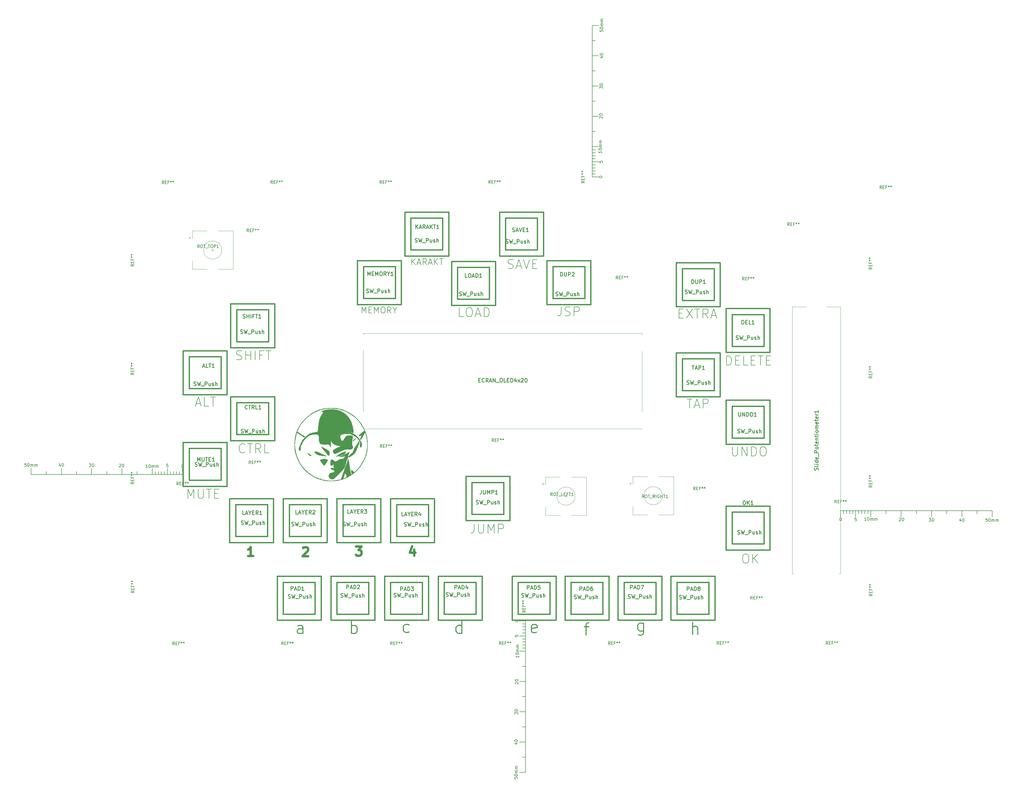
<source format=gto>
%TF.GenerationSoftware,KiCad,Pcbnew,(5.1.9)-1*%
%TF.CreationDate,2021-06-28T23:03:33+02:00*%
%TF.ProjectId,PiccoloBlack2021_june9_v7avecMasse,50696363-6f6c-46f4-926c-61636b323032,rev?*%
%TF.SameCoordinates,Original*%
%TF.FileFunction,Legend,Top*%
%TF.FilePolarity,Positive*%
%FSLAX46Y46*%
G04 Gerber Fmt 4.6, Leading zero omitted, Abs format (unit mm)*
G04 Created by KiCad (PCBNEW (5.1.9)-1) date 2021-06-28 23:03:33*
%MOMM*%
%LPD*%
G01*
G04 APERTURE LIST*
%ADD10C,0.150000*%
%ADD11C,0.300000*%
%ADD12C,0.750000*%
%ADD13C,0.010000*%
%ADD14C,0.100000*%
%ADD15C,0.381000*%
%ADD16C,0.120000*%
%ADD17C,0.254000*%
%ADD18C,0.251460*%
G04 APERTURE END LIST*
D10*
X242912000Y-127592342D02*
X242912000Y-130020914D01*
X243054857Y-130306628D01*
X243197714Y-130449485D01*
X243483428Y-130592342D01*
X244054857Y-130592342D01*
X244340571Y-130449485D01*
X244483428Y-130306628D01*
X244626285Y-130020914D01*
X244626285Y-127592342D01*
X246054857Y-130592342D02*
X246054857Y-127592342D01*
X247769142Y-130592342D01*
X247769142Y-127592342D01*
X249197714Y-130592342D02*
X249197714Y-127592342D01*
X249912000Y-127592342D01*
X250340571Y-127735200D01*
X250626285Y-128020914D01*
X250769142Y-128306628D01*
X250912000Y-128878057D01*
X250912000Y-129306628D01*
X250769142Y-129878057D01*
X250626285Y-130163771D01*
X250340571Y-130449485D01*
X249912000Y-130592342D01*
X249197714Y-130592342D01*
X252769142Y-127592342D02*
X253340571Y-127592342D01*
X253626285Y-127735200D01*
X253912000Y-128020914D01*
X254054857Y-128592342D01*
X254054857Y-129592342D01*
X253912000Y-130163771D01*
X253626285Y-130449485D01*
X253340571Y-130592342D01*
X252769142Y-130592342D01*
X252483428Y-130449485D01*
X252197714Y-130163771D01*
X252054857Y-129592342D01*
X252054857Y-128592342D01*
X252197714Y-128020914D01*
X252483428Y-127735200D01*
X252769142Y-127592342D01*
X227954342Y-111793542D02*
X229668628Y-111793542D01*
X228811485Y-114793542D02*
X228811485Y-111793542D01*
X230525771Y-113936400D02*
X231954342Y-113936400D01*
X230240057Y-114793542D02*
X231240057Y-111793542D01*
X232240057Y-114793542D01*
X233240057Y-114793542D02*
X233240057Y-111793542D01*
X234382914Y-111793542D01*
X234668628Y-111936400D01*
X234811485Y-112079257D01*
X234954342Y-112364971D01*
X234954342Y-112793542D01*
X234811485Y-113079257D01*
X234668628Y-113222114D01*
X234382914Y-113364971D01*
X233240057Y-113364971D01*
X240943714Y-100620342D02*
X240943714Y-97620342D01*
X241658000Y-97620342D01*
X242086571Y-97763200D01*
X242372285Y-98048914D01*
X242515142Y-98334628D01*
X242658000Y-98906057D01*
X242658000Y-99334628D01*
X242515142Y-99906057D01*
X242372285Y-100191771D01*
X242086571Y-100477485D01*
X241658000Y-100620342D01*
X240943714Y-100620342D01*
X243943714Y-99048914D02*
X244943714Y-99048914D01*
X245372285Y-100620342D02*
X243943714Y-100620342D01*
X243943714Y-97620342D01*
X245372285Y-97620342D01*
X248086571Y-100620342D02*
X246658000Y-100620342D01*
X246658000Y-97620342D01*
X249086571Y-99048914D02*
X250086571Y-99048914D01*
X250515142Y-100620342D02*
X249086571Y-100620342D01*
X249086571Y-97620342D01*
X250515142Y-97620342D01*
X251372285Y-97620342D02*
X253086571Y-97620342D01*
X252229428Y-100620342D02*
X252229428Y-97620342D01*
X254086571Y-99048914D02*
X255086571Y-99048914D01*
X255515142Y-100620342D02*
X254086571Y-100620342D01*
X254086571Y-97620342D01*
X255515142Y-97620342D01*
X225343200Y-83554914D02*
X226343200Y-83554914D01*
X226771771Y-85126342D02*
X225343200Y-85126342D01*
X225343200Y-82126342D01*
X226771771Y-82126342D01*
X227771771Y-82126342D02*
X229771771Y-85126342D01*
X229771771Y-82126342D02*
X227771771Y-85126342D01*
X230486057Y-82126342D02*
X232200342Y-82126342D01*
X231343200Y-85126342D02*
X231343200Y-82126342D01*
X234914628Y-85126342D02*
X233914628Y-83697771D01*
X233200342Y-85126342D02*
X233200342Y-82126342D01*
X234343200Y-82126342D01*
X234628914Y-82269200D01*
X234771771Y-82412057D01*
X234914628Y-82697771D01*
X234914628Y-83126342D01*
X234771771Y-83412057D01*
X234628914Y-83554914D01*
X234343200Y-83697771D01*
X233200342Y-83697771D01*
X236057485Y-84269200D02*
X237486057Y-84269200D01*
X235771771Y-85126342D02*
X236771771Y-82126342D01*
X237771771Y-85126342D01*
X186425200Y-81415142D02*
X186425200Y-83558000D01*
X186282342Y-83986571D01*
X185996628Y-84272285D01*
X185568057Y-84415142D01*
X185282342Y-84415142D01*
X187710914Y-84272285D02*
X188139485Y-84415142D01*
X188853771Y-84415142D01*
X189139485Y-84272285D01*
X189282342Y-84129428D01*
X189425200Y-83843714D01*
X189425200Y-83558000D01*
X189282342Y-83272285D01*
X189139485Y-83129428D01*
X188853771Y-82986571D01*
X188282342Y-82843714D01*
X187996628Y-82700857D01*
X187853771Y-82558000D01*
X187710914Y-82272285D01*
X187710914Y-81986571D01*
X187853771Y-81700857D01*
X187996628Y-81558000D01*
X188282342Y-81415142D01*
X188996628Y-81415142D01*
X189425200Y-81558000D01*
X190710914Y-84415142D02*
X190710914Y-81415142D01*
X191853771Y-81415142D01*
X192139485Y-81558000D01*
X192282342Y-81700857D01*
X192425200Y-81986571D01*
X192425200Y-82415142D01*
X192282342Y-82700857D01*
X192139485Y-82843714D01*
X191853771Y-82986571D01*
X190710914Y-82986571D01*
X168899485Y-68676685D02*
X169328057Y-68819542D01*
X170042342Y-68819542D01*
X170328057Y-68676685D01*
X170470914Y-68533828D01*
X170613771Y-68248114D01*
X170613771Y-67962400D01*
X170470914Y-67676685D01*
X170328057Y-67533828D01*
X170042342Y-67390971D01*
X169470914Y-67248114D01*
X169185200Y-67105257D01*
X169042342Y-66962400D01*
X168899485Y-66676685D01*
X168899485Y-66390971D01*
X169042342Y-66105257D01*
X169185200Y-65962400D01*
X169470914Y-65819542D01*
X170185200Y-65819542D01*
X170613771Y-65962400D01*
X171756628Y-67962400D02*
X173185200Y-67962400D01*
X171470914Y-68819542D02*
X172470914Y-65819542D01*
X173470914Y-68819542D01*
X174042342Y-65819542D02*
X175042342Y-68819542D01*
X176042342Y-65819542D01*
X177042342Y-67248114D02*
X178042342Y-67248114D01*
X178470914Y-68819542D02*
X177042342Y-68819542D01*
X177042342Y-65819542D01*
X178470914Y-65819542D01*
X154305428Y-84669142D02*
X152876857Y-84669142D01*
X152876857Y-81669142D01*
X155876857Y-81669142D02*
X156448285Y-81669142D01*
X156734000Y-81812000D01*
X157019714Y-82097714D01*
X157162571Y-82669142D01*
X157162571Y-83669142D01*
X157019714Y-84240571D01*
X156734000Y-84526285D01*
X156448285Y-84669142D01*
X155876857Y-84669142D01*
X155591142Y-84526285D01*
X155305428Y-84240571D01*
X155162571Y-83669142D01*
X155162571Y-82669142D01*
X155305428Y-82097714D01*
X155591142Y-81812000D01*
X155876857Y-81669142D01*
X158305428Y-83812000D02*
X159734000Y-83812000D01*
X158019714Y-84669142D02*
X159019714Y-81669142D01*
X160019714Y-84669142D01*
X161019714Y-84669142D02*
X161019714Y-81669142D01*
X161734000Y-81669142D01*
X162162571Y-81812000D01*
X162448285Y-82097714D01*
X162591142Y-82383428D01*
X162734000Y-82954857D01*
X162734000Y-83383428D01*
X162591142Y-83954857D01*
X162448285Y-84240571D01*
X162162571Y-84526285D01*
X161734000Y-84669142D01*
X161019714Y-84669142D01*
X137189200Y-67554361D02*
X137189200Y-65554361D01*
X138332057Y-67554361D02*
X137474914Y-66411504D01*
X138332057Y-65554361D02*
X137189200Y-66697219D01*
X139093961Y-66982933D02*
X140046342Y-66982933D01*
X138903485Y-67554361D02*
X139570152Y-65554361D01*
X140236819Y-67554361D01*
X142046342Y-67554361D02*
X141379676Y-66601980D01*
X140903485Y-67554361D02*
X140903485Y-65554361D01*
X141665390Y-65554361D01*
X141855866Y-65649600D01*
X141951104Y-65744838D01*
X142046342Y-65935314D01*
X142046342Y-66221028D01*
X141951104Y-66411504D01*
X141855866Y-66506742D01*
X141665390Y-66601980D01*
X140903485Y-66601980D01*
X142808247Y-66982933D02*
X143760628Y-66982933D01*
X142617771Y-67554361D02*
X143284438Y-65554361D01*
X143951104Y-67554361D01*
X144617771Y-67554361D02*
X144617771Y-65554361D01*
X145760628Y-67554361D02*
X144903485Y-66411504D01*
X145760628Y-65554361D02*
X144617771Y-66697219D01*
X146332057Y-65554361D02*
X147474914Y-65554361D01*
X146903485Y-67554361D02*
X146903485Y-65554361D01*
X120720552Y-83454761D02*
X120720552Y-81454761D01*
X121387219Y-82883333D01*
X122053885Y-81454761D01*
X122053885Y-83454761D01*
X123006266Y-82407142D02*
X123672933Y-82407142D01*
X123958647Y-83454761D02*
X123006266Y-83454761D01*
X123006266Y-81454761D01*
X123958647Y-81454761D01*
X124815790Y-83454761D02*
X124815790Y-81454761D01*
X125482457Y-82883333D01*
X126149123Y-81454761D01*
X126149123Y-83454761D01*
X127482457Y-81454761D02*
X127863409Y-81454761D01*
X128053885Y-81550000D01*
X128244361Y-81740476D01*
X128339600Y-82121428D01*
X128339600Y-82788095D01*
X128244361Y-83169047D01*
X128053885Y-83359523D01*
X127863409Y-83454761D01*
X127482457Y-83454761D01*
X127291980Y-83359523D01*
X127101504Y-83169047D01*
X127006266Y-82788095D01*
X127006266Y-82121428D01*
X127101504Y-81740476D01*
X127291980Y-81550000D01*
X127482457Y-81454761D01*
X130339600Y-83454761D02*
X129672933Y-82502380D01*
X129196742Y-83454761D02*
X129196742Y-81454761D01*
X129958647Y-81454761D01*
X130149123Y-81550000D01*
X130244361Y-81645238D01*
X130339600Y-81835714D01*
X130339600Y-82121428D01*
X130244361Y-82311904D01*
X130149123Y-82407142D01*
X129958647Y-82502380D01*
X129196742Y-82502380D01*
X131577695Y-82502380D02*
X131577695Y-83454761D01*
X130911028Y-81454761D02*
X131577695Y-82502380D01*
X132244361Y-81454761D01*
X79366171Y-98750285D02*
X79794742Y-98893142D01*
X80509028Y-98893142D01*
X80794742Y-98750285D01*
X80937600Y-98607428D01*
X81080457Y-98321714D01*
X81080457Y-98036000D01*
X80937600Y-97750285D01*
X80794742Y-97607428D01*
X80509028Y-97464571D01*
X79937600Y-97321714D01*
X79651885Y-97178857D01*
X79509028Y-97036000D01*
X79366171Y-96750285D01*
X79366171Y-96464571D01*
X79509028Y-96178857D01*
X79651885Y-96036000D01*
X79937600Y-95893142D01*
X80651885Y-95893142D01*
X81080457Y-96036000D01*
X82366171Y-98893142D02*
X82366171Y-95893142D01*
X82366171Y-97321714D02*
X84080457Y-97321714D01*
X84080457Y-98893142D02*
X84080457Y-95893142D01*
X85509028Y-98893142D02*
X85509028Y-95893142D01*
X87937600Y-97321714D02*
X86937600Y-97321714D01*
X86937600Y-98893142D02*
X86937600Y-95893142D01*
X88366171Y-95893142D01*
X89080457Y-95893142D02*
X90794742Y-95893142D01*
X89937600Y-98893142D02*
X89937600Y-95893142D01*
X66067371Y-113326800D02*
X67495942Y-113326800D01*
X65781657Y-114183942D02*
X66781657Y-111183942D01*
X67781657Y-114183942D01*
X70210228Y-114183942D02*
X68781657Y-114183942D01*
X68781657Y-111183942D01*
X70781657Y-111183942D02*
X72495942Y-111183942D01*
X71638800Y-114183942D02*
X71638800Y-111183942D01*
X82110628Y-129290628D02*
X81967771Y-129433485D01*
X81539200Y-129576342D01*
X81253485Y-129576342D01*
X80824914Y-129433485D01*
X80539200Y-129147771D01*
X80396342Y-128862057D01*
X80253485Y-128290628D01*
X80253485Y-127862057D01*
X80396342Y-127290628D01*
X80539200Y-127004914D01*
X80824914Y-126719200D01*
X81253485Y-126576342D01*
X81539200Y-126576342D01*
X81967771Y-126719200D01*
X82110628Y-126862057D01*
X82967771Y-126576342D02*
X84682057Y-126576342D01*
X83824914Y-129576342D02*
X83824914Y-126576342D01*
X87396342Y-129576342D02*
X86396342Y-128147771D01*
X85682057Y-129576342D02*
X85682057Y-126576342D01*
X86824914Y-126576342D01*
X87110628Y-126719200D01*
X87253485Y-126862057D01*
X87396342Y-127147771D01*
X87396342Y-127576342D01*
X87253485Y-127862057D01*
X87110628Y-128004914D01*
X86824914Y-128147771D01*
X85682057Y-128147771D01*
X90110628Y-129576342D02*
X88682057Y-129576342D01*
X88682057Y-126576342D01*
X63305371Y-144562342D02*
X63305371Y-141562342D01*
X64305371Y-143705200D01*
X65305371Y-141562342D01*
X65305371Y-144562342D01*
X66733942Y-141562342D02*
X66733942Y-143990914D01*
X66876800Y-144276628D01*
X67019657Y-144419485D01*
X67305371Y-144562342D01*
X67876800Y-144562342D01*
X68162514Y-144419485D01*
X68305371Y-144276628D01*
X68448228Y-143990914D01*
X68448228Y-141562342D01*
X69448228Y-141562342D02*
X71162514Y-141562342D01*
X70305371Y-144562342D02*
X70305371Y-141562342D01*
X72162514Y-142990914D02*
X73162514Y-142990914D01*
X73591085Y-144562342D02*
X72162514Y-144562342D01*
X72162514Y-141562342D01*
X73591085Y-141562342D01*
X247032685Y-162949142D02*
X247604114Y-162949142D01*
X247889828Y-163092000D01*
X248175542Y-163377714D01*
X248318400Y-163949142D01*
X248318400Y-164949142D01*
X248175542Y-165520571D01*
X247889828Y-165806285D01*
X247604114Y-165949142D01*
X247032685Y-165949142D01*
X246746971Y-165806285D01*
X246461257Y-165520571D01*
X246318400Y-164949142D01*
X246318400Y-163949142D01*
X246461257Y-163377714D01*
X246746971Y-163092000D01*
X247032685Y-162949142D01*
X249604114Y-165949142D02*
X249604114Y-162949142D01*
X251318400Y-165949142D02*
X250032685Y-164234857D01*
X251318400Y-162949142D02*
X249604114Y-164663428D01*
X157745657Y-153043142D02*
X157745657Y-155186000D01*
X157602800Y-155614571D01*
X157317085Y-155900285D01*
X156888514Y-156043142D01*
X156602800Y-156043142D01*
X159174228Y-153043142D02*
X159174228Y-155471714D01*
X159317085Y-155757428D01*
X159459942Y-155900285D01*
X159745657Y-156043142D01*
X160317085Y-156043142D01*
X160602800Y-155900285D01*
X160745657Y-155757428D01*
X160888514Y-155471714D01*
X160888514Y-153043142D01*
X162317085Y-156043142D02*
X162317085Y-153043142D01*
X163317085Y-155186000D01*
X164317085Y-153043142D01*
X164317085Y-156043142D01*
X165745657Y-156043142D02*
X165745657Y-153043142D01*
X166888514Y-153043142D01*
X167174228Y-153186000D01*
X167317085Y-153328857D01*
X167459942Y-153614571D01*
X167459942Y-154043142D01*
X167317085Y-154328857D01*
X167174228Y-154471714D01*
X166888514Y-154614571D01*
X165745657Y-154614571D01*
D11*
X229774857Y-189464723D02*
X229774857Y-185464723D01*
X231489142Y-189464723D02*
X231489142Y-187369485D01*
X231298666Y-186988533D01*
X230917714Y-186798057D01*
X230346285Y-186798057D01*
X229965333Y-186988533D01*
X229774857Y-187179009D01*
X213607542Y-185731257D02*
X213607542Y-188969352D01*
X213417066Y-189350304D01*
X213226590Y-189540780D01*
X212845638Y-189731257D01*
X212274209Y-189731257D01*
X211893257Y-189540780D01*
X213607542Y-188207447D02*
X213226590Y-188397923D01*
X212464685Y-188397923D01*
X212083733Y-188207447D01*
X211893257Y-188016971D01*
X211702780Y-187636019D01*
X211702780Y-186493161D01*
X211893257Y-186112209D01*
X212083733Y-185921733D01*
X212464685Y-185731257D01*
X213226590Y-185731257D01*
X213607542Y-185921733D01*
X194056095Y-186950457D02*
X195579904Y-186950457D01*
X194627523Y-189617123D02*
X194627523Y-186188552D01*
X194818000Y-185807600D01*
X195198952Y-185617123D01*
X195579904Y-185617123D01*
X178358704Y-188664647D02*
X177977752Y-188855123D01*
X177215847Y-188855123D01*
X176834895Y-188664647D01*
X176644419Y-188283695D01*
X176644419Y-186759885D01*
X176834895Y-186378933D01*
X177215847Y-186188457D01*
X177977752Y-186188457D01*
X178358704Y-186378933D01*
X178549180Y-186759885D01*
X178549180Y-187140838D01*
X176644419Y-187521790D01*
X153663542Y-189109123D02*
X153663542Y-185109123D01*
X153663542Y-188918647D02*
X153282590Y-189109123D01*
X152520685Y-189109123D01*
X152139733Y-188918647D01*
X151949257Y-188728171D01*
X151758780Y-188347219D01*
X151758780Y-187204361D01*
X151949257Y-186823409D01*
X152139733Y-186632933D01*
X152520685Y-186442457D01*
X153282590Y-186442457D01*
X153663542Y-186632933D01*
X136283580Y-188613847D02*
X135902628Y-188804323D01*
X135140723Y-188804323D01*
X134759771Y-188613847D01*
X134569295Y-188423371D01*
X134378819Y-188042419D01*
X134378819Y-186899561D01*
X134569295Y-186518609D01*
X134759771Y-186328133D01*
X135140723Y-186137657D01*
X135902628Y-186137657D01*
X136283580Y-186328133D01*
X117252857Y-189159923D02*
X117252857Y-185159923D01*
X117252857Y-186683733D02*
X117633809Y-186493257D01*
X118395714Y-186493257D01*
X118776666Y-186683733D01*
X118967142Y-186874209D01*
X119157619Y-187255161D01*
X119157619Y-188398019D01*
X118967142Y-188778971D01*
X118776666Y-188969447D01*
X118395714Y-189159923D01*
X117633809Y-189159923D01*
X117252857Y-188969447D01*
X101288742Y-189159923D02*
X101288742Y-187064685D01*
X101098266Y-186683733D01*
X100717314Y-186493257D01*
X99955409Y-186493257D01*
X99574457Y-186683733D01*
X101288742Y-188969447D02*
X100907790Y-189159923D01*
X99955409Y-189159923D01*
X99574457Y-188969447D01*
X99383980Y-188588495D01*
X99383980Y-188207542D01*
X99574457Y-187826590D01*
X99955409Y-187636114D01*
X100907790Y-187636114D01*
X101288742Y-187445638D01*
D12*
X84880342Y-163561542D02*
X83166057Y-163561542D01*
X84023200Y-163561542D02*
X84023200Y-160561542D01*
X83737485Y-160990114D01*
X83451771Y-161275828D01*
X83166057Y-161418685D01*
X137934628Y-161459942D02*
X137934628Y-163459942D01*
X137220342Y-160317085D02*
X136506057Y-162459942D01*
X138363200Y-162459942D01*
X118684800Y-160459942D02*
X120541942Y-160459942D01*
X119541942Y-161602800D01*
X119970514Y-161602800D01*
X120256228Y-161745657D01*
X120399085Y-161888514D01*
X120541942Y-162174228D01*
X120541942Y-162888514D01*
X120399085Y-163174228D01*
X120256228Y-163317085D01*
X119970514Y-163459942D01*
X119113371Y-163459942D01*
X118827657Y-163317085D01*
X118684800Y-163174228D01*
X101250857Y-160948857D02*
X101393714Y-160806000D01*
X101679428Y-160663142D01*
X102393714Y-160663142D01*
X102679428Y-160806000D01*
X102822285Y-160948857D01*
X102965142Y-161234571D01*
X102965142Y-161520285D01*
X102822285Y-161948857D01*
X101108000Y-163663142D01*
X102965142Y-163663142D01*
D10*
%TO.C,REF\u002A\u002A*%
X174701200Y-194962780D02*
X174701200Y-234962700D01*
X174701200Y-234962700D02*
X172702220Y-234962700D01*
X174701200Y-229963980D02*
X173700440Y-229963980D01*
X174701200Y-224962720D02*
X172702220Y-224962720D01*
X174701200Y-219964000D02*
X173700440Y-219964000D01*
X174701200Y-214962740D02*
X172702220Y-214962740D01*
X174701200Y-209964020D02*
X173700440Y-209964020D01*
X174701200Y-204962760D02*
X172702220Y-204962760D01*
X174701200Y-199964040D02*
X173700440Y-199964040D01*
X174701200Y-193962020D02*
X173700440Y-193962020D01*
X174701200Y-192963800D02*
X173700440Y-192963800D01*
X174701200Y-191963040D02*
X173700440Y-191963040D01*
X174701200Y-190962280D02*
X173700440Y-190962280D01*
X174701200Y-188963300D02*
X173700440Y-188963300D01*
X174701200Y-187962540D02*
X173700440Y-187962540D01*
X174701200Y-186961780D02*
X173700440Y-186961780D01*
X174701200Y-185963560D02*
X173700440Y-185963560D01*
X174701200Y-189964060D02*
X172702220Y-189964060D01*
X174701200Y-184962800D02*
X172702220Y-184962800D01*
X174701200Y-184962800D02*
X174701200Y-194962780D01*
X174701200Y-194962780D02*
X172702220Y-194962780D01*
X196697600Y-28608020D02*
X198696580Y-28608020D01*
X196697600Y-38608000D02*
X196697600Y-28608020D01*
X196697600Y-38608000D02*
X198696580Y-38608000D01*
X196697600Y-33606740D02*
X198696580Y-33606740D01*
X196697600Y-37607240D02*
X197698360Y-37607240D01*
X196697600Y-36609020D02*
X197698360Y-36609020D01*
X196697600Y-35608260D02*
X197698360Y-35608260D01*
X196697600Y-34607500D02*
X197698360Y-34607500D01*
X196697600Y-32608520D02*
X197698360Y-32608520D01*
X196697600Y-31607760D02*
X197698360Y-31607760D01*
X196697600Y-30607000D02*
X197698360Y-30607000D01*
X196697600Y-29608780D02*
X197698360Y-29608780D01*
X196697600Y-23606760D02*
X197698360Y-23606760D01*
X196697600Y-18608040D02*
X198696580Y-18608040D01*
X196697600Y-13606780D02*
X197698360Y-13606780D01*
X196697600Y-8608060D02*
X198696580Y-8608060D01*
X196697600Y-3606800D02*
X197698360Y-3606800D01*
X196697600Y1391920D02*
X198696580Y1391920D01*
X196697600Y6393180D02*
X197698360Y6393180D01*
X196697600Y11391900D02*
X198696580Y11391900D01*
X196697600Y-28608020D02*
X196697600Y11391900D01*
X51569620Y-136702800D02*
X11569700Y-136702800D01*
X11569700Y-136702800D02*
X11569700Y-134703820D01*
X16568420Y-136702800D02*
X16568420Y-135702040D01*
X21569680Y-136702800D02*
X21569680Y-134703820D01*
X26568400Y-136702800D02*
X26568400Y-135702040D01*
X31569660Y-136702800D02*
X31569660Y-134703820D01*
X36568380Y-136702800D02*
X36568380Y-135702040D01*
X41569640Y-136702800D02*
X41569640Y-134703820D01*
X46568360Y-136702800D02*
X46568360Y-135702040D01*
X52570380Y-136702800D02*
X52570380Y-135702040D01*
X53568600Y-136702800D02*
X53568600Y-135702040D01*
X54569360Y-136702800D02*
X54569360Y-135702040D01*
X55570120Y-136702800D02*
X55570120Y-135702040D01*
X57569100Y-136702800D02*
X57569100Y-135702040D01*
X58569860Y-136702800D02*
X58569860Y-135702040D01*
X59570620Y-136702800D02*
X59570620Y-135702040D01*
X60568840Y-136702800D02*
X60568840Y-135702040D01*
X56568340Y-136702800D02*
X56568340Y-134703820D01*
X61569600Y-136702800D02*
X61569600Y-134703820D01*
X61569600Y-136702800D02*
X51569620Y-136702800D01*
X51569620Y-136702800D02*
X51569620Y-134703820D01*
X288587180Y-148691600D02*
X288587180Y-150690580D01*
X278587200Y-148691600D02*
X288587180Y-148691600D01*
X278587200Y-148691600D02*
X278587200Y-150690580D01*
X283588460Y-148691600D02*
X283588460Y-150690580D01*
X279587960Y-148691600D02*
X279587960Y-149692360D01*
X280586180Y-148691600D02*
X280586180Y-149692360D01*
X281586940Y-148691600D02*
X281586940Y-149692360D01*
X282587700Y-148691600D02*
X282587700Y-149692360D01*
X284586680Y-148691600D02*
X284586680Y-149692360D01*
X285587440Y-148691600D02*
X285587440Y-149692360D01*
X286588200Y-148691600D02*
X286588200Y-149692360D01*
X287586420Y-148691600D02*
X287586420Y-149692360D01*
X293588440Y-148691600D02*
X293588440Y-149692360D01*
X298587160Y-148691600D02*
X298587160Y-150690580D01*
X303588420Y-148691600D02*
X303588420Y-149692360D01*
X308587140Y-148691600D02*
X308587140Y-150690580D01*
X313588400Y-148691600D02*
X313588400Y-149692360D01*
X318587120Y-148691600D02*
X318587120Y-150690580D01*
X323588380Y-148691600D02*
X323588380Y-149692360D01*
X328587100Y-148691600D02*
X328587100Y-150690580D01*
X288587180Y-148691600D02*
X328587100Y-148691600D01*
D13*
%TO.C,G\u002A\u002A\u002A*%
G36*
X111248641Y-114785996D02*
G01*
X111981129Y-114831741D01*
X112611855Y-114909245D01*
X112691333Y-114923055D01*
X114061420Y-115255646D01*
X115364199Y-115738313D01*
X116590469Y-116362084D01*
X117731032Y-117117983D01*
X118776688Y-117997038D01*
X119718238Y-118990275D01*
X120546483Y-120088720D01*
X121252224Y-121283400D01*
X121826260Y-122565340D01*
X122259394Y-123925566D01*
X122362626Y-124357242D01*
X122463310Y-124967165D01*
X122528884Y-125694187D01*
X122559368Y-126489759D01*
X122554783Y-127305331D01*
X122515151Y-128092354D01*
X122440492Y-128802279D01*
X122360506Y-129259618D01*
X121976040Y-130648618D01*
X121448468Y-131959174D01*
X120786614Y-133182829D01*
X119999302Y-134311125D01*
X119095354Y-135335603D01*
X118083596Y-136247804D01*
X116972851Y-137039272D01*
X115771942Y-137701547D01*
X114489694Y-138226171D01*
X113134930Y-138604686D01*
X112482191Y-138728650D01*
X111971351Y-138788334D01*
X111346492Y-138825775D01*
X110658908Y-138841063D01*
X109959893Y-138834288D01*
X109300740Y-138805541D01*
X108732743Y-138754910D01*
X108500333Y-138721650D01*
X107319493Y-138451974D01*
X106125515Y-138048014D01*
X104971872Y-137531168D01*
X103912038Y-136922833D01*
X103770387Y-136829017D01*
X102642895Y-135967718D01*
X101633064Y-134988465D01*
X100747410Y-133901058D01*
X99992448Y-132715292D01*
X99374692Y-131440965D01*
X98900656Y-130087874D01*
X98670220Y-129159000D01*
X98590950Y-128643937D01*
X98536859Y-128007242D01*
X98508001Y-127294738D01*
X98507390Y-127167535D01*
X98602708Y-127167535D01*
X98694980Y-128394661D01*
X98794814Y-129011921D01*
X99144255Y-130377469D01*
X99643129Y-131680758D01*
X100282406Y-132909751D01*
X101053054Y-134052412D01*
X101946044Y-135096704D01*
X102952346Y-136030590D01*
X104062929Y-136842034D01*
X105123234Y-137447221D01*
X105457319Y-137609042D01*
X105821349Y-137775912D01*
X106178101Y-137931919D01*
X106490351Y-138061152D01*
X106720875Y-138147703D01*
X106828166Y-138175957D01*
X106846497Y-138106092D01*
X106849333Y-138036636D01*
X106872452Y-137966700D01*
X106958132Y-138019429D01*
X107041752Y-138104897D01*
X107264468Y-138251812D01*
X107651979Y-138392130D01*
X108199831Y-138524624D01*
X108903570Y-138648067D01*
X109138033Y-138682258D01*
X109653255Y-138727035D01*
X110281993Y-138739354D01*
X110972043Y-138721534D01*
X111671196Y-138675891D01*
X112327246Y-138604745D01*
X112855432Y-138517209D01*
X113223102Y-138439674D01*
X113526813Y-138371881D01*
X113729638Y-138322302D01*
X113793704Y-138301946D01*
X113832364Y-138217333D01*
X113920350Y-137989478D01*
X113937504Y-137943166D01*
X114558957Y-137943166D01*
X114612198Y-138001752D01*
X114792255Y-137969786D01*
X115105415Y-137845870D01*
X115210166Y-137798067D01*
X115450612Y-137666605D01*
X115612021Y-137540982D01*
X115654666Y-137469146D01*
X115628185Y-137278587D01*
X115559967Y-137021941D01*
X115466853Y-136744916D01*
X115365681Y-136493214D01*
X115273290Y-136312541D01*
X115206520Y-136248603D01*
X115205106Y-136248961D01*
X115147491Y-136332879D01*
X115052405Y-136536547D01*
X114935496Y-136818928D01*
X114812416Y-137138986D01*
X114698815Y-137455685D01*
X114610344Y-137727990D01*
X114562654Y-137914865D01*
X114558957Y-137943166D01*
X113937504Y-137943166D01*
X114051595Y-137635159D01*
X114220032Y-137171151D01*
X114419594Y-136614230D01*
X114644214Y-135981172D01*
X114887825Y-135288753D01*
X115017467Y-134918047D01*
X115267457Y-134204977D01*
X115500851Y-133545425D01*
X115711713Y-132955712D01*
X115894108Y-132452157D01*
X116042101Y-132051078D01*
X116149755Y-131768795D01*
X116211136Y-131621626D01*
X116222854Y-131603965D01*
X116243305Y-131691794D01*
X116285561Y-131922499D01*
X116345665Y-132271592D01*
X116419661Y-132714587D01*
X116503591Y-133226997D01*
X116593498Y-133784336D01*
X116685426Y-134362117D01*
X116775417Y-134935853D01*
X116859514Y-135481057D01*
X116933760Y-135973244D01*
X116980833Y-136294478D01*
X117044776Y-136581441D01*
X117135356Y-136709119D01*
X117260369Y-136686509D01*
X117296957Y-136659228D01*
X117355761Y-136574494D01*
X117359692Y-136432015D01*
X117308423Y-136184921D01*
X117293248Y-136125488D01*
X117215972Y-135766291D01*
X117182781Y-135472400D01*
X117195297Y-135276978D01*
X117248574Y-135212666D01*
X117347812Y-135269053D01*
X117499678Y-135407322D01*
X117523741Y-135432610D01*
X117746536Y-135644854D01*
X117969621Y-135824922D01*
X118210243Y-135997289D01*
X118844252Y-135372144D01*
X119797395Y-134317733D01*
X120611817Y-133176925D01*
X121283568Y-131962635D01*
X121808695Y-130687777D01*
X122183246Y-129365265D01*
X122403270Y-128008016D01*
X122464816Y-126628942D01*
X122363930Y-125240959D01*
X122213698Y-124360625D01*
X122119865Y-123947535D01*
X122018508Y-123557823D01*
X121919641Y-123224493D01*
X121833274Y-122980551D01*
X121769420Y-122859002D01*
X121755857Y-122851333D01*
X121701007Y-122921635D01*
X121579182Y-123116552D01*
X121404599Y-123412101D01*
X121191478Y-123784299D01*
X120998167Y-124129451D01*
X120712098Y-124634475D01*
X120494662Y-124993694D01*
X120341249Y-125213976D01*
X120247248Y-125302192D01*
X120216810Y-125293617D01*
X120146651Y-125028467D01*
X120204426Y-124665440D01*
X120370143Y-124252575D01*
X120482402Y-124000709D01*
X120545359Y-123812577D01*
X120547895Y-123737007D01*
X120451522Y-123744765D01*
X120254498Y-123817033D01*
X120065752Y-123905400D01*
X119834847Y-124009998D01*
X119678178Y-124057221D01*
X119634000Y-124044674D01*
X119703290Y-123860412D01*
X119895787Y-123611852D01*
X120188428Y-123320018D01*
X120558148Y-123005930D01*
X120981886Y-122690610D01*
X121436579Y-122395078D01*
X121457748Y-122382372D01*
X121517654Y-122330288D01*
X121532668Y-122249325D01*
X121494390Y-122109719D01*
X121394417Y-121881706D01*
X121224346Y-121535521D01*
X121211407Y-121509698D01*
X120493916Y-120261164D01*
X119653289Y-119126561D01*
X118696225Y-118111113D01*
X117629421Y-117220047D01*
X116459574Y-116458588D01*
X115193384Y-115831959D01*
X113837548Y-115345388D01*
X113040970Y-115135883D01*
X112482191Y-115037312D01*
X111806923Y-114965348D01*
X111066138Y-114921494D01*
X110310807Y-114907253D01*
X109591904Y-114924130D01*
X108960401Y-114973627D01*
X108710993Y-115008142D01*
X107316004Y-115320383D01*
X105982224Y-115784994D01*
X104721044Y-116394671D01*
X103543858Y-117142110D01*
X102462059Y-118020008D01*
X101487039Y-119021061D01*
X100630191Y-120137965D01*
X100570698Y-120226666D01*
X100366520Y-120552994D01*
X100146534Y-120935738D01*
X99927581Y-121341664D01*
X99726503Y-121737534D01*
X99560139Y-122090111D01*
X99445331Y-122366161D01*
X99398920Y-122532447D01*
X99398666Y-122539731D01*
X99468384Y-122626396D01*
X99663133Y-122782266D01*
X99961303Y-122991866D01*
X100341286Y-123239720D01*
X100605166Y-123403785D01*
X101006642Y-123649486D01*
X101354346Y-123862948D01*
X101623983Y-124029200D01*
X101791256Y-124133273D01*
X101834826Y-124161432D01*
X101832371Y-124249710D01*
X101771445Y-124379422D01*
X101697446Y-124458266D01*
X101687976Y-124459999D01*
X101600175Y-124414870D01*
X101396886Y-124289885D01*
X101102479Y-124100650D01*
X100741326Y-123862772D01*
X100438169Y-123659704D01*
X99251603Y-122859408D01*
X99064244Y-123490528D01*
X98789809Y-124664872D01*
X98635140Y-125907407D01*
X98602708Y-127167535D01*
X98507390Y-127167535D01*
X98504430Y-126552251D01*
X98526197Y-125825607D01*
X98573358Y-125160630D01*
X98645966Y-124603147D01*
X98664788Y-124502333D01*
X99019796Y-123118564D01*
X99516044Y-121824877D01*
X100158134Y-120612730D01*
X100950667Y-119473583D01*
X101898244Y-118398894D01*
X102017354Y-118279061D01*
X103104866Y-117308894D01*
X104260974Y-116493313D01*
X105488125Y-115831024D01*
X106788768Y-115320734D01*
X108165353Y-114961149D01*
X108373333Y-114921088D01*
X108976736Y-114839555D01*
X109692830Y-114789878D01*
X110468003Y-114772033D01*
X111248641Y-114785996D01*
G37*
X111248641Y-114785996D02*
X111981129Y-114831741D01*
X112611855Y-114909245D01*
X112691333Y-114923055D01*
X114061420Y-115255646D01*
X115364199Y-115738313D01*
X116590469Y-116362084D01*
X117731032Y-117117983D01*
X118776688Y-117997038D01*
X119718238Y-118990275D01*
X120546483Y-120088720D01*
X121252224Y-121283400D01*
X121826260Y-122565340D01*
X122259394Y-123925566D01*
X122362626Y-124357242D01*
X122463310Y-124967165D01*
X122528884Y-125694187D01*
X122559368Y-126489759D01*
X122554783Y-127305331D01*
X122515151Y-128092354D01*
X122440492Y-128802279D01*
X122360506Y-129259618D01*
X121976040Y-130648618D01*
X121448468Y-131959174D01*
X120786614Y-133182829D01*
X119999302Y-134311125D01*
X119095354Y-135335603D01*
X118083596Y-136247804D01*
X116972851Y-137039272D01*
X115771942Y-137701547D01*
X114489694Y-138226171D01*
X113134930Y-138604686D01*
X112482191Y-138728650D01*
X111971351Y-138788334D01*
X111346492Y-138825775D01*
X110658908Y-138841063D01*
X109959893Y-138834288D01*
X109300740Y-138805541D01*
X108732743Y-138754910D01*
X108500333Y-138721650D01*
X107319493Y-138451974D01*
X106125515Y-138048014D01*
X104971872Y-137531168D01*
X103912038Y-136922833D01*
X103770387Y-136829017D01*
X102642895Y-135967718D01*
X101633064Y-134988465D01*
X100747410Y-133901058D01*
X99992448Y-132715292D01*
X99374692Y-131440965D01*
X98900656Y-130087874D01*
X98670220Y-129159000D01*
X98590950Y-128643937D01*
X98536859Y-128007242D01*
X98508001Y-127294738D01*
X98507390Y-127167535D01*
X98602708Y-127167535D01*
X98694980Y-128394661D01*
X98794814Y-129011921D01*
X99144255Y-130377469D01*
X99643129Y-131680758D01*
X100282406Y-132909751D01*
X101053054Y-134052412D01*
X101946044Y-135096704D01*
X102952346Y-136030590D01*
X104062929Y-136842034D01*
X105123234Y-137447221D01*
X105457319Y-137609042D01*
X105821349Y-137775912D01*
X106178101Y-137931919D01*
X106490351Y-138061152D01*
X106720875Y-138147703D01*
X106828166Y-138175957D01*
X106846497Y-138106092D01*
X106849333Y-138036636D01*
X106872452Y-137966700D01*
X106958132Y-138019429D01*
X107041752Y-138104897D01*
X107264468Y-138251812D01*
X107651979Y-138392130D01*
X108199831Y-138524624D01*
X108903570Y-138648067D01*
X109138033Y-138682258D01*
X109653255Y-138727035D01*
X110281993Y-138739354D01*
X110972043Y-138721534D01*
X111671196Y-138675891D01*
X112327246Y-138604745D01*
X112855432Y-138517209D01*
X113223102Y-138439674D01*
X113526813Y-138371881D01*
X113729638Y-138322302D01*
X113793704Y-138301946D01*
X113832364Y-138217333D01*
X113920350Y-137989478D01*
X113937504Y-137943166D01*
X114558957Y-137943166D01*
X114612198Y-138001752D01*
X114792255Y-137969786D01*
X115105415Y-137845870D01*
X115210166Y-137798067D01*
X115450612Y-137666605D01*
X115612021Y-137540982D01*
X115654666Y-137469146D01*
X115628185Y-137278587D01*
X115559967Y-137021941D01*
X115466853Y-136744916D01*
X115365681Y-136493214D01*
X115273290Y-136312541D01*
X115206520Y-136248603D01*
X115205106Y-136248961D01*
X115147491Y-136332879D01*
X115052405Y-136536547D01*
X114935496Y-136818928D01*
X114812416Y-137138986D01*
X114698815Y-137455685D01*
X114610344Y-137727990D01*
X114562654Y-137914865D01*
X114558957Y-137943166D01*
X113937504Y-137943166D01*
X114051595Y-137635159D01*
X114220032Y-137171151D01*
X114419594Y-136614230D01*
X114644214Y-135981172D01*
X114887825Y-135288753D01*
X115017467Y-134918047D01*
X115267457Y-134204977D01*
X115500851Y-133545425D01*
X115711713Y-132955712D01*
X115894108Y-132452157D01*
X116042101Y-132051078D01*
X116149755Y-131768795D01*
X116211136Y-131621626D01*
X116222854Y-131603965D01*
X116243305Y-131691794D01*
X116285561Y-131922499D01*
X116345665Y-132271592D01*
X116419661Y-132714587D01*
X116503591Y-133226997D01*
X116593498Y-133784336D01*
X116685426Y-134362117D01*
X116775417Y-134935853D01*
X116859514Y-135481057D01*
X116933760Y-135973244D01*
X116980833Y-136294478D01*
X117044776Y-136581441D01*
X117135356Y-136709119D01*
X117260369Y-136686509D01*
X117296957Y-136659228D01*
X117355761Y-136574494D01*
X117359692Y-136432015D01*
X117308423Y-136184921D01*
X117293248Y-136125488D01*
X117215972Y-135766291D01*
X117182781Y-135472400D01*
X117195297Y-135276978D01*
X117248574Y-135212666D01*
X117347812Y-135269053D01*
X117499678Y-135407322D01*
X117523741Y-135432610D01*
X117746536Y-135644854D01*
X117969621Y-135824922D01*
X118210243Y-135997289D01*
X118844252Y-135372144D01*
X119797395Y-134317733D01*
X120611817Y-133176925D01*
X121283568Y-131962635D01*
X121808695Y-130687777D01*
X122183246Y-129365265D01*
X122403270Y-128008016D01*
X122464816Y-126628942D01*
X122363930Y-125240959D01*
X122213698Y-124360625D01*
X122119865Y-123947535D01*
X122018508Y-123557823D01*
X121919641Y-123224493D01*
X121833274Y-122980551D01*
X121769420Y-122859002D01*
X121755857Y-122851333D01*
X121701007Y-122921635D01*
X121579182Y-123116552D01*
X121404599Y-123412101D01*
X121191478Y-123784299D01*
X120998167Y-124129451D01*
X120712098Y-124634475D01*
X120494662Y-124993694D01*
X120341249Y-125213976D01*
X120247248Y-125302192D01*
X120216810Y-125293617D01*
X120146651Y-125028467D01*
X120204426Y-124665440D01*
X120370143Y-124252575D01*
X120482402Y-124000709D01*
X120545359Y-123812577D01*
X120547895Y-123737007D01*
X120451522Y-123744765D01*
X120254498Y-123817033D01*
X120065752Y-123905400D01*
X119834847Y-124009998D01*
X119678178Y-124057221D01*
X119634000Y-124044674D01*
X119703290Y-123860412D01*
X119895787Y-123611852D01*
X120188428Y-123320018D01*
X120558148Y-123005930D01*
X120981886Y-122690610D01*
X121436579Y-122395078D01*
X121457748Y-122382372D01*
X121517654Y-122330288D01*
X121532668Y-122249325D01*
X121494390Y-122109719D01*
X121394417Y-121881706D01*
X121224346Y-121535521D01*
X121211407Y-121509698D01*
X120493916Y-120261164D01*
X119653289Y-119126561D01*
X118696225Y-118111113D01*
X117629421Y-117220047D01*
X116459574Y-116458588D01*
X115193384Y-115831959D01*
X113837548Y-115345388D01*
X113040970Y-115135883D01*
X112482191Y-115037312D01*
X111806923Y-114965348D01*
X111066138Y-114921494D01*
X110310807Y-114907253D01*
X109591904Y-114924130D01*
X108960401Y-114973627D01*
X108710993Y-115008142D01*
X107316004Y-115320383D01*
X105982224Y-115784994D01*
X104721044Y-116394671D01*
X103543858Y-117142110D01*
X102462059Y-118020008D01*
X101487039Y-119021061D01*
X100630191Y-120137965D01*
X100570698Y-120226666D01*
X100366520Y-120552994D01*
X100146534Y-120935738D01*
X99927581Y-121341664D01*
X99726503Y-121737534D01*
X99560139Y-122090111D01*
X99445331Y-122366161D01*
X99398920Y-122532447D01*
X99398666Y-122539731D01*
X99468384Y-122626396D01*
X99663133Y-122782266D01*
X99961303Y-122991866D01*
X100341286Y-123239720D01*
X100605166Y-123403785D01*
X101006642Y-123649486D01*
X101354346Y-123862948D01*
X101623983Y-124029200D01*
X101791256Y-124133273D01*
X101834826Y-124161432D01*
X101832371Y-124249710D01*
X101771445Y-124379422D01*
X101697446Y-124458266D01*
X101687976Y-124459999D01*
X101600175Y-124414870D01*
X101396886Y-124289885D01*
X101102479Y-124100650D01*
X100741326Y-123862772D01*
X100438169Y-123659704D01*
X99251603Y-122859408D01*
X99064244Y-123490528D01*
X98789809Y-124664872D01*
X98635140Y-125907407D01*
X98602708Y-127167535D01*
X98507390Y-127167535D01*
X98504430Y-126552251D01*
X98526197Y-125825607D01*
X98573358Y-125160630D01*
X98645966Y-124603147D01*
X98664788Y-124502333D01*
X99019796Y-123118564D01*
X99516044Y-121824877D01*
X100158134Y-120612730D01*
X100950667Y-119473583D01*
X101898244Y-118398894D01*
X102017354Y-118279061D01*
X103104866Y-117308894D01*
X104260974Y-116493313D01*
X105488125Y-115831024D01*
X106788768Y-115320734D01*
X108165353Y-114961149D01*
X108373333Y-114921088D01*
X108976736Y-114839555D01*
X109692830Y-114789878D01*
X110468003Y-114772033D01*
X111248641Y-114785996D01*
G36*
X119789216Y-125895231D02*
G01*
X119824462Y-126026988D01*
X119828278Y-126166916D01*
X119793036Y-126348678D01*
X119711107Y-126605938D01*
X119574865Y-126972359D01*
X119503059Y-127158040D01*
X119254934Y-127792131D01*
X119054759Y-128291783D01*
X118891285Y-128681206D01*
X118753258Y-128984609D01*
X118629427Y-129226199D01*
X118508540Y-129430186D01*
X118379346Y-129620778D01*
X118321139Y-129700972D01*
X117945582Y-130115206D01*
X117481655Y-130480679D01*
X116975633Y-130769095D01*
X116473791Y-130952159D01*
X116197705Y-130999351D01*
X116130577Y-131019596D01*
X116066522Y-131082212D01*
X115997287Y-131207750D01*
X115914623Y-131416765D01*
X115810278Y-131729808D01*
X115676000Y-132167433D01*
X115527342Y-132669128D01*
X115372144Y-133188686D01*
X115224492Y-133667299D01*
X115093817Y-134075599D01*
X114989546Y-134384219D01*
X114921108Y-134563792D01*
X114914573Y-134577666D01*
X114810907Y-134724212D01*
X114605701Y-134964811D01*
X114318883Y-135279475D01*
X113970377Y-135648214D01*
X113580112Y-136051037D01*
X113168011Y-136467956D01*
X112754002Y-136878980D01*
X112358010Y-137264119D01*
X111999961Y-137603383D01*
X111699782Y-137876784D01*
X111477398Y-138064331D01*
X111360552Y-138143060D01*
X111127678Y-138225319D01*
X110909731Y-138245370D01*
X110633852Y-138205808D01*
X110491598Y-138174024D01*
X110160805Y-138019038D01*
X109924106Y-137755765D01*
X109790439Y-137422280D01*
X109768738Y-137056657D01*
X109867939Y-136696970D01*
X110075726Y-136401966D01*
X110220761Y-136279543D01*
X110401547Y-136181446D01*
X110652705Y-136095330D01*
X111008858Y-136008845D01*
X111400166Y-135929643D01*
X111597235Y-135874787D01*
X111663975Y-135783356D01*
X111619198Y-135609622D01*
X111574183Y-135506634D01*
X111393584Y-135279071D01*
X111121928Y-135108094D01*
X110845993Y-135043333D01*
X110665870Y-134979983D01*
X110496719Y-134832285D01*
X110407567Y-134663767D01*
X110405333Y-134637796D01*
X110488349Y-134583113D01*
X110731790Y-134542760D01*
X111127245Y-134518105D01*
X111146166Y-134517462D01*
X111887000Y-134493000D01*
X111520886Y-134297575D01*
X111323430Y-134186873D01*
X111232515Y-134095705D01*
X111249142Y-133984511D01*
X111374312Y-133813733D01*
X111537907Y-133625166D01*
X111704850Y-133434666D01*
X111515287Y-133434666D01*
X111330288Y-133467524D01*
X111066613Y-133551451D01*
X110905285Y-133615534D01*
X110662356Y-133706441D01*
X110485237Y-133747659D01*
X110428724Y-133740279D01*
X110399895Y-133635695D01*
X110370447Y-133403691D01*
X110345141Y-133086097D01*
X110336574Y-132930622D01*
X110322168Y-132567262D01*
X110326444Y-132330011D01*
X110357429Y-132175980D01*
X110423154Y-132062282D01*
X110518425Y-131959210D01*
X110696364Y-131813644D01*
X110846656Y-131742684D01*
X110862002Y-131741333D01*
X110988776Y-131793757D01*
X111191795Y-131930055D01*
X111388965Y-132088625D01*
X111649425Y-132287164D01*
X111881922Y-132384533D01*
X112124167Y-132378582D01*
X112413875Y-132267160D01*
X112788757Y-132048119D01*
X112855986Y-132004995D01*
X113320454Y-131742362D01*
X113722725Y-131603912D01*
X114101548Y-131577873D01*
X114219730Y-131590705D01*
X114364649Y-131595600D01*
X114495596Y-131545397D01*
X114650042Y-131415151D01*
X114865456Y-131179916D01*
X114904882Y-131134566D01*
X115092481Y-130916453D01*
X115200563Y-130769235D01*
X115213405Y-130684407D01*
X115115286Y-130653466D01*
X114890483Y-130667909D01*
X114523275Y-130719231D01*
X114221858Y-130765133D01*
X113810577Y-130823243D01*
X113538368Y-130847178D01*
X113378069Y-130835027D01*
X113302521Y-130784880D01*
X113284516Y-130699169D01*
X113363142Y-130630559D01*
X113574701Y-130592332D01*
X113651726Y-130588551D01*
X114071393Y-130537377D01*
X114520640Y-130398357D01*
X115028172Y-130160080D01*
X115622696Y-129811132D01*
X115649005Y-129794513D01*
X115970234Y-129594694D01*
X116234631Y-129437005D01*
X116412513Y-129338701D01*
X116473895Y-129315006D01*
X116463445Y-129402216D01*
X116413228Y-129613074D01*
X116332741Y-129909218D01*
X116290833Y-130054445D01*
X116196401Y-130384578D01*
X116123676Y-130654617D01*
X116083922Y-130822052D01*
X116079776Y-130850820D01*
X116135127Y-130824054D01*
X116288833Y-130695151D01*
X116520417Y-130482610D01*
X116809406Y-130204930D01*
X116969991Y-130046487D01*
X117327511Y-129685858D01*
X117582984Y-129412262D01*
X117758089Y-129197122D01*
X117874508Y-129011862D01*
X117953921Y-128827905D01*
X117996589Y-128693333D01*
X118151760Y-128227493D01*
X118333800Y-127852781D01*
X118583422Y-127491556D01*
X118706972Y-127338666D01*
X118898252Y-127076236D01*
X119117343Y-126726791D01*
X119322506Y-126357707D01*
X119358163Y-126287524D01*
X119692357Y-125617381D01*
X119789216Y-125895231D01*
G37*
X119789216Y-125895231D02*
X119824462Y-126026988D01*
X119828278Y-126166916D01*
X119793036Y-126348678D01*
X119711107Y-126605938D01*
X119574865Y-126972359D01*
X119503059Y-127158040D01*
X119254934Y-127792131D01*
X119054759Y-128291783D01*
X118891285Y-128681206D01*
X118753258Y-128984609D01*
X118629427Y-129226199D01*
X118508540Y-129430186D01*
X118379346Y-129620778D01*
X118321139Y-129700972D01*
X117945582Y-130115206D01*
X117481655Y-130480679D01*
X116975633Y-130769095D01*
X116473791Y-130952159D01*
X116197705Y-130999351D01*
X116130577Y-131019596D01*
X116066522Y-131082212D01*
X115997287Y-131207750D01*
X115914623Y-131416765D01*
X115810278Y-131729808D01*
X115676000Y-132167433D01*
X115527342Y-132669128D01*
X115372144Y-133188686D01*
X115224492Y-133667299D01*
X115093817Y-134075599D01*
X114989546Y-134384219D01*
X114921108Y-134563792D01*
X114914573Y-134577666D01*
X114810907Y-134724212D01*
X114605701Y-134964811D01*
X114318883Y-135279475D01*
X113970377Y-135648214D01*
X113580112Y-136051037D01*
X113168011Y-136467956D01*
X112754002Y-136878980D01*
X112358010Y-137264119D01*
X111999961Y-137603383D01*
X111699782Y-137876784D01*
X111477398Y-138064331D01*
X111360552Y-138143060D01*
X111127678Y-138225319D01*
X110909731Y-138245370D01*
X110633852Y-138205808D01*
X110491598Y-138174024D01*
X110160805Y-138019038D01*
X109924106Y-137755765D01*
X109790439Y-137422280D01*
X109768738Y-137056657D01*
X109867939Y-136696970D01*
X110075726Y-136401966D01*
X110220761Y-136279543D01*
X110401547Y-136181446D01*
X110652705Y-136095330D01*
X111008858Y-136008845D01*
X111400166Y-135929643D01*
X111597235Y-135874787D01*
X111663975Y-135783356D01*
X111619198Y-135609622D01*
X111574183Y-135506634D01*
X111393584Y-135279071D01*
X111121928Y-135108094D01*
X110845993Y-135043333D01*
X110665870Y-134979983D01*
X110496719Y-134832285D01*
X110407567Y-134663767D01*
X110405333Y-134637796D01*
X110488349Y-134583113D01*
X110731790Y-134542760D01*
X111127245Y-134518105D01*
X111146166Y-134517462D01*
X111887000Y-134493000D01*
X111520886Y-134297575D01*
X111323430Y-134186873D01*
X111232515Y-134095705D01*
X111249142Y-133984511D01*
X111374312Y-133813733D01*
X111537907Y-133625166D01*
X111704850Y-133434666D01*
X111515287Y-133434666D01*
X111330288Y-133467524D01*
X111066613Y-133551451D01*
X110905285Y-133615534D01*
X110662356Y-133706441D01*
X110485237Y-133747659D01*
X110428724Y-133740279D01*
X110399895Y-133635695D01*
X110370447Y-133403691D01*
X110345141Y-133086097D01*
X110336574Y-132930622D01*
X110322168Y-132567262D01*
X110326444Y-132330011D01*
X110357429Y-132175980D01*
X110423154Y-132062282D01*
X110518425Y-131959210D01*
X110696364Y-131813644D01*
X110846656Y-131742684D01*
X110862002Y-131741333D01*
X110988776Y-131793757D01*
X111191795Y-131930055D01*
X111388965Y-132088625D01*
X111649425Y-132287164D01*
X111881922Y-132384533D01*
X112124167Y-132378582D01*
X112413875Y-132267160D01*
X112788757Y-132048119D01*
X112855986Y-132004995D01*
X113320454Y-131742362D01*
X113722725Y-131603912D01*
X114101548Y-131577873D01*
X114219730Y-131590705D01*
X114364649Y-131595600D01*
X114495596Y-131545397D01*
X114650042Y-131415151D01*
X114865456Y-131179916D01*
X114904882Y-131134566D01*
X115092481Y-130916453D01*
X115200563Y-130769235D01*
X115213405Y-130684407D01*
X115115286Y-130653466D01*
X114890483Y-130667909D01*
X114523275Y-130719231D01*
X114221858Y-130765133D01*
X113810577Y-130823243D01*
X113538368Y-130847178D01*
X113378069Y-130835027D01*
X113302521Y-130784880D01*
X113284516Y-130699169D01*
X113363142Y-130630559D01*
X113574701Y-130592332D01*
X113651726Y-130588551D01*
X114071393Y-130537377D01*
X114520640Y-130398357D01*
X115028172Y-130160080D01*
X115622696Y-129811132D01*
X115649005Y-129794513D01*
X115970234Y-129594694D01*
X116234631Y-129437005D01*
X116412513Y-129338701D01*
X116473895Y-129315006D01*
X116463445Y-129402216D01*
X116413228Y-129613074D01*
X116332741Y-129909218D01*
X116290833Y-130054445D01*
X116196401Y-130384578D01*
X116123676Y-130654617D01*
X116083922Y-130822052D01*
X116079776Y-130850820D01*
X116135127Y-130824054D01*
X116288833Y-130695151D01*
X116520417Y-130482610D01*
X116809406Y-130204930D01*
X116969991Y-130046487D01*
X117327511Y-129685858D01*
X117582984Y-129412262D01*
X117758089Y-129197122D01*
X117874508Y-129011862D01*
X117953921Y-128827905D01*
X117996589Y-128693333D01*
X118151760Y-128227493D01*
X118333800Y-127852781D01*
X118583422Y-127491556D01*
X118706972Y-127338666D01*
X118898252Y-127076236D01*
X119117343Y-126726791D01*
X119322506Y-126357707D01*
X119358163Y-126287524D01*
X119692357Y-125617381D01*
X119789216Y-125895231D01*
G36*
X108820258Y-131606208D02*
G01*
X109093947Y-131671920D01*
X109261151Y-131789023D01*
X109340564Y-131933044D01*
X109368590Y-132064882D01*
X109343155Y-132204892D01*
X109248645Y-132392527D01*
X109069448Y-132667239D01*
X109023706Y-132733740D01*
X108809661Y-133038752D01*
X108606525Y-133320201D01*
X108453170Y-133524370D01*
X108435012Y-133547322D01*
X108242925Y-133786979D01*
X107548577Y-132912898D01*
X107256580Y-132537644D01*
X107064942Y-132270390D01*
X106962088Y-132092071D01*
X106936443Y-131983627D01*
X106957614Y-131939669D01*
X107139924Y-131834285D01*
X107436384Y-131732300D01*
X107792116Y-131647291D01*
X108152244Y-131592830D01*
X108409867Y-131580439D01*
X108820258Y-131606208D01*
G37*
X108820258Y-131606208D02*
X109093947Y-131671920D01*
X109261151Y-131789023D01*
X109340564Y-131933044D01*
X109368590Y-132064882D01*
X109343155Y-132204892D01*
X109248645Y-132392527D01*
X109069448Y-132667239D01*
X109023706Y-132733740D01*
X108809661Y-133038752D01*
X108606525Y-133320201D01*
X108453170Y-133524370D01*
X108435012Y-133547322D01*
X108242925Y-133786979D01*
X107548577Y-132912898D01*
X107256580Y-132537644D01*
X107064942Y-132270390D01*
X106962088Y-132092071D01*
X106936443Y-131983627D01*
X106957614Y-131939669D01*
X107139924Y-131834285D01*
X107436384Y-131732300D01*
X107792116Y-131647291D01*
X108152244Y-131592830D01*
X108409867Y-131580439D01*
X108820258Y-131606208D01*
G36*
X115380580Y-129153024D02*
G01*
X115384281Y-129263108D01*
X115310088Y-129457970D01*
X115184929Y-129689398D01*
X115035731Y-129909183D01*
X114889422Y-130069112D01*
X114854069Y-130095670D01*
X114715726Y-130150745D01*
X114448618Y-130229616D01*
X114090170Y-130323611D01*
X113677808Y-130424059D01*
X113248957Y-130522288D01*
X112841044Y-130609627D01*
X112491494Y-130677404D01*
X112237734Y-130716947D01*
X112144532Y-130723473D01*
X112158275Y-130692227D01*
X112293595Y-130615104D01*
X112395000Y-130566549D01*
X112605461Y-130458440D01*
X112914145Y-130285290D01*
X113276268Y-130072742D01*
X113580333Y-129887867D01*
X114003374Y-129642657D01*
X114416057Y-129432695D01*
X114789878Y-129269616D01*
X115096333Y-129165055D01*
X115306919Y-129130647D01*
X115380580Y-129153024D01*
G37*
X115380580Y-129153024D02*
X115384281Y-129263108D01*
X115310088Y-129457970D01*
X115184929Y-129689398D01*
X115035731Y-129909183D01*
X114889422Y-130069112D01*
X114854069Y-130095670D01*
X114715726Y-130150745D01*
X114448618Y-130229616D01*
X114090170Y-130323611D01*
X113677808Y-130424059D01*
X113248957Y-130522288D01*
X112841044Y-130609627D01*
X112491494Y-130677404D01*
X112237734Y-130716947D01*
X112144532Y-130723473D01*
X112158275Y-130692227D01*
X112293595Y-130615104D01*
X112395000Y-130566549D01*
X112605461Y-130458440D01*
X112914145Y-130285290D01*
X113276268Y-130072742D01*
X113580333Y-129887867D01*
X114003374Y-129642657D01*
X114416057Y-129432695D01*
X114789878Y-129269616D01*
X115096333Y-129165055D01*
X115306919Y-129130647D01*
X115380580Y-129153024D01*
G36*
X105602665Y-129155278D02*
G01*
X106076319Y-129282651D01*
X106646482Y-129508958D01*
X107297007Y-129828703D01*
X107315000Y-129838294D01*
X107702121Y-130034746D01*
X108080019Y-130208728D01*
X108398067Y-130337828D01*
X108562781Y-130390706D01*
X108804088Y-130473021D01*
X108906074Y-130553229D01*
X108862514Y-130612711D01*
X108667184Y-130632850D01*
X108643503Y-130632155D01*
X108471009Y-130615747D01*
X108174447Y-130577605D01*
X107796820Y-130523581D01*
X107418637Y-130465494D01*
X106859223Y-130374762D01*
X106438730Y-130297457D01*
X106128585Y-130222121D01*
X105900215Y-130137297D01*
X105725046Y-130031526D01*
X105574504Y-129893353D01*
X105420016Y-129711318D01*
X105365225Y-129642118D01*
X104985140Y-129159000D01*
X105241664Y-129132337D01*
X105602665Y-129155278D01*
G37*
X105602665Y-129155278D02*
X106076319Y-129282651D01*
X106646482Y-129508958D01*
X107297007Y-129828703D01*
X107315000Y-129838294D01*
X107702121Y-130034746D01*
X108080019Y-130208728D01*
X108398067Y-130337828D01*
X108562781Y-130390706D01*
X108804088Y-130473021D01*
X108906074Y-130553229D01*
X108862514Y-130612711D01*
X108667184Y-130632850D01*
X108643503Y-130632155D01*
X108471009Y-130615747D01*
X108174447Y-130577605D01*
X107796820Y-130523581D01*
X107418637Y-130465494D01*
X106859223Y-130374762D01*
X106438730Y-130297457D01*
X106128585Y-130222121D01*
X105900215Y-130137297D01*
X105725046Y-130031526D01*
X105574504Y-129893353D01*
X105420016Y-129711318D01*
X105365225Y-129642118D01*
X104985140Y-129159000D01*
X105241664Y-129132337D01*
X105602665Y-129155278D01*
G36*
X102904314Y-129668979D02*
G01*
X103084347Y-129784233D01*
X103324571Y-129943898D01*
X103585848Y-130121446D01*
X103829037Y-130290347D01*
X104015001Y-130424073D01*
X104093433Y-130485375D01*
X104103458Y-130538520D01*
X103995292Y-130552372D01*
X103814520Y-130530659D01*
X103606727Y-130477108D01*
X103500802Y-130436908D01*
X103316037Y-130324762D01*
X103123775Y-130159856D01*
X102951197Y-129974792D01*
X102825483Y-129802171D01*
X102773815Y-129674596D01*
X102823373Y-129624666D01*
X102823610Y-129624666D01*
X102904314Y-129668979D01*
G37*
X102904314Y-129668979D02*
X103084347Y-129784233D01*
X103324571Y-129943898D01*
X103585848Y-130121446D01*
X103829037Y-130290347D01*
X104015001Y-130424073D01*
X104093433Y-130485375D01*
X104103458Y-130538520D01*
X103995292Y-130552372D01*
X103814520Y-130530659D01*
X103606727Y-130477108D01*
X103500802Y-130436908D01*
X103316037Y-130324762D01*
X103123775Y-130159856D01*
X102951197Y-129974792D01*
X102825483Y-129802171D01*
X102773815Y-129674596D01*
X102823373Y-129624666D01*
X102823610Y-129624666D01*
X102904314Y-129668979D01*
G36*
X107450849Y-127599499D02*
G01*
X107643498Y-127681046D01*
X107920997Y-127819099D01*
X108253871Y-127997207D01*
X108612643Y-128198918D01*
X108967835Y-128407780D01*
X109289973Y-128607340D01*
X109549578Y-128781146D01*
X109675301Y-128876187D01*
X109832226Y-129012837D01*
X109923717Y-129134270D01*
X109967421Y-129291215D01*
X109980985Y-129534406D01*
X109982000Y-129757830D01*
X109978726Y-130079268D01*
X109961698Y-130266932D01*
X109920106Y-130356360D01*
X109843142Y-130383086D01*
X109791500Y-130384092D01*
X109567839Y-130343921D01*
X109454740Y-130296285D01*
X109326019Y-130180688D01*
X109153348Y-129975923D01*
X109040002Y-129820833D01*
X108881912Y-129603127D01*
X108647232Y-129294936D01*
X108367038Y-128936473D01*
X108072407Y-128567951D01*
X108058455Y-128550725D01*
X107797536Y-128220735D01*
X107583629Y-127934795D01*
X107435756Y-127719519D01*
X107372935Y-127601521D01*
X107372527Y-127590911D01*
X107450849Y-127599499D01*
G37*
X107450849Y-127599499D02*
X107643498Y-127681046D01*
X107920997Y-127819099D01*
X108253871Y-127997207D01*
X108612643Y-128198918D01*
X108967835Y-128407780D01*
X109289973Y-128607340D01*
X109549578Y-128781146D01*
X109675301Y-128876187D01*
X109832226Y-129012837D01*
X109923717Y-129134270D01*
X109967421Y-129291215D01*
X109980985Y-129534406D01*
X109982000Y-129757830D01*
X109978726Y-130079268D01*
X109961698Y-130266932D01*
X109920106Y-130356360D01*
X109843142Y-130383086D01*
X109791500Y-130384092D01*
X109567839Y-130343921D01*
X109454740Y-130296285D01*
X109326019Y-130180688D01*
X109153348Y-129975923D01*
X109040002Y-129820833D01*
X108881912Y-129603127D01*
X108647232Y-129294936D01*
X108367038Y-128936473D01*
X108072407Y-128567951D01*
X108058455Y-128550725D01*
X107797536Y-128220735D01*
X107583629Y-127934795D01*
X107435756Y-127719519D01*
X107372935Y-127601521D01*
X107372527Y-127590911D01*
X107450849Y-127599499D01*
G36*
X111809483Y-115264157D02*
G01*
X112479666Y-115391911D01*
X113524445Y-115751293D01*
X114478560Y-116242814D01*
X115331217Y-116856511D01*
X116071623Y-117582421D01*
X116688983Y-118410579D01*
X117172504Y-119331022D01*
X117395977Y-119929981D01*
X117535400Y-120436027D01*
X117661361Y-121020933D01*
X117763559Y-121624237D01*
X117831696Y-122185475D01*
X117855500Y-122627558D01*
X117848028Y-122871595D01*
X117815066Y-122981784D01*
X117741969Y-122993262D01*
X117707833Y-122981873D01*
X117077080Y-122778320D01*
X116414328Y-122631912D01*
X115771857Y-122550729D01*
X115201945Y-122542852D01*
X114998500Y-122563101D01*
X114803389Y-122592788D01*
X114709256Y-122614895D01*
X114730262Y-122632817D01*
X114880568Y-122649947D01*
X115174335Y-122669679D01*
X115527666Y-122689928D01*
X116272671Y-122756976D01*
X116898656Y-122875579D01*
X117451692Y-123059630D01*
X117977851Y-123323021D01*
X118302293Y-123526577D01*
X118849849Y-123944906D01*
X119365433Y-124436172D01*
X119822585Y-124967860D01*
X120194851Y-125507453D01*
X120455772Y-126022436D01*
X120540739Y-126277617D01*
X120624713Y-126714481D01*
X120646689Y-127110666D01*
X120610383Y-127436693D01*
X120519508Y-127663084D01*
X120377781Y-127760362D01*
X120353666Y-127762000D01*
X120194013Y-127684119D01*
X120100446Y-127450908D01*
X120073135Y-127063012D01*
X120089242Y-126748782D01*
X120111566Y-126399214D01*
X120101494Y-126152379D01*
X120049200Y-125943187D01*
X119944855Y-125706549D01*
X119926195Y-125668850D01*
X119654026Y-125254548D01*
X119255071Y-124819309D01*
X118765111Y-124389574D01*
X118219932Y-123991783D01*
X117655317Y-123652375D01*
X117107050Y-123397791D01*
X116675140Y-123266693D01*
X116238337Y-123216388D01*
X115720096Y-123219178D01*
X115168042Y-123268555D01*
X114629797Y-123358007D01*
X114152985Y-123481025D01*
X113785231Y-123631099D01*
X113717636Y-123670970D01*
X113608295Y-123756616D01*
X113553376Y-123865073D01*
X113541192Y-124045293D01*
X113559140Y-124334844D01*
X113633976Y-124800941D01*
X113769121Y-125182296D01*
X113950972Y-125454034D01*
X114165928Y-125591281D01*
X114252574Y-125603000D01*
X114387508Y-125584772D01*
X114506792Y-125510573D01*
X114640387Y-125351130D01*
X114818255Y-125077169D01*
X114859175Y-125010333D01*
X115169188Y-124533633D01*
X115439453Y-124195484D01*
X115690067Y-123976035D01*
X115941127Y-123855431D01*
X116055208Y-123828850D01*
X116324849Y-123812509D01*
X116663203Y-123831456D01*
X117014647Y-123877793D01*
X117323560Y-123943622D01*
X117534321Y-124021044D01*
X117568132Y-124043692D01*
X117660699Y-124217483D01*
X117673196Y-124523511D01*
X117605562Y-124968853D01*
X117557973Y-125179666D01*
X117473186Y-125674753D01*
X117439550Y-126206186D01*
X117457016Y-126714610D01*
X117525536Y-127140674D01*
X117559666Y-127253999D01*
X117658852Y-127589469D01*
X117668617Y-127828520D01*
X117581618Y-128022843D01*
X117426569Y-128191028D01*
X117298858Y-128304256D01*
X117183034Y-128372836D01*
X117036365Y-128404582D01*
X116816120Y-128407311D01*
X116479568Y-128388839D01*
X116380479Y-128382365D01*
X115982346Y-128368291D01*
X115616252Y-128387420D01*
X115252455Y-128448216D01*
X114861210Y-128559139D01*
X114412773Y-128728651D01*
X113877401Y-128965213D01*
X113225349Y-129277288D01*
X113212384Y-129283638D01*
X112783995Y-129487533D01*
X112395620Y-129661322D01*
X112078286Y-129791957D01*
X111863020Y-129866389D01*
X111797515Y-129878666D01*
X111587096Y-129818376D01*
X111442994Y-129713078D01*
X111310826Y-129521639D01*
X111188607Y-129268892D01*
X111174452Y-129231474D01*
X111108929Y-129021036D01*
X111125024Y-128891147D01*
X111241958Y-128764936D01*
X111304256Y-128712402D01*
X112023936Y-128200296D01*
X112842415Y-127768138D01*
X113199333Y-127619751D01*
X113501709Y-127500129D01*
X113720151Y-127406095D01*
X113825310Y-127350718D01*
X113824257Y-127341475D01*
X113529741Y-127310658D01*
X113137384Y-127240594D01*
X112704877Y-127144733D01*
X112289913Y-127036525D01*
X111950181Y-126929419D01*
X111805557Y-126870857D01*
X111299149Y-126561276D01*
X110868808Y-126161885D01*
X110578272Y-125746958D01*
X110412817Y-125433666D01*
X110408280Y-126576666D01*
X110403744Y-127719666D01*
X110152426Y-127281471D01*
X109986973Y-127034306D01*
X109820836Y-126851402D01*
X109721609Y-126786304D01*
X109557699Y-126766852D01*
X109276519Y-126764417D01*
X108929264Y-126778898D01*
X108798800Y-126788164D01*
X108157989Y-126805982D01*
X107615263Y-126753691D01*
X107190354Y-126634912D01*
X106902992Y-126453264D01*
X106887823Y-126437519D01*
X106743330Y-126189618D01*
X106628178Y-125806064D01*
X106548990Y-125319007D01*
X106512389Y-124760595D01*
X106510666Y-124606743D01*
X106493240Y-124171843D01*
X106432711Y-123872731D01*
X106316705Y-123678674D01*
X106132845Y-123558936D01*
X106080744Y-123539056D01*
X105724786Y-123466169D01*
X105266954Y-123445096D01*
X104765870Y-123473661D01*
X104280158Y-123549689D01*
X104026620Y-123615282D01*
X103582740Y-123801716D01*
X103084584Y-124091365D01*
X102578827Y-124451494D01*
X102112142Y-124849366D01*
X101786415Y-125186535D01*
X101604783Y-125429475D01*
X101380152Y-125777864D01*
X101141847Y-126184036D01*
X100931200Y-126576666D01*
X100726420Y-126983801D01*
X100589089Y-127278363D01*
X100507548Y-127497500D01*
X100470142Y-127678361D01*
X100465215Y-127858092D01*
X100476737Y-128025024D01*
X100478249Y-128408547D01*
X100413014Y-128688373D01*
X100288658Y-128841165D01*
X100203000Y-128862666D01*
X100057452Y-128785472D01*
X99952009Y-128581475D01*
X99907051Y-128292053D01*
X99906666Y-128261042D01*
X99952019Y-127961990D01*
X100084736Y-127534411D01*
X100299805Y-126991692D01*
X100592213Y-126347223D01*
X100727379Y-126068666D01*
X100927789Y-125683675D01*
X101122538Y-125369300D01*
X101348294Y-125076221D01*
X101641720Y-124755120D01*
X101891826Y-124502333D01*
X102557288Y-123895795D01*
X103193471Y-123435255D01*
X103827520Y-123107053D01*
X104486578Y-122897529D01*
X105197789Y-122793026D01*
X105302540Y-122786029D01*
X105695098Y-122749605D01*
X105968507Y-122695138D01*
X106092951Y-122632897D01*
X106138033Y-122505758D01*
X106186936Y-122249899D01*
X106233013Y-121905609D01*
X106262329Y-121606262D01*
X106338870Y-120772070D01*
X106419076Y-120082980D01*
X106506566Y-119514762D01*
X106604960Y-119043184D01*
X106693233Y-118721565D01*
X106889210Y-118184077D01*
X107152935Y-117594240D01*
X107447797Y-117028715D01*
X107692905Y-116628333D01*
X107880784Y-116338081D01*
X107966771Y-116154019D01*
X107949787Y-116046281D01*
X107828750Y-115985003D01*
X107668417Y-115951460D01*
X107315000Y-115889998D01*
X107611333Y-115762738D01*
X107824726Y-115684783D01*
X108147745Y-115582720D01*
X108525717Y-115473427D01*
X108712000Y-115422985D01*
X109427745Y-115282583D01*
X110221483Y-115208989D01*
X111034850Y-115202687D01*
X111809483Y-115264157D01*
G37*
X111809483Y-115264157D02*
X112479666Y-115391911D01*
X113524445Y-115751293D01*
X114478560Y-116242814D01*
X115331217Y-116856511D01*
X116071623Y-117582421D01*
X116688983Y-118410579D01*
X117172504Y-119331022D01*
X117395977Y-119929981D01*
X117535400Y-120436027D01*
X117661361Y-121020933D01*
X117763559Y-121624237D01*
X117831696Y-122185475D01*
X117855500Y-122627558D01*
X117848028Y-122871595D01*
X117815066Y-122981784D01*
X117741969Y-122993262D01*
X117707833Y-122981873D01*
X117077080Y-122778320D01*
X116414328Y-122631912D01*
X115771857Y-122550729D01*
X115201945Y-122542852D01*
X114998500Y-122563101D01*
X114803389Y-122592788D01*
X114709256Y-122614895D01*
X114730262Y-122632817D01*
X114880568Y-122649947D01*
X115174335Y-122669679D01*
X115527666Y-122689928D01*
X116272671Y-122756976D01*
X116898656Y-122875579D01*
X117451692Y-123059630D01*
X117977851Y-123323021D01*
X118302293Y-123526577D01*
X118849849Y-123944906D01*
X119365433Y-124436172D01*
X119822585Y-124967860D01*
X120194851Y-125507453D01*
X120455772Y-126022436D01*
X120540739Y-126277617D01*
X120624713Y-126714481D01*
X120646689Y-127110666D01*
X120610383Y-127436693D01*
X120519508Y-127663084D01*
X120377781Y-127760362D01*
X120353666Y-127762000D01*
X120194013Y-127684119D01*
X120100446Y-127450908D01*
X120073135Y-127063012D01*
X120089242Y-126748782D01*
X120111566Y-126399214D01*
X120101494Y-126152379D01*
X120049200Y-125943187D01*
X119944855Y-125706549D01*
X119926195Y-125668850D01*
X119654026Y-125254548D01*
X119255071Y-124819309D01*
X118765111Y-124389574D01*
X118219932Y-123991783D01*
X117655317Y-123652375D01*
X117107050Y-123397791D01*
X116675140Y-123266693D01*
X116238337Y-123216388D01*
X115720096Y-123219178D01*
X115168042Y-123268555D01*
X114629797Y-123358007D01*
X114152985Y-123481025D01*
X113785231Y-123631099D01*
X113717636Y-123670970D01*
X113608295Y-123756616D01*
X113553376Y-123865073D01*
X113541192Y-124045293D01*
X113559140Y-124334844D01*
X113633976Y-124800941D01*
X113769121Y-125182296D01*
X113950972Y-125454034D01*
X114165928Y-125591281D01*
X114252574Y-125603000D01*
X114387508Y-125584772D01*
X114506792Y-125510573D01*
X114640387Y-125351130D01*
X114818255Y-125077169D01*
X114859175Y-125010333D01*
X115169188Y-124533633D01*
X115439453Y-124195484D01*
X115690067Y-123976035D01*
X115941127Y-123855431D01*
X116055208Y-123828850D01*
X116324849Y-123812509D01*
X116663203Y-123831456D01*
X117014647Y-123877793D01*
X117323560Y-123943622D01*
X117534321Y-124021044D01*
X117568132Y-124043692D01*
X117660699Y-124217483D01*
X117673196Y-124523511D01*
X117605562Y-124968853D01*
X117557973Y-125179666D01*
X117473186Y-125674753D01*
X117439550Y-126206186D01*
X117457016Y-126714610D01*
X117525536Y-127140674D01*
X117559666Y-127253999D01*
X117658852Y-127589469D01*
X117668617Y-127828520D01*
X117581618Y-128022843D01*
X117426569Y-128191028D01*
X117298858Y-128304256D01*
X117183034Y-128372836D01*
X117036365Y-128404582D01*
X116816120Y-128407311D01*
X116479568Y-128388839D01*
X116380479Y-128382365D01*
X115982346Y-128368291D01*
X115616252Y-128387420D01*
X115252455Y-128448216D01*
X114861210Y-128559139D01*
X114412773Y-128728651D01*
X113877401Y-128965213D01*
X113225349Y-129277288D01*
X113212384Y-129283638D01*
X112783995Y-129487533D01*
X112395620Y-129661322D01*
X112078286Y-129791957D01*
X111863020Y-129866389D01*
X111797515Y-129878666D01*
X111587096Y-129818376D01*
X111442994Y-129713078D01*
X111310826Y-129521639D01*
X111188607Y-129268892D01*
X111174452Y-129231474D01*
X111108929Y-129021036D01*
X111125024Y-128891147D01*
X111241958Y-128764936D01*
X111304256Y-128712402D01*
X112023936Y-128200296D01*
X112842415Y-127768138D01*
X113199333Y-127619751D01*
X113501709Y-127500129D01*
X113720151Y-127406095D01*
X113825310Y-127350718D01*
X113824257Y-127341475D01*
X113529741Y-127310658D01*
X113137384Y-127240594D01*
X112704877Y-127144733D01*
X112289913Y-127036525D01*
X111950181Y-126929419D01*
X111805557Y-126870857D01*
X111299149Y-126561276D01*
X110868808Y-126161885D01*
X110578272Y-125746958D01*
X110412817Y-125433666D01*
X110408280Y-126576666D01*
X110403744Y-127719666D01*
X110152426Y-127281471D01*
X109986973Y-127034306D01*
X109820836Y-126851402D01*
X109721609Y-126786304D01*
X109557699Y-126766852D01*
X109276519Y-126764417D01*
X108929264Y-126778898D01*
X108798800Y-126788164D01*
X108157989Y-126805982D01*
X107615263Y-126753691D01*
X107190354Y-126634912D01*
X106902992Y-126453264D01*
X106887823Y-126437519D01*
X106743330Y-126189618D01*
X106628178Y-125806064D01*
X106548990Y-125319007D01*
X106512389Y-124760595D01*
X106510666Y-124606743D01*
X106493240Y-124171843D01*
X106432711Y-123872731D01*
X106316705Y-123678674D01*
X106132845Y-123558936D01*
X106080744Y-123539056D01*
X105724786Y-123466169D01*
X105266954Y-123445096D01*
X104765870Y-123473661D01*
X104280158Y-123549689D01*
X104026620Y-123615282D01*
X103582740Y-123801716D01*
X103084584Y-124091365D01*
X102578827Y-124451494D01*
X102112142Y-124849366D01*
X101786415Y-125186535D01*
X101604783Y-125429475D01*
X101380152Y-125777864D01*
X101141847Y-126184036D01*
X100931200Y-126576666D01*
X100726420Y-126983801D01*
X100589089Y-127278363D01*
X100507548Y-127497500D01*
X100470142Y-127678361D01*
X100465215Y-127858092D01*
X100476737Y-128025024D01*
X100478249Y-128408547D01*
X100413014Y-128688373D01*
X100288658Y-128841165D01*
X100203000Y-128862666D01*
X100057452Y-128785472D01*
X99952009Y-128581475D01*
X99907051Y-128292053D01*
X99906666Y-128261042D01*
X99952019Y-127961990D01*
X100084736Y-127534411D01*
X100299805Y-126991692D01*
X100592213Y-126347223D01*
X100727379Y-126068666D01*
X100927789Y-125683675D01*
X101122538Y-125369300D01*
X101348294Y-125076221D01*
X101641720Y-124755120D01*
X101891826Y-124502333D01*
X102557288Y-123895795D01*
X103193471Y-123435255D01*
X103827520Y-123107053D01*
X104486578Y-122897529D01*
X105197789Y-122793026D01*
X105302540Y-122786029D01*
X105695098Y-122749605D01*
X105968507Y-122695138D01*
X106092951Y-122632897D01*
X106138033Y-122505758D01*
X106186936Y-122249899D01*
X106233013Y-121905609D01*
X106262329Y-121606262D01*
X106338870Y-120772070D01*
X106419076Y-120082980D01*
X106506566Y-119514762D01*
X106604960Y-119043184D01*
X106693233Y-118721565D01*
X106889210Y-118184077D01*
X107152935Y-117594240D01*
X107447797Y-117028715D01*
X107692905Y-116628333D01*
X107880784Y-116338081D01*
X107966771Y-116154019D01*
X107949787Y-116046281D01*
X107828750Y-115985003D01*
X107668417Y-115951460D01*
X107315000Y-115889998D01*
X107611333Y-115762738D01*
X107824726Y-115684783D01*
X108147745Y-115582720D01*
X108525717Y-115473427D01*
X108712000Y-115422985D01*
X109427745Y-115282583D01*
X110221483Y-115208989D01*
X111034850Y-115202687D01*
X111809483Y-115264157D01*
G36*
X118706216Y-124811367D02*
G01*
X118705087Y-124864828D01*
X118598502Y-124982089D01*
X118404312Y-125158500D01*
X118081386Y-125438013D01*
X117864557Y-125609543D01*
X117738784Y-125683424D01*
X117689026Y-125669992D01*
X117686666Y-125651620D01*
X117749654Y-125514587D01*
X117909612Y-125322961D01*
X118123034Y-125116700D01*
X118346410Y-124935762D01*
X118536234Y-124820105D01*
X118615406Y-124798666D01*
X118706216Y-124811367D01*
G37*
X118706216Y-124811367D02*
X118705087Y-124864828D01*
X118598502Y-124982089D01*
X118404312Y-125158500D01*
X118081386Y-125438013D01*
X117864557Y-125609543D01*
X117738784Y-125683424D01*
X117689026Y-125669992D01*
X117686666Y-125651620D01*
X117749654Y-125514587D01*
X117909612Y-125322961D01*
X118123034Y-125116700D01*
X118346410Y-124935762D01*
X118536234Y-124820105D01*
X118615406Y-124798666D01*
X118706216Y-124811367D01*
D14*
%TO.C,ECRAN_OLED4x20*%
X121132000Y-121614000D02*
X213132000Y-121614000D01*
X213132000Y-116114000D02*
X213132000Y-96114000D01*
X213132000Y-90614000D02*
X213132000Y-90114000D01*
X213132000Y-90114000D02*
X121132000Y-90114000D01*
X121132000Y-90114000D02*
X121132000Y-90614000D01*
X121132000Y-95614000D02*
X121132000Y-116114000D01*
X191262000Y-89814000D02*
X191262000Y-89814000D01*
X191262000Y-89714000D02*
X191262000Y-89714000D01*
X191262000Y-89814000D02*
G75*
G03*
X191262000Y-89714000I0J50000D01*
G01*
X191262000Y-89714000D02*
G75*
G03*
X191262000Y-89814000I0J-50000D01*
G01*
D15*
%TO.C,DEL1*%
X242793520Y-83954620D02*
X253293880Y-83954620D01*
X253293880Y-83954620D02*
X253293880Y-94454980D01*
X253293880Y-94454980D02*
X242793520Y-94454980D01*
X242793520Y-94454980D02*
X242793520Y-83954620D01*
X240794540Y-96453960D02*
X255292860Y-96453960D01*
X240794540Y-96453960D02*
X240794540Y-81955640D01*
X255292860Y-81955640D02*
X240794540Y-81955640D01*
X255292860Y-96453960D02*
X255292860Y-81955640D01*
%TO.C,UNDO1*%
X255292860Y-126692660D02*
X255292860Y-112194340D01*
X255292860Y-112194340D02*
X240794540Y-112194340D01*
X240794540Y-126692660D02*
X240794540Y-112194340D01*
X240794540Y-126692660D02*
X255292860Y-126692660D01*
X242793520Y-124693680D02*
X242793520Y-114193320D01*
X253293880Y-124693680D02*
X242793520Y-124693680D01*
X253293880Y-114193320D02*
X253293880Y-124693680D01*
X242793520Y-114193320D02*
X253293880Y-114193320D01*
%TO.C,TAP1*%
X238871760Y-111046260D02*
X238871760Y-96547940D01*
X238871760Y-96547940D02*
X224373440Y-96547940D01*
X224373440Y-111046260D02*
X224373440Y-96547940D01*
X224373440Y-111046260D02*
X238871760Y-111046260D01*
X226372420Y-109047280D02*
X226372420Y-98546920D01*
X236872780Y-109047280D02*
X226372420Y-109047280D01*
X236872780Y-98546920D02*
X236872780Y-109047280D01*
X226372420Y-98546920D02*
X236872780Y-98546920D01*
%TO.C,SHIFT1*%
X91920060Y-94904560D02*
X91920060Y-80406240D01*
X91920060Y-80406240D02*
X77421740Y-80406240D01*
X77421740Y-94904560D02*
X77421740Y-80406240D01*
X77421740Y-94904560D02*
X91920060Y-94904560D01*
X79420720Y-92905580D02*
X79420720Y-82405220D01*
X89921080Y-92905580D02*
X79420720Y-92905580D01*
X89921080Y-82405220D02*
X89921080Y-92905580D01*
X79420720Y-82405220D02*
X89921080Y-82405220D01*
%TO.C,SAVE1*%
X180604160Y-64653160D02*
X180604160Y-50154840D01*
X180604160Y-50154840D02*
X166105840Y-50154840D01*
X166105840Y-64653160D02*
X166105840Y-50154840D01*
X166105840Y-64653160D02*
X180604160Y-64653160D01*
X168104820Y-62654180D02*
X168104820Y-52153820D01*
X178605180Y-62654180D02*
X168104820Y-62654180D01*
X178605180Y-52153820D02*
X178605180Y-62654180D01*
X168104820Y-52153820D02*
X178605180Y-52153820D01*
%TO.C,PAD8*%
X237123805Y-184757060D02*
X237123805Y-170258740D01*
X237123805Y-170258740D02*
X222625485Y-170258740D01*
X222625485Y-184757060D02*
X222625485Y-170258740D01*
X222625485Y-184757060D02*
X237123805Y-184757060D01*
X224624465Y-182758080D02*
X224624465Y-172257720D01*
X235124825Y-182758080D02*
X224624465Y-182758080D01*
X235124825Y-172257720D02*
X235124825Y-182758080D01*
X224624465Y-172257720D02*
X235124825Y-172257720D01*
%TO.C,PAD7*%
X219663990Y-184757060D02*
X219663990Y-170258740D01*
X219663990Y-170258740D02*
X205165670Y-170258740D01*
X205165670Y-184757060D02*
X205165670Y-170258740D01*
X205165670Y-184757060D02*
X219663990Y-184757060D01*
X207164650Y-182758080D02*
X207164650Y-172257720D01*
X217665010Y-182758080D02*
X207164650Y-182758080D01*
X217665010Y-172257720D02*
X217665010Y-182758080D01*
X207164650Y-172257720D02*
X217665010Y-172257720D01*
%TO.C,PAD6*%
X202204175Y-184757060D02*
X202204175Y-170258740D01*
X202204175Y-170258740D02*
X187705855Y-170258740D01*
X187705855Y-184757060D02*
X187705855Y-170258740D01*
X187705855Y-184757060D02*
X202204175Y-184757060D01*
X189704835Y-182758080D02*
X189704835Y-172257720D01*
X200205195Y-182758080D02*
X189704835Y-182758080D01*
X200205195Y-172257720D02*
X200205195Y-182758080D01*
X189704835Y-172257720D02*
X200205195Y-172257720D01*
%TO.C,PAD5*%
X184744360Y-184757060D02*
X184744360Y-170258740D01*
X184744360Y-170258740D02*
X170246040Y-170258740D01*
X170246040Y-184757060D02*
X170246040Y-170258740D01*
X170246040Y-184757060D02*
X184744360Y-184757060D01*
X172245020Y-182758080D02*
X172245020Y-172257720D01*
X182745380Y-182758080D02*
X172245020Y-182758080D01*
X182745380Y-172257720D02*
X182745380Y-182758080D01*
X172245020Y-172257720D02*
X182745380Y-172257720D01*
%TO.C,PAD4*%
X160360360Y-184757060D02*
X160360360Y-170258740D01*
X160360360Y-170258740D02*
X145862040Y-170258740D01*
X145862040Y-184757060D02*
X145862040Y-170258740D01*
X145862040Y-184757060D02*
X160360360Y-184757060D01*
X147861020Y-182758080D02*
X147861020Y-172257720D01*
X158361380Y-182758080D02*
X147861020Y-182758080D01*
X158361380Y-172257720D02*
X158361380Y-182758080D01*
X147861020Y-172257720D02*
X158361380Y-172257720D01*
%TO.C,PAD3*%
X142665026Y-184757060D02*
X142665026Y-170258740D01*
X142665026Y-170258740D02*
X128166706Y-170258740D01*
X128166706Y-184757060D02*
X128166706Y-170258740D01*
X128166706Y-184757060D02*
X142665026Y-184757060D01*
X130165686Y-182758080D02*
X130165686Y-172257720D01*
X140666046Y-182758080D02*
X130165686Y-182758080D01*
X140666046Y-172257720D02*
X140666046Y-182758080D01*
X130165686Y-172257720D02*
X140666046Y-172257720D01*
%TO.C,PAD2*%
X124969693Y-184757060D02*
X124969693Y-170258740D01*
X124969693Y-170258740D02*
X110471373Y-170258740D01*
X110471373Y-184757060D02*
X110471373Y-170258740D01*
X110471373Y-184757060D02*
X124969693Y-184757060D01*
X112470353Y-182758080D02*
X112470353Y-172257720D01*
X122970713Y-182758080D02*
X112470353Y-182758080D01*
X122970713Y-172257720D02*
X122970713Y-182758080D01*
X112470353Y-172257720D02*
X122970713Y-172257720D01*
%TO.C,PAD1*%
X107274360Y-184757060D02*
X107274360Y-170258740D01*
X107274360Y-170258740D02*
X92776040Y-170258740D01*
X92776040Y-184757060D02*
X92776040Y-170258740D01*
X92776040Y-184757060D02*
X107274360Y-184757060D01*
X94775020Y-182758080D02*
X94775020Y-172257720D01*
X105275380Y-182758080D02*
X94775020Y-182758080D01*
X105275380Y-172257720D02*
X105275380Y-182758080D01*
X94775020Y-172257720D02*
X105275380Y-172257720D01*
%TO.C,OK1*%
X255292860Y-161592260D02*
X255292860Y-147093940D01*
X255292860Y-147093940D02*
X240794540Y-147093940D01*
X240794540Y-161592260D02*
X240794540Y-147093940D01*
X240794540Y-161592260D02*
X255292860Y-161592260D01*
X242793520Y-159593280D02*
X242793520Y-149092920D01*
X253293880Y-159593280D02*
X242793520Y-159593280D01*
X253293880Y-149092920D02*
X253293880Y-159593280D01*
X242793520Y-149092920D02*
X253293880Y-149092920D01*
%TO.C,MUTE1*%
X76235560Y-140599160D02*
X76235560Y-126100840D01*
X76235560Y-126100840D02*
X61737240Y-126100840D01*
X61737240Y-140599160D02*
X61737240Y-126100840D01*
X61737240Y-140599160D02*
X76235560Y-140599160D01*
X63736220Y-138600180D02*
X63736220Y-128099820D01*
X74236580Y-138600180D02*
X63736220Y-138600180D01*
X74236580Y-128099820D02*
X74236580Y-138600180D01*
X63736220Y-128099820D02*
X74236580Y-128099820D01*
%TO.C,MEMORY1*%
X133741160Y-80655160D02*
X133741160Y-66156840D01*
X133741160Y-66156840D02*
X119242840Y-66156840D01*
X119242840Y-80655160D02*
X119242840Y-66156840D01*
X119242840Y-80655160D02*
X133741160Y-80655160D01*
X121241820Y-78656180D02*
X121241820Y-68155820D01*
X131742180Y-78656180D02*
X121241820Y-78656180D01*
X131742180Y-68155820D02*
X131742180Y-78656180D01*
X121241820Y-68155820D02*
X131742180Y-68155820D01*
%TO.C,LAYER4*%
X144663160Y-159141160D02*
X144663160Y-144642840D01*
X144663160Y-144642840D02*
X130164840Y-144642840D01*
X130164840Y-159141160D02*
X130164840Y-144642840D01*
X130164840Y-159141160D02*
X144663160Y-159141160D01*
X132163820Y-157142180D02*
X132163820Y-146641820D01*
X142664180Y-157142180D02*
X132163820Y-157142180D01*
X142664180Y-146641820D02*
X142664180Y-157142180D01*
X132163820Y-146641820D02*
X142664180Y-146641820D01*
%TO.C,LAYER3*%
X126967826Y-159141160D02*
X126967826Y-144642840D01*
X126967826Y-144642840D02*
X112469506Y-144642840D01*
X112469506Y-159141160D02*
X112469506Y-144642840D01*
X112469506Y-159141160D02*
X126967826Y-159141160D01*
X114468486Y-157142180D02*
X114468486Y-146641820D01*
X124968846Y-157142180D02*
X114468486Y-157142180D01*
X124968846Y-146641820D02*
X124968846Y-157142180D01*
X114468486Y-146641820D02*
X124968846Y-146641820D01*
%TO.C,LAYER2*%
X109272493Y-159141160D02*
X109272493Y-144642840D01*
X109272493Y-144642840D02*
X94774173Y-144642840D01*
X94774173Y-159141160D02*
X94774173Y-144642840D01*
X94774173Y-159141160D02*
X109272493Y-159141160D01*
X96773153Y-157142180D02*
X96773153Y-146641820D01*
X107273513Y-157142180D02*
X96773153Y-157142180D01*
X107273513Y-146641820D02*
X107273513Y-157142180D01*
X96773153Y-146641820D02*
X107273513Y-146641820D01*
%TO.C,LAYER1*%
X91577160Y-159141160D02*
X91577160Y-144642840D01*
X91577160Y-144642840D02*
X77078840Y-144642840D01*
X77078840Y-159141160D02*
X77078840Y-144642840D01*
X77078840Y-159141160D02*
X91577160Y-159141160D01*
X79077820Y-157142180D02*
X79077820Y-146641820D01*
X89578180Y-157142180D02*
X79077820Y-157142180D01*
X89578180Y-146641820D02*
X89578180Y-157142180D01*
X79077820Y-146641820D02*
X89578180Y-146641820D01*
%TO.C,KARAKT1*%
X149362160Y-64653160D02*
X149362160Y-50154840D01*
X149362160Y-50154840D02*
X134863840Y-50154840D01*
X134863840Y-64653160D02*
X134863840Y-50154840D01*
X134863840Y-64653160D02*
X149362160Y-64653160D01*
X136862820Y-62654180D02*
X136862820Y-52153820D01*
X147363180Y-62654180D02*
X136862820Y-62654180D01*
X147363180Y-52153820D02*
X147363180Y-62654180D01*
X136862820Y-52153820D02*
X147363180Y-52153820D01*
%TO.C,JUMP1*%
X169504360Y-151838660D02*
X169504360Y-137340340D01*
X169504360Y-137340340D02*
X155006040Y-137340340D01*
X155006040Y-151838660D02*
X155006040Y-137340340D01*
X155006040Y-151838660D02*
X169504360Y-151838660D01*
X157005020Y-149839680D02*
X157005020Y-139339320D01*
X167505380Y-149839680D02*
X157005020Y-149839680D01*
X167505380Y-139339320D02*
X167505380Y-149839680D01*
X157005020Y-139339320D02*
X167505380Y-139339320D01*
%TO.C,CTRL1*%
X91920060Y-125536960D02*
X91920060Y-111038640D01*
X91920060Y-111038640D02*
X77421740Y-111038640D01*
X77421740Y-125536960D02*
X77421740Y-111038640D01*
X77421740Y-125536960D02*
X91920060Y-125536960D01*
X79420720Y-123537980D02*
X79420720Y-113037620D01*
X89921080Y-123537980D02*
X79420720Y-123537980D01*
X89921080Y-113037620D02*
X89921080Y-123537980D01*
X79420720Y-113037620D02*
X89921080Y-113037620D01*
%TO.C,ALT1*%
X76235560Y-110373160D02*
X76235560Y-95874840D01*
X76235560Y-95874840D02*
X61737240Y-95874840D01*
X61737240Y-110373160D02*
X61737240Y-95874840D01*
X61737240Y-110373160D02*
X76235560Y-110373160D01*
X63736220Y-108374180D02*
X63736220Y-97873820D01*
X74236580Y-108374180D02*
X63736220Y-108374180D01*
X74236580Y-97873820D02*
X74236580Y-108374180D01*
X63736220Y-97873820D02*
X74236580Y-97873820D01*
D16*
%TO.C,ROT_LEFT1*%
X187517800Y-143863700D02*
X188517800Y-143863700D01*
X188017800Y-143363700D02*
X188017800Y-144363700D01*
X180817800Y-139763700D02*
X180517800Y-140063700D01*
X180217800Y-139763700D02*
X180817800Y-139763700D01*
X180517800Y-140063700D02*
X180217800Y-139763700D01*
X181317800Y-137563700D02*
X181317800Y-140063700D01*
X186117800Y-137563700D02*
X181317800Y-137563700D01*
X181317800Y-150163700D02*
X181317800Y-147363700D01*
X186217800Y-150163700D02*
X181317800Y-150163700D01*
X194717800Y-150163700D02*
X189817800Y-150163700D01*
X194717800Y-137563700D02*
X194717800Y-150163700D01*
X189817800Y-137563700D02*
X194717800Y-137563700D01*
X191017800Y-143863700D02*
G75*
G03*
X191017800Y-143863700I-3000000J0D01*
G01*
%TO.C,ROT_RIGHT1*%
X219796000Y-143724000D02*
G75*
G03*
X219796000Y-143724000I-3000000J0D01*
G01*
X218596000Y-137424000D02*
X223496000Y-137424000D01*
X223496000Y-137424000D02*
X223496000Y-150024000D01*
X223496000Y-150024000D02*
X218596000Y-150024000D01*
X214996000Y-150024000D02*
X210096000Y-150024000D01*
X210096000Y-150024000D02*
X210096000Y-147224000D01*
X214896000Y-137424000D02*
X210096000Y-137424000D01*
X210096000Y-137424000D02*
X210096000Y-139924000D01*
X209296000Y-139924000D02*
X208996000Y-139624000D01*
X208996000Y-139624000D02*
X209596000Y-139624000D01*
X209596000Y-139624000D02*
X209296000Y-139924000D01*
X216796000Y-143224000D02*
X216796000Y-144224000D01*
X216296000Y-143724000D02*
X217296000Y-143724000D01*
%TO.C,ROT_TOP1*%
X74508000Y-62698000D02*
G75*
G03*
X74508000Y-62698000I-3000000J0D01*
G01*
X73308000Y-56398000D02*
X78208000Y-56398000D01*
X78208000Y-56398000D02*
X78208000Y-68998000D01*
X78208000Y-68998000D02*
X73308000Y-68998000D01*
X69708000Y-68998000D02*
X64808000Y-68998000D01*
X64808000Y-68998000D02*
X64808000Y-66198000D01*
X69608000Y-56398000D02*
X64808000Y-56398000D01*
X64808000Y-56398000D02*
X64808000Y-58898000D01*
X64008000Y-58898000D02*
X63708000Y-58598000D01*
X63708000Y-58598000D02*
X64308000Y-58598000D01*
X64308000Y-58598000D02*
X64008000Y-58898000D01*
X71508000Y-62198000D02*
X71508000Y-63198000D01*
X71008000Y-62698000D02*
X72008000Y-62698000D01*
D14*
%TO.C,Slide_Potentiometer1*%
X278607000Y-81414000D02*
X274107000Y-81414000D01*
X278607000Y-169414000D02*
X278607000Y-81414000D01*
X278107000Y-169414000D02*
X278607000Y-169414000D01*
X262607000Y-169414000D02*
X263107000Y-169414000D01*
X262607000Y-81414000D02*
X262607000Y-169414000D01*
X267107000Y-81414000D02*
X262607000Y-81414000D01*
D15*
%TO.C,DUP1*%
X226372420Y-68828920D02*
X236872780Y-68828920D01*
X236872780Y-68828920D02*
X236872780Y-79329280D01*
X236872780Y-79329280D02*
X226372420Y-79329280D01*
X226372420Y-79329280D02*
X226372420Y-68828920D01*
X224373440Y-81328260D02*
X238871760Y-81328260D01*
X224373440Y-81328260D02*
X224373440Y-66829940D01*
X238871760Y-66829940D02*
X224373440Y-66829940D01*
X238871760Y-81328260D02*
X238871760Y-66829940D01*
%TO.C,DUP2*%
X196225160Y-80655160D02*
X196225160Y-66156840D01*
X196225160Y-66156840D02*
X181726840Y-66156840D01*
X181726840Y-80655160D02*
X181726840Y-66156840D01*
X181726840Y-80655160D02*
X196225160Y-80655160D01*
X183725820Y-78656180D02*
X183725820Y-68155820D01*
X194226180Y-78656180D02*
X183725820Y-78656180D01*
X194226180Y-68155820D02*
X194226180Y-78656180D01*
X183725820Y-68155820D02*
X194226180Y-68155820D01*
%TO.C,LOAD1*%
X152280620Y-68409820D02*
X162780980Y-68409820D01*
X162780980Y-68409820D02*
X162780980Y-78910180D01*
X162780980Y-78910180D02*
X152280620Y-78910180D01*
X152280620Y-78910180D02*
X152280620Y-68409820D01*
X150281640Y-80909160D02*
X164779960Y-80909160D01*
X150281640Y-80909160D02*
X150281640Y-66410840D01*
X164779960Y-66410840D02*
X150281640Y-66410840D01*
X164779960Y-80909160D02*
X164779960Y-66410840D01*
%TO.C,REF\u002A\u002A*%
D10*
X261709066Y-54664380D02*
X261375733Y-54188190D01*
X261137638Y-54664380D02*
X261137638Y-53664380D01*
X261518590Y-53664380D01*
X261613828Y-53712000D01*
X261661447Y-53759619D01*
X261709066Y-53854857D01*
X261709066Y-53997714D01*
X261661447Y-54092952D01*
X261613828Y-54140571D01*
X261518590Y-54188190D01*
X261137638Y-54188190D01*
X262137638Y-54140571D02*
X262470971Y-54140571D01*
X262613828Y-54664380D02*
X262137638Y-54664380D01*
X262137638Y-53664380D01*
X262613828Y-53664380D01*
X263375733Y-54140571D02*
X263042400Y-54140571D01*
X263042400Y-54664380D02*
X263042400Y-53664380D01*
X263518590Y-53664380D01*
X264042400Y-53664380D02*
X264042400Y-53902476D01*
X263804304Y-53807238D02*
X264042400Y-53902476D01*
X264280495Y-53807238D01*
X263899542Y-54092952D02*
X264042400Y-53902476D01*
X264185257Y-54092952D01*
X264804304Y-53664380D02*
X264804304Y-53902476D01*
X264566209Y-53807238D02*
X264804304Y-53902476D01*
X265042400Y-53807238D01*
X264661447Y-54092952D02*
X264804304Y-53902476D01*
X264947161Y-54092952D01*
X289055580Y-176136133D02*
X288579390Y-176469466D01*
X289055580Y-176707561D02*
X288055580Y-176707561D01*
X288055580Y-176326609D01*
X288103200Y-176231371D01*
X288150819Y-176183752D01*
X288246057Y-176136133D01*
X288388914Y-176136133D01*
X288484152Y-176183752D01*
X288531771Y-176231371D01*
X288579390Y-176326609D01*
X288579390Y-176707561D01*
X288531771Y-175707561D02*
X288531771Y-175374228D01*
X289055580Y-175231371D02*
X289055580Y-175707561D01*
X288055580Y-175707561D01*
X288055580Y-175231371D01*
X288531771Y-174469466D02*
X288531771Y-174802800D01*
X289055580Y-174802800D02*
X288055580Y-174802800D01*
X288055580Y-174326609D01*
X288055580Y-173802800D02*
X288293676Y-173802800D01*
X288198438Y-174040895D02*
X288293676Y-173802800D01*
X288198438Y-173564704D01*
X288484152Y-173945657D02*
X288293676Y-173802800D01*
X288484152Y-173659942D01*
X288055580Y-173040895D02*
X288293676Y-173040895D01*
X288198438Y-173278990D02*
X288293676Y-173040895D01*
X288198438Y-172802800D01*
X288484152Y-173183752D02*
X288293676Y-173040895D01*
X288484152Y-172898038D01*
X289004780Y-140271333D02*
X288528590Y-140604666D01*
X289004780Y-140842761D02*
X288004780Y-140842761D01*
X288004780Y-140461809D01*
X288052400Y-140366571D01*
X288100019Y-140318952D01*
X288195257Y-140271333D01*
X288338114Y-140271333D01*
X288433352Y-140318952D01*
X288480971Y-140366571D01*
X288528590Y-140461809D01*
X288528590Y-140842761D01*
X288480971Y-139842761D02*
X288480971Y-139509428D01*
X289004780Y-139366571D02*
X289004780Y-139842761D01*
X288004780Y-139842761D01*
X288004780Y-139366571D01*
X288480971Y-138604666D02*
X288480971Y-138938000D01*
X289004780Y-138938000D02*
X288004780Y-138938000D01*
X288004780Y-138461809D01*
X288004780Y-137938000D02*
X288242876Y-137938000D01*
X288147638Y-138176095D02*
X288242876Y-137938000D01*
X288147638Y-137699904D01*
X288433352Y-138080857D02*
X288242876Y-137938000D01*
X288433352Y-137795142D01*
X288004780Y-137176095D02*
X288242876Y-137176095D01*
X288147638Y-137414190D02*
X288242876Y-137176095D01*
X288147638Y-136938000D01*
X288433352Y-137318952D02*
X288242876Y-137176095D01*
X288433352Y-137033238D01*
X288953980Y-68440133D02*
X288477790Y-68773466D01*
X288953980Y-69011561D02*
X287953980Y-69011561D01*
X287953980Y-68630609D01*
X288001600Y-68535371D01*
X288049219Y-68487752D01*
X288144457Y-68440133D01*
X288287314Y-68440133D01*
X288382552Y-68487752D01*
X288430171Y-68535371D01*
X288477790Y-68630609D01*
X288477790Y-69011561D01*
X288430171Y-68011561D02*
X288430171Y-67678228D01*
X288953980Y-67535371D02*
X288953980Y-68011561D01*
X287953980Y-68011561D01*
X287953980Y-67535371D01*
X288430171Y-66773466D02*
X288430171Y-67106800D01*
X288953980Y-67106800D02*
X287953980Y-67106800D01*
X287953980Y-66630609D01*
X287953980Y-66106800D02*
X288192076Y-66106800D01*
X288096838Y-66344895D02*
X288192076Y-66106800D01*
X288096838Y-65868704D01*
X288382552Y-66249657D02*
X288192076Y-66106800D01*
X288382552Y-65963942D01*
X287953980Y-65344895D02*
X288192076Y-65344895D01*
X288096838Y-65582990D02*
X288192076Y-65344895D01*
X288096838Y-65106800D01*
X288382552Y-65487752D02*
X288192076Y-65344895D01*
X288382552Y-65202038D01*
X289004780Y-104304933D02*
X288528590Y-104638266D01*
X289004780Y-104876361D02*
X288004780Y-104876361D01*
X288004780Y-104495409D01*
X288052400Y-104400171D01*
X288100019Y-104352552D01*
X288195257Y-104304933D01*
X288338114Y-104304933D01*
X288433352Y-104352552D01*
X288480971Y-104400171D01*
X288528590Y-104495409D01*
X288528590Y-104876361D01*
X288480971Y-103876361D02*
X288480971Y-103543028D01*
X289004780Y-103400171D02*
X289004780Y-103876361D01*
X288004780Y-103876361D01*
X288004780Y-103400171D01*
X288480971Y-102638266D02*
X288480971Y-102971600D01*
X289004780Y-102971600D02*
X288004780Y-102971600D01*
X288004780Y-102495409D01*
X288004780Y-101971600D02*
X288242876Y-101971600D01*
X288147638Y-102209695D02*
X288242876Y-101971600D01*
X288147638Y-101733504D01*
X288433352Y-102114457D02*
X288242876Y-101971600D01*
X288433352Y-101828742D01*
X288004780Y-101209695D02*
X288242876Y-101209695D01*
X288147638Y-101447790D02*
X288242876Y-101209695D01*
X288147638Y-100971600D01*
X288433352Y-101352552D02*
X288242876Y-101209695D01*
X288433352Y-101066838D01*
X45621980Y-175069333D02*
X45145790Y-175402666D01*
X45621980Y-175640761D02*
X44621980Y-175640761D01*
X44621980Y-175259809D01*
X44669600Y-175164571D01*
X44717219Y-175116952D01*
X44812457Y-175069333D01*
X44955314Y-175069333D01*
X45050552Y-175116952D01*
X45098171Y-175164571D01*
X45145790Y-175259809D01*
X45145790Y-175640761D01*
X45098171Y-174640761D02*
X45098171Y-174307428D01*
X45621980Y-174164571D02*
X45621980Y-174640761D01*
X44621980Y-174640761D01*
X44621980Y-174164571D01*
X45098171Y-173402666D02*
X45098171Y-173736000D01*
X45621980Y-173736000D02*
X44621980Y-173736000D01*
X44621980Y-173259809D01*
X44621980Y-172736000D02*
X44860076Y-172736000D01*
X44764838Y-172974095D02*
X44860076Y-172736000D01*
X44764838Y-172497904D01*
X45050552Y-172878857D02*
X44860076Y-172736000D01*
X45050552Y-172593142D01*
X44621980Y-171974095D02*
X44860076Y-171974095D01*
X44764838Y-172212190D02*
X44860076Y-171974095D01*
X44764838Y-171736000D01*
X45050552Y-172116952D02*
X44860076Y-171974095D01*
X45050552Y-171831238D01*
X45571180Y-139204533D02*
X45094990Y-139537866D01*
X45571180Y-139775961D02*
X44571180Y-139775961D01*
X44571180Y-139395009D01*
X44618800Y-139299771D01*
X44666419Y-139252152D01*
X44761657Y-139204533D01*
X44904514Y-139204533D01*
X44999752Y-139252152D01*
X45047371Y-139299771D01*
X45094990Y-139395009D01*
X45094990Y-139775961D01*
X45047371Y-138775961D02*
X45047371Y-138442628D01*
X45571180Y-138299771D02*
X45571180Y-138775961D01*
X44571180Y-138775961D01*
X44571180Y-138299771D01*
X45047371Y-137537866D02*
X45047371Y-137871200D01*
X45571180Y-137871200D02*
X44571180Y-137871200D01*
X44571180Y-137395009D01*
X44571180Y-136871200D02*
X44809276Y-136871200D01*
X44714038Y-137109295D02*
X44809276Y-136871200D01*
X44714038Y-136633104D01*
X44999752Y-137014057D02*
X44809276Y-136871200D01*
X44999752Y-136728342D01*
X44571180Y-136109295D02*
X44809276Y-136109295D01*
X44714038Y-136347390D02*
X44809276Y-136109295D01*
X44714038Y-135871200D01*
X44999752Y-136252152D02*
X44809276Y-136109295D01*
X44999752Y-135966438D01*
X45520380Y-67373333D02*
X45044190Y-67706666D01*
X45520380Y-67944761D02*
X44520380Y-67944761D01*
X44520380Y-67563809D01*
X44568000Y-67468571D01*
X44615619Y-67420952D01*
X44710857Y-67373333D01*
X44853714Y-67373333D01*
X44948952Y-67420952D01*
X44996571Y-67468571D01*
X45044190Y-67563809D01*
X45044190Y-67944761D01*
X44996571Y-66944761D02*
X44996571Y-66611428D01*
X45520380Y-66468571D02*
X45520380Y-66944761D01*
X44520380Y-66944761D01*
X44520380Y-66468571D01*
X44996571Y-65706666D02*
X44996571Y-66040000D01*
X45520380Y-66040000D02*
X44520380Y-66040000D01*
X44520380Y-65563809D01*
X44520380Y-65040000D02*
X44758476Y-65040000D01*
X44663238Y-65278095D02*
X44758476Y-65040000D01*
X44663238Y-64801904D01*
X44948952Y-65182857D02*
X44758476Y-65040000D01*
X44948952Y-64897142D01*
X44520380Y-64278095D02*
X44758476Y-64278095D01*
X44663238Y-64516190D02*
X44758476Y-64278095D01*
X44663238Y-64040000D01*
X44948952Y-64420952D02*
X44758476Y-64278095D01*
X44948952Y-64135238D01*
X45571180Y-103238133D02*
X45094990Y-103571466D01*
X45571180Y-103809561D02*
X44571180Y-103809561D01*
X44571180Y-103428609D01*
X44618800Y-103333371D01*
X44666419Y-103285752D01*
X44761657Y-103238133D01*
X44904514Y-103238133D01*
X44999752Y-103285752D01*
X45047371Y-103333371D01*
X45094990Y-103428609D01*
X45094990Y-103809561D01*
X45047371Y-102809561D02*
X45047371Y-102476228D01*
X45571180Y-102333371D02*
X45571180Y-102809561D01*
X44571180Y-102809561D01*
X44571180Y-102333371D01*
X45047371Y-101571466D02*
X45047371Y-101904800D01*
X45571180Y-101904800D02*
X44571180Y-101904800D01*
X44571180Y-101428609D01*
X44571180Y-100904800D02*
X44809276Y-100904800D01*
X44714038Y-101142895D02*
X44809276Y-100904800D01*
X44714038Y-100666704D01*
X44999752Y-101047657D02*
X44809276Y-100904800D01*
X44999752Y-100761942D01*
X44571180Y-100142895D02*
X44809276Y-100142895D01*
X44714038Y-100380990D02*
X44809276Y-100142895D01*
X44714038Y-99904800D01*
X44999752Y-100285752D02*
X44809276Y-100142895D01*
X44999752Y-100000038D01*
X55410266Y-40846780D02*
X55076933Y-40370590D01*
X54838838Y-40846780D02*
X54838838Y-39846780D01*
X55219790Y-39846780D01*
X55315028Y-39894400D01*
X55362647Y-39942019D01*
X55410266Y-40037257D01*
X55410266Y-40180114D01*
X55362647Y-40275352D01*
X55315028Y-40322971D01*
X55219790Y-40370590D01*
X54838838Y-40370590D01*
X55838838Y-40322971D02*
X56172171Y-40322971D01*
X56315028Y-40846780D02*
X55838838Y-40846780D01*
X55838838Y-39846780D01*
X56315028Y-39846780D01*
X57076933Y-40322971D02*
X56743600Y-40322971D01*
X56743600Y-40846780D02*
X56743600Y-39846780D01*
X57219790Y-39846780D01*
X57743600Y-39846780D02*
X57743600Y-40084876D01*
X57505504Y-39989638D02*
X57743600Y-40084876D01*
X57981695Y-39989638D01*
X57600742Y-40275352D02*
X57743600Y-40084876D01*
X57886457Y-40275352D01*
X58505504Y-39846780D02*
X58505504Y-40084876D01*
X58267409Y-39989638D02*
X58505504Y-40084876D01*
X58743600Y-39989638D01*
X58362647Y-40275352D02*
X58505504Y-40084876D01*
X58648361Y-40275352D01*
X91275066Y-40795980D02*
X90941733Y-40319790D01*
X90703638Y-40795980D02*
X90703638Y-39795980D01*
X91084590Y-39795980D01*
X91179828Y-39843600D01*
X91227447Y-39891219D01*
X91275066Y-39986457D01*
X91275066Y-40129314D01*
X91227447Y-40224552D01*
X91179828Y-40272171D01*
X91084590Y-40319790D01*
X90703638Y-40319790D01*
X91703638Y-40272171D02*
X92036971Y-40272171D01*
X92179828Y-40795980D02*
X91703638Y-40795980D01*
X91703638Y-39795980D01*
X92179828Y-39795980D01*
X92941733Y-40272171D02*
X92608400Y-40272171D01*
X92608400Y-40795980D02*
X92608400Y-39795980D01*
X93084590Y-39795980D01*
X93608400Y-39795980D02*
X93608400Y-40034076D01*
X93370304Y-39938838D02*
X93608400Y-40034076D01*
X93846495Y-39938838D01*
X93465542Y-40224552D02*
X93608400Y-40034076D01*
X93751257Y-40224552D01*
X94370304Y-39795980D02*
X94370304Y-40034076D01*
X94132209Y-39938838D02*
X94370304Y-40034076D01*
X94608400Y-39938838D01*
X94227447Y-40224552D02*
X94370304Y-40034076D01*
X94513161Y-40224552D01*
X246773866Y-72596780D02*
X246440533Y-72120590D01*
X246202438Y-72596780D02*
X246202438Y-71596780D01*
X246583390Y-71596780D01*
X246678628Y-71644400D01*
X246726247Y-71692019D01*
X246773866Y-71787257D01*
X246773866Y-71930114D01*
X246726247Y-72025352D01*
X246678628Y-72072971D01*
X246583390Y-72120590D01*
X246202438Y-72120590D01*
X247202438Y-72072971D02*
X247535771Y-72072971D01*
X247678628Y-72596780D02*
X247202438Y-72596780D01*
X247202438Y-71596780D01*
X247678628Y-71596780D01*
X248440533Y-72072971D02*
X248107200Y-72072971D01*
X248107200Y-72596780D02*
X248107200Y-71596780D01*
X248583390Y-71596780D01*
X249107200Y-71596780D02*
X249107200Y-71834876D01*
X248869104Y-71739638D02*
X249107200Y-71834876D01*
X249345295Y-71739638D01*
X248964342Y-72025352D02*
X249107200Y-71834876D01*
X249250057Y-72025352D01*
X249869104Y-71596780D02*
X249869104Y-71834876D01*
X249631009Y-71739638D02*
X249869104Y-71834876D01*
X250107200Y-71739638D01*
X249726247Y-72025352D02*
X249869104Y-71834876D01*
X250011961Y-72025352D01*
X163106266Y-40745180D02*
X162772933Y-40268990D01*
X162534838Y-40745180D02*
X162534838Y-39745180D01*
X162915790Y-39745180D01*
X163011028Y-39792800D01*
X163058647Y-39840419D01*
X163106266Y-39935657D01*
X163106266Y-40078514D01*
X163058647Y-40173752D01*
X163011028Y-40221371D01*
X162915790Y-40268990D01*
X162534838Y-40268990D01*
X163534838Y-40221371D02*
X163868171Y-40221371D01*
X164011028Y-40745180D02*
X163534838Y-40745180D01*
X163534838Y-39745180D01*
X164011028Y-39745180D01*
X164772933Y-40221371D02*
X164439600Y-40221371D01*
X164439600Y-40745180D02*
X164439600Y-39745180D01*
X164915790Y-39745180D01*
X165439600Y-39745180D02*
X165439600Y-39983276D01*
X165201504Y-39888038D02*
X165439600Y-39983276D01*
X165677695Y-39888038D01*
X165296742Y-40173752D02*
X165439600Y-39983276D01*
X165582457Y-40173752D01*
X166201504Y-39745180D02*
X166201504Y-39983276D01*
X165963409Y-39888038D02*
X166201504Y-39983276D01*
X166439600Y-39888038D01*
X166058647Y-40173752D02*
X166201504Y-39983276D01*
X166344361Y-40173752D01*
X205168666Y-72291980D02*
X204835333Y-71815790D01*
X204597238Y-72291980D02*
X204597238Y-71291980D01*
X204978190Y-71291980D01*
X205073428Y-71339600D01*
X205121047Y-71387219D01*
X205168666Y-71482457D01*
X205168666Y-71625314D01*
X205121047Y-71720552D01*
X205073428Y-71768171D01*
X204978190Y-71815790D01*
X204597238Y-71815790D01*
X205597238Y-71768171D02*
X205930571Y-71768171D01*
X206073428Y-72291980D02*
X205597238Y-72291980D01*
X205597238Y-71291980D01*
X206073428Y-71291980D01*
X206835333Y-71768171D02*
X206502000Y-71768171D01*
X206502000Y-72291980D02*
X206502000Y-71291980D01*
X206978190Y-71291980D01*
X207502000Y-71291980D02*
X207502000Y-71530076D01*
X207263904Y-71434838D02*
X207502000Y-71530076D01*
X207740095Y-71434838D01*
X207359142Y-71720552D02*
X207502000Y-71530076D01*
X207644857Y-71720552D01*
X208263904Y-71291980D02*
X208263904Y-71530076D01*
X208025809Y-71434838D02*
X208263904Y-71530076D01*
X208502000Y-71434838D01*
X208121047Y-71720552D02*
X208263904Y-71530076D01*
X208406761Y-71720552D01*
X127241466Y-40795980D02*
X126908133Y-40319790D01*
X126670038Y-40795980D02*
X126670038Y-39795980D01*
X127050990Y-39795980D01*
X127146228Y-39843600D01*
X127193847Y-39891219D01*
X127241466Y-39986457D01*
X127241466Y-40129314D01*
X127193847Y-40224552D01*
X127146228Y-40272171D01*
X127050990Y-40319790D01*
X126670038Y-40319790D01*
X127670038Y-40272171D02*
X128003371Y-40272171D01*
X128146228Y-40795980D02*
X127670038Y-40795980D01*
X127670038Y-39795980D01*
X128146228Y-39795980D01*
X128908133Y-40272171D02*
X128574800Y-40272171D01*
X128574800Y-40795980D02*
X128574800Y-39795980D01*
X129050990Y-39795980D01*
X129574800Y-39795980D02*
X129574800Y-40034076D01*
X129336704Y-39938838D02*
X129574800Y-40034076D01*
X129812895Y-39938838D01*
X129431942Y-40224552D02*
X129574800Y-40034076D01*
X129717657Y-40224552D01*
X130336704Y-39795980D02*
X130336704Y-40034076D01*
X130098609Y-39938838D02*
X130336704Y-40034076D01*
X130574800Y-39938838D01*
X130193847Y-40224552D02*
X130336704Y-40034076D01*
X130479561Y-40224552D01*
X238442666Y-192789580D02*
X238109333Y-192313390D01*
X237871238Y-192789580D02*
X237871238Y-191789580D01*
X238252190Y-191789580D01*
X238347428Y-191837200D01*
X238395047Y-191884819D01*
X238442666Y-191980057D01*
X238442666Y-192122914D01*
X238395047Y-192218152D01*
X238347428Y-192265771D01*
X238252190Y-192313390D01*
X237871238Y-192313390D01*
X238871238Y-192265771D02*
X239204571Y-192265771D01*
X239347428Y-192789580D02*
X238871238Y-192789580D01*
X238871238Y-191789580D01*
X239347428Y-191789580D01*
X240109333Y-192265771D02*
X239776000Y-192265771D01*
X239776000Y-192789580D02*
X239776000Y-191789580D01*
X240252190Y-191789580D01*
X240776000Y-191789580D02*
X240776000Y-192027676D01*
X240537904Y-191932438D02*
X240776000Y-192027676D01*
X241014095Y-191932438D01*
X240633142Y-192218152D02*
X240776000Y-192027676D01*
X240918857Y-192218152D01*
X241537904Y-191789580D02*
X241537904Y-192027676D01*
X241299809Y-191932438D02*
X241537904Y-192027676D01*
X241776000Y-191932438D01*
X241395047Y-192218152D02*
X241537904Y-192027676D01*
X241680761Y-192218152D01*
X274409066Y-192789580D02*
X274075733Y-192313390D01*
X273837638Y-192789580D02*
X273837638Y-191789580D01*
X274218590Y-191789580D01*
X274313828Y-191837200D01*
X274361447Y-191884819D01*
X274409066Y-191980057D01*
X274409066Y-192122914D01*
X274361447Y-192218152D01*
X274313828Y-192265771D01*
X274218590Y-192313390D01*
X273837638Y-192313390D01*
X274837638Y-192265771D02*
X275170971Y-192265771D01*
X275313828Y-192789580D02*
X274837638Y-192789580D01*
X274837638Y-191789580D01*
X275313828Y-191789580D01*
X276075733Y-192265771D02*
X275742400Y-192265771D01*
X275742400Y-192789580D02*
X275742400Y-191789580D01*
X276218590Y-191789580D01*
X276742400Y-191789580D02*
X276742400Y-192027676D01*
X276504304Y-191932438D02*
X276742400Y-192027676D01*
X276980495Y-191932438D01*
X276599542Y-192218152D02*
X276742400Y-192027676D01*
X276885257Y-192218152D01*
X277504304Y-191789580D02*
X277504304Y-192027676D01*
X277266209Y-191932438D02*
X277504304Y-192027676D01*
X277742400Y-191932438D01*
X277361447Y-192218152D02*
X277504304Y-192027676D01*
X277647161Y-192218152D01*
X166611466Y-192840380D02*
X166278133Y-192364190D01*
X166040038Y-192840380D02*
X166040038Y-191840380D01*
X166420990Y-191840380D01*
X166516228Y-191888000D01*
X166563847Y-191935619D01*
X166611466Y-192030857D01*
X166611466Y-192173714D01*
X166563847Y-192268952D01*
X166516228Y-192316571D01*
X166420990Y-192364190D01*
X166040038Y-192364190D01*
X167040038Y-192316571D02*
X167373371Y-192316571D01*
X167516228Y-192840380D02*
X167040038Y-192840380D01*
X167040038Y-191840380D01*
X167516228Y-191840380D01*
X168278133Y-192316571D02*
X167944800Y-192316571D01*
X167944800Y-192840380D02*
X167944800Y-191840380D01*
X168420990Y-191840380D01*
X168944800Y-191840380D02*
X168944800Y-192078476D01*
X168706704Y-191983238D02*
X168944800Y-192078476D01*
X169182895Y-191983238D01*
X168801942Y-192268952D02*
X168944800Y-192078476D01*
X169087657Y-192268952D01*
X169706704Y-191840380D02*
X169706704Y-192078476D01*
X169468609Y-191983238D02*
X169706704Y-192078476D01*
X169944800Y-191983238D01*
X169563847Y-192268952D02*
X169706704Y-192078476D01*
X169849561Y-192268952D01*
X202577866Y-192840380D02*
X202244533Y-192364190D01*
X202006438Y-192840380D02*
X202006438Y-191840380D01*
X202387390Y-191840380D01*
X202482628Y-191888000D01*
X202530247Y-191935619D01*
X202577866Y-192030857D01*
X202577866Y-192173714D01*
X202530247Y-192268952D01*
X202482628Y-192316571D01*
X202387390Y-192364190D01*
X202006438Y-192364190D01*
X203006438Y-192316571D02*
X203339771Y-192316571D01*
X203482628Y-192840380D02*
X203006438Y-192840380D01*
X203006438Y-191840380D01*
X203482628Y-191840380D01*
X204244533Y-192316571D02*
X203911200Y-192316571D01*
X203911200Y-192840380D02*
X203911200Y-191840380D01*
X204387390Y-191840380D01*
X204911200Y-191840380D02*
X204911200Y-192078476D01*
X204673104Y-191983238D02*
X204911200Y-192078476D01*
X205149295Y-191983238D01*
X204768342Y-192268952D02*
X204911200Y-192078476D01*
X205054057Y-192268952D01*
X205673104Y-191840380D02*
X205673104Y-192078476D01*
X205435009Y-191983238D02*
X205673104Y-192078476D01*
X205911200Y-191983238D01*
X205530247Y-192268952D02*
X205673104Y-192078476D01*
X205815961Y-192268952D01*
X130746666Y-192891180D02*
X130413333Y-192414990D01*
X130175238Y-192891180D02*
X130175238Y-191891180D01*
X130556190Y-191891180D01*
X130651428Y-191938800D01*
X130699047Y-191986419D01*
X130746666Y-192081657D01*
X130746666Y-192224514D01*
X130699047Y-192319752D01*
X130651428Y-192367371D01*
X130556190Y-192414990D01*
X130175238Y-192414990D01*
X131175238Y-192367371D02*
X131508571Y-192367371D01*
X131651428Y-192891180D02*
X131175238Y-192891180D01*
X131175238Y-191891180D01*
X131651428Y-191891180D01*
X132413333Y-192367371D02*
X132080000Y-192367371D01*
X132080000Y-192891180D02*
X132080000Y-191891180D01*
X132556190Y-191891180D01*
X133080000Y-191891180D02*
X133080000Y-192129276D01*
X132841904Y-192034038D02*
X133080000Y-192129276D01*
X133318095Y-192034038D01*
X132937142Y-192319752D02*
X133080000Y-192129276D01*
X133222857Y-192319752D01*
X133841904Y-191891180D02*
X133841904Y-192129276D01*
X133603809Y-192034038D02*
X133841904Y-192129276D01*
X134080000Y-192034038D01*
X133699047Y-192319752D02*
X133841904Y-192129276D01*
X133984761Y-192319752D01*
X292138266Y-42472380D02*
X291804933Y-41996190D01*
X291566838Y-42472380D02*
X291566838Y-41472380D01*
X291947790Y-41472380D01*
X292043028Y-41520000D01*
X292090647Y-41567619D01*
X292138266Y-41662857D01*
X292138266Y-41805714D01*
X292090647Y-41900952D01*
X292043028Y-41948571D01*
X291947790Y-41996190D01*
X291566838Y-41996190D01*
X292566838Y-41948571D02*
X292900171Y-41948571D01*
X293043028Y-42472380D02*
X292566838Y-42472380D01*
X292566838Y-41472380D01*
X293043028Y-41472380D01*
X293804933Y-41948571D02*
X293471600Y-41948571D01*
X293471600Y-42472380D02*
X293471600Y-41472380D01*
X293947790Y-41472380D01*
X294471600Y-41472380D02*
X294471600Y-41710476D01*
X294233504Y-41615238D02*
X294471600Y-41710476D01*
X294709695Y-41615238D01*
X294328742Y-41900952D02*
X294471600Y-41710476D01*
X294614457Y-41900952D01*
X295233504Y-41472380D02*
X295233504Y-41710476D01*
X294995409Y-41615238D02*
X295233504Y-41710476D01*
X295471600Y-41615238D01*
X295090647Y-41900952D02*
X295233504Y-41710476D01*
X295376361Y-41900952D01*
X249517066Y-177905180D02*
X249183733Y-177428990D01*
X248945638Y-177905180D02*
X248945638Y-176905180D01*
X249326590Y-176905180D01*
X249421828Y-176952800D01*
X249469447Y-177000419D01*
X249517066Y-177095657D01*
X249517066Y-177238514D01*
X249469447Y-177333752D01*
X249421828Y-177381371D01*
X249326590Y-177428990D01*
X248945638Y-177428990D01*
X249945638Y-177381371D02*
X250278971Y-177381371D01*
X250421828Y-177905180D02*
X249945638Y-177905180D01*
X249945638Y-176905180D01*
X250421828Y-176905180D01*
X251183733Y-177381371D02*
X250850400Y-177381371D01*
X250850400Y-177905180D02*
X250850400Y-176905180D01*
X251326590Y-176905180D01*
X251850400Y-176905180D02*
X251850400Y-177143276D01*
X251612304Y-177048038D02*
X251850400Y-177143276D01*
X252088495Y-177048038D01*
X251707542Y-177333752D02*
X251850400Y-177143276D01*
X251993257Y-177333752D01*
X252612304Y-176905180D02*
X252612304Y-177143276D01*
X252374209Y-177048038D02*
X252612304Y-177143276D01*
X252850400Y-177048038D01*
X252469447Y-177333752D02*
X252612304Y-177143276D01*
X252755161Y-177333752D01*
X94780266Y-192891180D02*
X94446933Y-192414990D01*
X94208838Y-192891180D02*
X94208838Y-191891180D01*
X94589790Y-191891180D01*
X94685028Y-191938800D01*
X94732647Y-191986419D01*
X94780266Y-192081657D01*
X94780266Y-192224514D01*
X94732647Y-192319752D01*
X94685028Y-192367371D01*
X94589790Y-192414990D01*
X94208838Y-192414990D01*
X95208838Y-192367371D02*
X95542171Y-192367371D01*
X95685028Y-192891180D02*
X95208838Y-192891180D01*
X95208838Y-191891180D01*
X95685028Y-191891180D01*
X96446933Y-192367371D02*
X96113600Y-192367371D01*
X96113600Y-192891180D02*
X96113600Y-191891180D01*
X96589790Y-191891180D01*
X97113600Y-191891180D02*
X97113600Y-192129276D01*
X96875504Y-192034038D02*
X97113600Y-192129276D01*
X97351695Y-192034038D01*
X96970742Y-192319752D02*
X97113600Y-192129276D01*
X97256457Y-192319752D01*
X97875504Y-191891180D02*
X97875504Y-192129276D01*
X97637409Y-192034038D02*
X97875504Y-192129276D01*
X98113600Y-192034038D01*
X97732647Y-192319752D02*
X97875504Y-192129276D01*
X98018361Y-192319752D01*
X174645580Y-181571733D02*
X174169390Y-181905066D01*
X174645580Y-182143161D02*
X173645580Y-182143161D01*
X173645580Y-181762209D01*
X173693200Y-181666971D01*
X173740819Y-181619352D01*
X173836057Y-181571733D01*
X173978914Y-181571733D01*
X174074152Y-181619352D01*
X174121771Y-181666971D01*
X174169390Y-181762209D01*
X174169390Y-182143161D01*
X174121771Y-181143161D02*
X174121771Y-180809828D01*
X174645580Y-180666971D02*
X174645580Y-181143161D01*
X173645580Y-181143161D01*
X173645580Y-180666971D01*
X174121771Y-179905066D02*
X174121771Y-180238400D01*
X174645580Y-180238400D02*
X173645580Y-180238400D01*
X173645580Y-179762209D01*
X173645580Y-179238400D02*
X173883676Y-179238400D01*
X173788438Y-179476495D02*
X173883676Y-179238400D01*
X173788438Y-179000304D01*
X174074152Y-179381257D02*
X173883676Y-179238400D01*
X174074152Y-179095542D01*
X173645580Y-178476495D02*
X173883676Y-178476495D01*
X173788438Y-178714590D02*
X173883676Y-178476495D01*
X173788438Y-178238400D01*
X174074152Y-178619352D02*
X173883676Y-178476495D01*
X174074152Y-178333638D01*
X171052240Y-236534128D02*
X171052240Y-237010319D01*
X171528431Y-237057938D01*
X171480812Y-237010319D01*
X171433193Y-236915080D01*
X171433193Y-236676985D01*
X171480812Y-236581747D01*
X171528431Y-236534128D01*
X171623669Y-236486509D01*
X171861764Y-236486509D01*
X171957002Y-236534128D01*
X172004621Y-236581747D01*
X172052240Y-236676985D01*
X172052240Y-236915080D01*
X172004621Y-237010319D01*
X171957002Y-237057938D01*
X171052240Y-235867461D02*
X171052240Y-235772223D01*
X171099860Y-235676985D01*
X171147479Y-235629366D01*
X171242717Y-235581747D01*
X171433193Y-235534128D01*
X171671288Y-235534128D01*
X171861764Y-235581747D01*
X171957002Y-235629366D01*
X172004621Y-235676985D01*
X172052240Y-235772223D01*
X172052240Y-235867461D01*
X172004621Y-235962700D01*
X171957002Y-236010319D01*
X171861764Y-236057938D01*
X171671288Y-236105557D01*
X171433193Y-236105557D01*
X171242717Y-236057938D01*
X171147479Y-236010319D01*
X171099860Y-235962700D01*
X171052240Y-235867461D01*
X172052240Y-235105557D02*
X171385574Y-235105557D01*
X171480812Y-235105557D02*
X171433193Y-235057938D01*
X171385574Y-234962700D01*
X171385574Y-234819842D01*
X171433193Y-234724604D01*
X171528431Y-234676985D01*
X172052240Y-234676985D01*
X171528431Y-234676985D02*
X171433193Y-234629366D01*
X171385574Y-234534128D01*
X171385574Y-234391271D01*
X171433193Y-234296033D01*
X171528431Y-234248414D01*
X172052240Y-234248414D01*
X172052240Y-233772223D02*
X171385574Y-233772223D01*
X171480812Y-233772223D02*
X171433193Y-233724604D01*
X171385574Y-233629366D01*
X171385574Y-233486509D01*
X171433193Y-233391271D01*
X171528431Y-233343652D01*
X172052240Y-233343652D01*
X171528431Y-233343652D02*
X171433193Y-233296033D01*
X171385574Y-233200795D01*
X171385574Y-233057938D01*
X171433193Y-232962700D01*
X171528431Y-232915080D01*
X172052240Y-232915080D01*
X171385574Y-225248434D02*
X172052240Y-225248434D01*
X171004621Y-225486529D02*
X171718907Y-225724624D01*
X171718907Y-225105577D01*
X171052240Y-224534148D02*
X171052240Y-224438910D01*
X171099860Y-224343672D01*
X171147479Y-224296053D01*
X171242717Y-224248434D01*
X171433193Y-224200815D01*
X171671288Y-224200815D01*
X171861764Y-224248434D01*
X171957002Y-224296053D01*
X172004621Y-224343672D01*
X172052240Y-224438910D01*
X172052240Y-224534148D01*
X172004621Y-224629386D01*
X171957002Y-224677005D01*
X171861764Y-224724624D01*
X171671288Y-224772243D01*
X171433193Y-224772243D01*
X171242717Y-224724624D01*
X171147479Y-224677005D01*
X171099860Y-224629386D01*
X171052240Y-224534148D01*
X171153840Y-215772263D02*
X171153840Y-215153216D01*
X171534793Y-215486549D01*
X171534793Y-215343692D01*
X171582412Y-215248454D01*
X171630031Y-215200835D01*
X171725269Y-215153216D01*
X171963364Y-215153216D01*
X172058602Y-215200835D01*
X172106221Y-215248454D01*
X172153840Y-215343692D01*
X172153840Y-215629406D01*
X172106221Y-215724644D01*
X172058602Y-215772263D01*
X171153840Y-214534168D02*
X171153840Y-214438930D01*
X171201460Y-214343692D01*
X171249079Y-214296073D01*
X171344317Y-214248454D01*
X171534793Y-214200835D01*
X171772888Y-214200835D01*
X171963364Y-214248454D01*
X172058602Y-214296073D01*
X172106221Y-214343692D01*
X172153840Y-214438930D01*
X172153840Y-214534168D01*
X172106221Y-214629406D01*
X172058602Y-214677025D01*
X171963364Y-214724644D01*
X171772888Y-214772263D01*
X171534793Y-214772263D01*
X171344317Y-214724644D01*
X171249079Y-214677025D01*
X171201460Y-214629406D01*
X171153840Y-214534168D01*
X171348139Y-205823724D02*
X171300520Y-205776105D01*
X171252900Y-205680867D01*
X171252900Y-205442772D01*
X171300520Y-205347534D01*
X171348139Y-205299915D01*
X171443377Y-205252296D01*
X171538615Y-205252296D01*
X171681472Y-205299915D01*
X172252900Y-205871343D01*
X172252900Y-205252296D01*
X171252900Y-204633248D02*
X171252900Y-204538010D01*
X171300520Y-204442772D01*
X171348139Y-204395153D01*
X171443377Y-204347534D01*
X171633853Y-204299915D01*
X171871948Y-204299915D01*
X172062424Y-204347534D01*
X172157662Y-204395153D01*
X172205281Y-204442772D01*
X172252900Y-204538010D01*
X172252900Y-204633248D01*
X172205281Y-204728486D01*
X172157662Y-204776105D01*
X172062424Y-204823724D01*
X171871948Y-204871343D01*
X171633853Y-204871343D01*
X171443377Y-204823724D01*
X171348139Y-204776105D01*
X171300520Y-204728486D01*
X171252900Y-204633248D01*
X171252900Y-189723424D02*
X171252900Y-190199615D01*
X171729091Y-190247234D01*
X171681472Y-190199615D01*
X171633853Y-190104377D01*
X171633853Y-189866281D01*
X171681472Y-189771043D01*
X171729091Y-189723424D01*
X171824329Y-189675805D01*
X172062424Y-189675805D01*
X172157662Y-189723424D01*
X172205281Y-189771043D01*
X172252900Y-189866281D01*
X172252900Y-190104377D01*
X172205281Y-190199615D01*
X172157662Y-190247234D01*
X171354500Y-185010419D02*
X171354500Y-184915180D01*
X171402120Y-184819942D01*
X171449739Y-184772323D01*
X171544977Y-184724704D01*
X171735453Y-184677085D01*
X171973548Y-184677085D01*
X172164024Y-184724704D01*
X172259262Y-184772323D01*
X172306881Y-184819942D01*
X172354500Y-184915180D01*
X172354500Y-185010419D01*
X172306881Y-185105657D01*
X172259262Y-185153276D01*
X172164024Y-185200895D01*
X171973548Y-185248514D01*
X171735453Y-185248514D01*
X171544977Y-185200895D01*
X171449739Y-185153276D01*
X171402120Y-185105657D01*
X171354500Y-185010419D01*
X172453560Y-196486589D02*
X172453560Y-197058018D01*
X172453560Y-196772303D02*
X171453560Y-196772303D01*
X171596418Y-196867541D01*
X171691656Y-196962780D01*
X171739275Y-197058018D01*
X171453560Y-195867541D02*
X171453560Y-195772303D01*
X171501180Y-195677065D01*
X171548799Y-195629446D01*
X171644037Y-195581827D01*
X171834513Y-195534208D01*
X172072608Y-195534208D01*
X172263084Y-195581827D01*
X172358322Y-195629446D01*
X172405941Y-195677065D01*
X172453560Y-195772303D01*
X172453560Y-195867541D01*
X172405941Y-195962780D01*
X172358322Y-196010399D01*
X172263084Y-196058018D01*
X172072608Y-196105637D01*
X171834513Y-196105637D01*
X171644037Y-196058018D01*
X171548799Y-196010399D01*
X171501180Y-195962780D01*
X171453560Y-195867541D01*
X172453560Y-195105637D02*
X171786894Y-195105637D01*
X171882132Y-195105637D02*
X171834513Y-195058018D01*
X171786894Y-194962780D01*
X171786894Y-194819922D01*
X171834513Y-194724684D01*
X171929751Y-194677065D01*
X172453560Y-194677065D01*
X171929751Y-194677065D02*
X171834513Y-194629446D01*
X171786894Y-194534208D01*
X171786894Y-194391351D01*
X171834513Y-194296113D01*
X171929751Y-194248494D01*
X172453560Y-194248494D01*
X172453560Y-193772303D02*
X171786894Y-193772303D01*
X171882132Y-193772303D02*
X171834513Y-193724684D01*
X171786894Y-193629446D01*
X171786894Y-193486589D01*
X171834513Y-193391351D01*
X171929751Y-193343732D01*
X172453560Y-193343732D01*
X171929751Y-193343732D02*
X171834513Y-193296113D01*
X171786894Y-193200875D01*
X171786894Y-193058018D01*
X171834513Y-192962780D01*
X171929751Y-192915160D01*
X172453560Y-192915160D01*
X194150240Y-39941333D02*
X193674050Y-40274666D01*
X194150240Y-40512761D02*
X193150240Y-40512761D01*
X193150240Y-40131809D01*
X193197860Y-40036571D01*
X193245479Y-39988952D01*
X193340717Y-39941333D01*
X193483574Y-39941333D01*
X193578812Y-39988952D01*
X193626431Y-40036571D01*
X193674050Y-40131809D01*
X193674050Y-40512761D01*
X193626431Y-39512761D02*
X193626431Y-39179428D01*
X194150240Y-39036571D02*
X194150240Y-39512761D01*
X193150240Y-39512761D01*
X193150240Y-39036571D01*
X193626431Y-38274666D02*
X193626431Y-38608000D01*
X194150240Y-38608000D02*
X193150240Y-38608000D01*
X193150240Y-38131809D01*
X193150240Y-37608000D02*
X193388336Y-37608000D01*
X193293098Y-37846095D02*
X193388336Y-37608000D01*
X193293098Y-37369904D01*
X193578812Y-37750857D02*
X193388336Y-37608000D01*
X193578812Y-37465142D01*
X193150240Y-36846095D02*
X193388336Y-36846095D01*
X193293098Y-37084190D02*
X193388336Y-36846095D01*
X193293098Y-36608000D01*
X193578812Y-36988952D02*
X193388336Y-36846095D01*
X193578812Y-36703238D01*
X199850000Y-30131829D02*
X199850000Y-30703258D01*
X199850000Y-30417543D02*
X198850000Y-30417543D01*
X198992858Y-30512781D01*
X199088096Y-30608020D01*
X199135715Y-30703258D01*
X198850000Y-29512781D02*
X198850000Y-29417543D01*
X198897620Y-29322305D01*
X198945239Y-29274686D01*
X199040477Y-29227067D01*
X199230953Y-29179448D01*
X199469048Y-29179448D01*
X199659524Y-29227067D01*
X199754762Y-29274686D01*
X199802381Y-29322305D01*
X199850000Y-29417543D01*
X199850000Y-29512781D01*
X199802381Y-29608020D01*
X199754762Y-29655639D01*
X199659524Y-29703258D01*
X199469048Y-29750877D01*
X199230953Y-29750877D01*
X199040477Y-29703258D01*
X198945239Y-29655639D01*
X198897620Y-29608020D01*
X198850000Y-29512781D01*
X199850000Y-28750877D02*
X199183334Y-28750877D01*
X199278572Y-28750877D02*
X199230953Y-28703258D01*
X199183334Y-28608020D01*
X199183334Y-28465162D01*
X199230953Y-28369924D01*
X199326191Y-28322305D01*
X199850000Y-28322305D01*
X199326191Y-28322305D02*
X199230953Y-28274686D01*
X199183334Y-28179448D01*
X199183334Y-28036591D01*
X199230953Y-27941353D01*
X199326191Y-27893734D01*
X199850000Y-27893734D01*
X199850000Y-27417543D02*
X199183334Y-27417543D01*
X199278572Y-27417543D02*
X199230953Y-27369924D01*
X199183334Y-27274686D01*
X199183334Y-27131829D01*
X199230953Y-27036591D01*
X199326191Y-26988972D01*
X199850000Y-26988972D01*
X199326191Y-26988972D02*
X199230953Y-26941353D01*
X199183334Y-26846115D01*
X199183334Y-26703258D01*
X199230953Y-26608020D01*
X199326191Y-26560400D01*
X199850000Y-26560400D01*
X198949060Y-38655619D02*
X198949060Y-38560380D01*
X198996680Y-38465142D01*
X199044299Y-38417523D01*
X199139537Y-38369904D01*
X199330013Y-38322285D01*
X199568108Y-38322285D01*
X199758584Y-38369904D01*
X199853822Y-38417523D01*
X199901441Y-38465142D01*
X199949060Y-38560380D01*
X199949060Y-38655619D01*
X199901441Y-38750857D01*
X199853822Y-38798476D01*
X199758584Y-38846095D01*
X199568108Y-38893714D01*
X199330013Y-38893714D01*
X199139537Y-38846095D01*
X199044299Y-38798476D01*
X198996680Y-38750857D01*
X198949060Y-38655619D01*
X199050660Y-33371184D02*
X199050660Y-33847375D01*
X199526851Y-33894994D01*
X199479232Y-33847375D01*
X199431613Y-33752137D01*
X199431613Y-33514041D01*
X199479232Y-33418803D01*
X199526851Y-33371184D01*
X199622089Y-33323565D01*
X199860184Y-33323565D01*
X199955422Y-33371184D01*
X200003041Y-33418803D01*
X200050660Y-33514041D01*
X200050660Y-33752137D01*
X200003041Y-33847375D01*
X199955422Y-33894994D01*
X199145899Y-19270884D02*
X199098280Y-19223265D01*
X199050660Y-19128027D01*
X199050660Y-18889932D01*
X199098280Y-18794694D01*
X199145899Y-18747075D01*
X199241137Y-18699456D01*
X199336375Y-18699456D01*
X199479232Y-18747075D01*
X200050660Y-19318503D01*
X200050660Y-18699456D01*
X199050660Y-18080408D02*
X199050660Y-17985170D01*
X199098280Y-17889932D01*
X199145899Y-17842313D01*
X199241137Y-17794694D01*
X199431613Y-17747075D01*
X199669708Y-17747075D01*
X199860184Y-17794694D01*
X199955422Y-17842313D01*
X200003041Y-17889932D01*
X200050660Y-17985170D01*
X200050660Y-18080408D01*
X200003041Y-18175646D01*
X199955422Y-18223265D01*
X199860184Y-18270884D01*
X199669708Y-18318503D01*
X199431613Y-18318503D01*
X199241137Y-18270884D01*
X199145899Y-18223265D01*
X199098280Y-18175646D01*
X199050660Y-18080408D01*
X199149720Y-9417583D02*
X199149720Y-8798536D01*
X199530673Y-9131869D01*
X199530673Y-8989012D01*
X199578292Y-8893774D01*
X199625911Y-8846155D01*
X199721149Y-8798536D01*
X199959244Y-8798536D01*
X200054482Y-8846155D01*
X200102101Y-8893774D01*
X200149720Y-8989012D01*
X200149720Y-9274726D01*
X200102101Y-9369964D01*
X200054482Y-9417583D01*
X199149720Y-8179488D02*
X199149720Y-8084250D01*
X199197340Y-7989012D01*
X199244959Y-7941393D01*
X199340197Y-7893774D01*
X199530673Y-7846155D01*
X199768768Y-7846155D01*
X199959244Y-7893774D01*
X200054482Y-7941393D01*
X200102101Y-7989012D01*
X200149720Y-8084250D01*
X200149720Y-8179488D01*
X200102101Y-8274726D01*
X200054482Y-8322345D01*
X199959244Y-8369964D01*
X199768768Y-8417583D01*
X199530673Y-8417583D01*
X199340197Y-8369964D01*
X199244959Y-8322345D01*
X199197340Y-8274726D01*
X199149720Y-8179488D01*
X199584654Y1106205D02*
X200251320Y1106205D01*
X199203701Y868110D02*
X199917987Y630015D01*
X199917987Y1249062D01*
X199251320Y1820491D02*
X199251320Y1915729D01*
X199298940Y2010967D01*
X199346559Y2058586D01*
X199441797Y2106205D01*
X199632273Y2153824D01*
X199870368Y2153824D01*
X200060844Y2106205D01*
X200156082Y2058586D01*
X200203701Y2010967D01*
X200251320Y1915729D01*
X200251320Y1820491D01*
X200203701Y1725253D01*
X200156082Y1677634D01*
X200060844Y1630015D01*
X199870368Y1582396D01*
X199632273Y1582396D01*
X199441797Y1630015D01*
X199346559Y1677634D01*
X199298940Y1725253D01*
X199251320Y1820491D01*
X199251320Y9820471D02*
X199251320Y9344280D01*
X199727511Y9296661D01*
X199679892Y9344280D01*
X199632273Y9439519D01*
X199632273Y9677614D01*
X199679892Y9772852D01*
X199727511Y9820471D01*
X199822749Y9868090D01*
X200060844Y9868090D01*
X200156082Y9820471D01*
X200203701Y9772852D01*
X200251320Y9677614D01*
X200251320Y9439519D01*
X200203701Y9344280D01*
X200156082Y9296661D01*
X199251320Y10487138D02*
X199251320Y10582376D01*
X199298940Y10677614D01*
X199346559Y10725233D01*
X199441797Y10772852D01*
X199632273Y10820471D01*
X199870368Y10820471D01*
X200060844Y10772852D01*
X200156082Y10725233D01*
X200203701Y10677614D01*
X200251320Y10582376D01*
X200251320Y10487138D01*
X200203701Y10391900D01*
X200156082Y10344280D01*
X200060844Y10296661D01*
X199870368Y10249042D01*
X199632273Y10249042D01*
X199441797Y10296661D01*
X199346559Y10344280D01*
X199298940Y10391900D01*
X199251320Y10487138D01*
X200251320Y11249042D02*
X199584654Y11249042D01*
X199679892Y11249042D02*
X199632273Y11296661D01*
X199584654Y11391900D01*
X199584654Y11534757D01*
X199632273Y11629995D01*
X199727511Y11677614D01*
X200251320Y11677614D01*
X199727511Y11677614D02*
X199632273Y11725233D01*
X199584654Y11820471D01*
X199584654Y11963328D01*
X199632273Y12058566D01*
X199727511Y12106185D01*
X200251320Y12106185D01*
X200251320Y12582376D02*
X199584654Y12582376D01*
X199679892Y12582376D02*
X199632273Y12629995D01*
X199584654Y12725233D01*
X199584654Y12868090D01*
X199632273Y12963328D01*
X199727511Y13010947D01*
X200251320Y13010947D01*
X199727511Y13010947D02*
X199632273Y13058566D01*
X199584654Y13153804D01*
X199584654Y13296661D01*
X199632273Y13391900D01*
X199727511Y13439519D01*
X200251320Y13439519D01*
X60236266Y-140154920D02*
X59902933Y-139678730D01*
X59664838Y-140154920D02*
X59664838Y-139154920D01*
X60045790Y-139154920D01*
X60141028Y-139202540D01*
X60188647Y-139250159D01*
X60236266Y-139345397D01*
X60236266Y-139488254D01*
X60188647Y-139583492D01*
X60141028Y-139631111D01*
X60045790Y-139678730D01*
X59664838Y-139678730D01*
X60664838Y-139631111D02*
X60998171Y-139631111D01*
X61141028Y-140154920D02*
X60664838Y-140154920D01*
X60664838Y-139154920D01*
X61141028Y-139154920D01*
X61902933Y-139631111D02*
X61569600Y-139631111D01*
X61569600Y-140154920D02*
X61569600Y-139154920D01*
X62045790Y-139154920D01*
X62569600Y-139154920D02*
X62569600Y-139393016D01*
X62331504Y-139297778D02*
X62569600Y-139393016D01*
X62807695Y-139297778D01*
X62426742Y-139583492D02*
X62569600Y-139393016D01*
X62712457Y-139583492D01*
X63331504Y-139154920D02*
X63331504Y-139393016D01*
X63093409Y-139297778D02*
X63331504Y-139393016D01*
X63569600Y-139297778D01*
X63188647Y-139583492D02*
X63331504Y-139393016D01*
X63474361Y-139583492D01*
X9998271Y-133053840D02*
X9522080Y-133053840D01*
X9474461Y-133530031D01*
X9522080Y-133482412D01*
X9617319Y-133434793D01*
X9855414Y-133434793D01*
X9950652Y-133482412D01*
X9998271Y-133530031D01*
X10045890Y-133625269D01*
X10045890Y-133863364D01*
X9998271Y-133958602D01*
X9950652Y-134006221D01*
X9855414Y-134053840D01*
X9617319Y-134053840D01*
X9522080Y-134006221D01*
X9474461Y-133958602D01*
X10664938Y-133053840D02*
X10760176Y-133053840D01*
X10855414Y-133101460D01*
X10903033Y-133149079D01*
X10950652Y-133244317D01*
X10998271Y-133434793D01*
X10998271Y-133672888D01*
X10950652Y-133863364D01*
X10903033Y-133958602D01*
X10855414Y-134006221D01*
X10760176Y-134053840D01*
X10664938Y-134053840D01*
X10569700Y-134006221D01*
X10522080Y-133958602D01*
X10474461Y-133863364D01*
X10426842Y-133672888D01*
X10426842Y-133434793D01*
X10474461Y-133244317D01*
X10522080Y-133149079D01*
X10569700Y-133101460D01*
X10664938Y-133053840D01*
X11426842Y-134053840D02*
X11426842Y-133387174D01*
X11426842Y-133482412D02*
X11474461Y-133434793D01*
X11569700Y-133387174D01*
X11712557Y-133387174D01*
X11807795Y-133434793D01*
X11855414Y-133530031D01*
X11855414Y-134053840D01*
X11855414Y-133530031D02*
X11903033Y-133434793D01*
X11998271Y-133387174D01*
X12141128Y-133387174D01*
X12236366Y-133434793D01*
X12283985Y-133530031D01*
X12283985Y-134053840D01*
X12760176Y-134053840D02*
X12760176Y-133387174D01*
X12760176Y-133482412D02*
X12807795Y-133434793D01*
X12903033Y-133387174D01*
X13045890Y-133387174D01*
X13141128Y-133434793D01*
X13188747Y-133530031D01*
X13188747Y-134053840D01*
X13188747Y-133530031D02*
X13236366Y-133434793D01*
X13331604Y-133387174D01*
X13474461Y-133387174D01*
X13569700Y-133434793D01*
X13617319Y-133530031D01*
X13617319Y-134053840D01*
X21283965Y-133387174D02*
X21283965Y-134053840D01*
X21045870Y-133006221D02*
X20807775Y-133720507D01*
X21426822Y-133720507D01*
X21998251Y-133053840D02*
X22093489Y-133053840D01*
X22188727Y-133101460D01*
X22236346Y-133149079D01*
X22283965Y-133244317D01*
X22331584Y-133434793D01*
X22331584Y-133672888D01*
X22283965Y-133863364D01*
X22236346Y-133958602D01*
X22188727Y-134006221D01*
X22093489Y-134053840D01*
X21998251Y-134053840D01*
X21903013Y-134006221D01*
X21855394Y-133958602D01*
X21807775Y-133863364D01*
X21760156Y-133672888D01*
X21760156Y-133434793D01*
X21807775Y-133244317D01*
X21855394Y-133149079D01*
X21903013Y-133101460D01*
X21998251Y-133053840D01*
X30760136Y-133155440D02*
X31379183Y-133155440D01*
X31045850Y-133536393D01*
X31188707Y-133536393D01*
X31283945Y-133584012D01*
X31331564Y-133631631D01*
X31379183Y-133726869D01*
X31379183Y-133964964D01*
X31331564Y-134060202D01*
X31283945Y-134107821D01*
X31188707Y-134155440D01*
X30902993Y-134155440D01*
X30807755Y-134107821D01*
X30760136Y-134060202D01*
X31998231Y-133155440D02*
X32093469Y-133155440D01*
X32188707Y-133203060D01*
X32236326Y-133250679D01*
X32283945Y-133345917D01*
X32331564Y-133536393D01*
X32331564Y-133774488D01*
X32283945Y-133964964D01*
X32236326Y-134060202D01*
X32188707Y-134107821D01*
X32093469Y-134155440D01*
X31998231Y-134155440D01*
X31902993Y-134107821D01*
X31855374Y-134060202D01*
X31807755Y-133964964D01*
X31760136Y-133774488D01*
X31760136Y-133536393D01*
X31807755Y-133345917D01*
X31855374Y-133250679D01*
X31902993Y-133203060D01*
X31998231Y-133155440D01*
X40708675Y-133349739D02*
X40756294Y-133302120D01*
X40851532Y-133254500D01*
X41089627Y-133254500D01*
X41184865Y-133302120D01*
X41232484Y-133349739D01*
X41280103Y-133444977D01*
X41280103Y-133540215D01*
X41232484Y-133683072D01*
X40661056Y-134254500D01*
X41280103Y-134254500D01*
X41899151Y-133254500D02*
X41994389Y-133254500D01*
X42089627Y-133302120D01*
X42137246Y-133349739D01*
X42184865Y-133444977D01*
X42232484Y-133635453D01*
X42232484Y-133873548D01*
X42184865Y-134064024D01*
X42137246Y-134159262D01*
X42089627Y-134206881D01*
X41994389Y-134254500D01*
X41899151Y-134254500D01*
X41803913Y-134206881D01*
X41756294Y-134159262D01*
X41708675Y-134064024D01*
X41661056Y-133873548D01*
X41661056Y-133635453D01*
X41708675Y-133444977D01*
X41756294Y-133349739D01*
X41803913Y-133302120D01*
X41899151Y-133254500D01*
X56808975Y-133254500D02*
X56332784Y-133254500D01*
X56285165Y-133730691D01*
X56332784Y-133683072D01*
X56428022Y-133635453D01*
X56666118Y-133635453D01*
X56761356Y-133683072D01*
X56808975Y-133730691D01*
X56856594Y-133825929D01*
X56856594Y-134064024D01*
X56808975Y-134159262D01*
X56761356Y-134206881D01*
X56666118Y-134254500D01*
X56428022Y-134254500D01*
X56332784Y-134206881D01*
X56285165Y-134159262D01*
X61521980Y-133356100D02*
X61617219Y-133356100D01*
X61712457Y-133403720D01*
X61760076Y-133451339D01*
X61807695Y-133546577D01*
X61855314Y-133737053D01*
X61855314Y-133975148D01*
X61807695Y-134165624D01*
X61760076Y-134260862D01*
X61712457Y-134308481D01*
X61617219Y-134356100D01*
X61521980Y-134356100D01*
X61426742Y-134308481D01*
X61379123Y-134260862D01*
X61331504Y-134165624D01*
X61283885Y-133975148D01*
X61283885Y-133737053D01*
X61331504Y-133546577D01*
X61379123Y-133451339D01*
X61426742Y-133403720D01*
X61521980Y-133356100D01*
X50045810Y-134455160D02*
X49474381Y-134455160D01*
X49760096Y-134455160D02*
X49760096Y-133455160D01*
X49664858Y-133598018D01*
X49569620Y-133693256D01*
X49474381Y-133740875D01*
X50664858Y-133455160D02*
X50760096Y-133455160D01*
X50855334Y-133502780D01*
X50902953Y-133550399D01*
X50950572Y-133645637D01*
X50998191Y-133836113D01*
X50998191Y-134074208D01*
X50950572Y-134264684D01*
X50902953Y-134359922D01*
X50855334Y-134407541D01*
X50760096Y-134455160D01*
X50664858Y-134455160D01*
X50569620Y-134407541D01*
X50522000Y-134359922D01*
X50474381Y-134264684D01*
X50426762Y-134074208D01*
X50426762Y-133836113D01*
X50474381Y-133645637D01*
X50522000Y-133550399D01*
X50569620Y-133502780D01*
X50664858Y-133455160D01*
X51426762Y-134455160D02*
X51426762Y-133788494D01*
X51426762Y-133883732D02*
X51474381Y-133836113D01*
X51569620Y-133788494D01*
X51712477Y-133788494D01*
X51807715Y-133836113D01*
X51855334Y-133931351D01*
X51855334Y-134455160D01*
X51855334Y-133931351D02*
X51902953Y-133836113D01*
X51998191Y-133788494D01*
X52141048Y-133788494D01*
X52236286Y-133836113D01*
X52283905Y-133931351D01*
X52283905Y-134455160D01*
X52760096Y-134455160D02*
X52760096Y-133788494D01*
X52760096Y-133883732D02*
X52807715Y-133836113D01*
X52902953Y-133788494D01*
X53045810Y-133788494D01*
X53141048Y-133836113D01*
X53188667Y-133931351D01*
X53188667Y-134455160D01*
X53188667Y-133931351D02*
X53236286Y-133836113D01*
X53331524Y-133788494D01*
X53474381Y-133788494D01*
X53569620Y-133836113D01*
X53617239Y-133931351D01*
X53617239Y-134455160D01*
X277253866Y-146144240D02*
X276920533Y-145668050D01*
X276682438Y-146144240D02*
X276682438Y-145144240D01*
X277063390Y-145144240D01*
X277158628Y-145191860D01*
X277206247Y-145239479D01*
X277253866Y-145334717D01*
X277253866Y-145477574D01*
X277206247Y-145572812D01*
X277158628Y-145620431D01*
X277063390Y-145668050D01*
X276682438Y-145668050D01*
X277682438Y-145620431D02*
X278015771Y-145620431D01*
X278158628Y-146144240D02*
X277682438Y-146144240D01*
X277682438Y-145144240D01*
X278158628Y-145144240D01*
X278920533Y-145620431D02*
X278587200Y-145620431D01*
X278587200Y-146144240D02*
X278587200Y-145144240D01*
X279063390Y-145144240D01*
X279587200Y-145144240D02*
X279587200Y-145382336D01*
X279349104Y-145287098D02*
X279587200Y-145382336D01*
X279825295Y-145287098D01*
X279444342Y-145572812D02*
X279587200Y-145382336D01*
X279730057Y-145572812D01*
X280349104Y-145144240D02*
X280349104Y-145382336D01*
X280111009Y-145287098D02*
X280349104Y-145382336D01*
X280587200Y-145287098D01*
X280206247Y-145572812D02*
X280349104Y-145382336D01*
X280491961Y-145572812D01*
X287063370Y-151844000D02*
X286491941Y-151844000D01*
X286777656Y-151844000D02*
X286777656Y-150844000D01*
X286682418Y-150986858D01*
X286587180Y-151082096D01*
X286491941Y-151129715D01*
X287682418Y-150844000D02*
X287777656Y-150844000D01*
X287872894Y-150891620D01*
X287920513Y-150939239D01*
X287968132Y-151034477D01*
X288015751Y-151224953D01*
X288015751Y-151463048D01*
X287968132Y-151653524D01*
X287920513Y-151748762D01*
X287872894Y-151796381D01*
X287777656Y-151844000D01*
X287682418Y-151844000D01*
X287587180Y-151796381D01*
X287539560Y-151748762D01*
X287491941Y-151653524D01*
X287444322Y-151463048D01*
X287444322Y-151224953D01*
X287491941Y-151034477D01*
X287539560Y-150939239D01*
X287587180Y-150891620D01*
X287682418Y-150844000D01*
X288444322Y-151844000D02*
X288444322Y-151177334D01*
X288444322Y-151272572D02*
X288491941Y-151224953D01*
X288587180Y-151177334D01*
X288730037Y-151177334D01*
X288825275Y-151224953D01*
X288872894Y-151320191D01*
X288872894Y-151844000D01*
X288872894Y-151320191D02*
X288920513Y-151224953D01*
X289015751Y-151177334D01*
X289158608Y-151177334D01*
X289253846Y-151224953D01*
X289301465Y-151320191D01*
X289301465Y-151844000D01*
X289777656Y-151844000D02*
X289777656Y-151177334D01*
X289777656Y-151272572D02*
X289825275Y-151224953D01*
X289920513Y-151177334D01*
X290063370Y-151177334D01*
X290158608Y-151224953D01*
X290206227Y-151320191D01*
X290206227Y-151844000D01*
X290206227Y-151320191D02*
X290253846Y-151224953D01*
X290349084Y-151177334D01*
X290491941Y-151177334D01*
X290587180Y-151224953D01*
X290634799Y-151320191D01*
X290634799Y-151844000D01*
X278539580Y-150943060D02*
X278634819Y-150943060D01*
X278730057Y-150990680D01*
X278777676Y-151038299D01*
X278825295Y-151133537D01*
X278872914Y-151324013D01*
X278872914Y-151562108D01*
X278825295Y-151752584D01*
X278777676Y-151847822D01*
X278730057Y-151895441D01*
X278634819Y-151943060D01*
X278539580Y-151943060D01*
X278444342Y-151895441D01*
X278396723Y-151847822D01*
X278349104Y-151752584D01*
X278301485Y-151562108D01*
X278301485Y-151324013D01*
X278349104Y-151133537D01*
X278396723Y-151038299D01*
X278444342Y-150990680D01*
X278539580Y-150943060D01*
X283824015Y-151044660D02*
X283347824Y-151044660D01*
X283300205Y-151520851D01*
X283347824Y-151473232D01*
X283443062Y-151425613D01*
X283681158Y-151425613D01*
X283776396Y-151473232D01*
X283824015Y-151520851D01*
X283871634Y-151616089D01*
X283871634Y-151854184D01*
X283824015Y-151949422D01*
X283776396Y-151997041D01*
X283681158Y-152044660D01*
X283443062Y-152044660D01*
X283347824Y-151997041D01*
X283300205Y-151949422D01*
X297924315Y-151139899D02*
X297971934Y-151092280D01*
X298067172Y-151044660D01*
X298305267Y-151044660D01*
X298400505Y-151092280D01*
X298448124Y-151139899D01*
X298495743Y-151235137D01*
X298495743Y-151330375D01*
X298448124Y-151473232D01*
X297876696Y-152044660D01*
X298495743Y-152044660D01*
X299114791Y-151044660D02*
X299210029Y-151044660D01*
X299305267Y-151092280D01*
X299352886Y-151139899D01*
X299400505Y-151235137D01*
X299448124Y-151425613D01*
X299448124Y-151663708D01*
X299400505Y-151854184D01*
X299352886Y-151949422D01*
X299305267Y-151997041D01*
X299210029Y-152044660D01*
X299114791Y-152044660D01*
X299019553Y-151997041D01*
X298971934Y-151949422D01*
X298924315Y-151854184D01*
X298876696Y-151663708D01*
X298876696Y-151425613D01*
X298924315Y-151235137D01*
X298971934Y-151139899D01*
X299019553Y-151092280D01*
X299114791Y-151044660D01*
X307777616Y-151143720D02*
X308396663Y-151143720D01*
X308063330Y-151524673D01*
X308206187Y-151524673D01*
X308301425Y-151572292D01*
X308349044Y-151619911D01*
X308396663Y-151715149D01*
X308396663Y-151953244D01*
X308349044Y-152048482D01*
X308301425Y-152096101D01*
X308206187Y-152143720D01*
X307920473Y-152143720D01*
X307825235Y-152096101D01*
X307777616Y-152048482D01*
X309015711Y-151143720D02*
X309110949Y-151143720D01*
X309206187Y-151191340D01*
X309253806Y-151238959D01*
X309301425Y-151334197D01*
X309349044Y-151524673D01*
X309349044Y-151762768D01*
X309301425Y-151953244D01*
X309253806Y-152048482D01*
X309206187Y-152096101D01*
X309110949Y-152143720D01*
X309015711Y-152143720D01*
X308920473Y-152096101D01*
X308872854Y-152048482D01*
X308825235Y-151953244D01*
X308777616Y-151762768D01*
X308777616Y-151524673D01*
X308825235Y-151334197D01*
X308872854Y-151238959D01*
X308920473Y-151191340D01*
X309015711Y-151143720D01*
X318301405Y-151578654D02*
X318301405Y-152245320D01*
X318063310Y-151197701D02*
X317825215Y-151911987D01*
X318444262Y-151911987D01*
X319015691Y-151245320D02*
X319110929Y-151245320D01*
X319206167Y-151292940D01*
X319253786Y-151340559D01*
X319301405Y-151435797D01*
X319349024Y-151626273D01*
X319349024Y-151864368D01*
X319301405Y-152054844D01*
X319253786Y-152150082D01*
X319206167Y-152197701D01*
X319110929Y-152245320D01*
X319015691Y-152245320D01*
X318920453Y-152197701D01*
X318872834Y-152150082D01*
X318825215Y-152054844D01*
X318777596Y-151864368D01*
X318777596Y-151626273D01*
X318825215Y-151435797D01*
X318872834Y-151340559D01*
X318920453Y-151292940D01*
X319015691Y-151245320D01*
X327015671Y-151245320D02*
X326539480Y-151245320D01*
X326491861Y-151721511D01*
X326539480Y-151673892D01*
X326634719Y-151626273D01*
X326872814Y-151626273D01*
X326968052Y-151673892D01*
X327015671Y-151721511D01*
X327063290Y-151816749D01*
X327063290Y-152054844D01*
X327015671Y-152150082D01*
X326968052Y-152197701D01*
X326872814Y-152245320D01*
X326634719Y-152245320D01*
X326539480Y-152197701D01*
X326491861Y-152150082D01*
X327682338Y-151245320D02*
X327777576Y-151245320D01*
X327872814Y-151292940D01*
X327920433Y-151340559D01*
X327968052Y-151435797D01*
X328015671Y-151626273D01*
X328015671Y-151864368D01*
X327968052Y-152054844D01*
X327920433Y-152150082D01*
X327872814Y-152197701D01*
X327777576Y-152245320D01*
X327682338Y-152245320D01*
X327587100Y-152197701D01*
X327539480Y-152150082D01*
X327491861Y-152054844D01*
X327444242Y-151864368D01*
X327444242Y-151626273D01*
X327491861Y-151435797D01*
X327539480Y-151340559D01*
X327587100Y-151292940D01*
X327682338Y-151245320D01*
X328444242Y-152245320D02*
X328444242Y-151578654D01*
X328444242Y-151673892D02*
X328491861Y-151626273D01*
X328587100Y-151578654D01*
X328729957Y-151578654D01*
X328825195Y-151626273D01*
X328872814Y-151721511D01*
X328872814Y-152245320D01*
X328872814Y-151721511D02*
X328920433Y-151626273D01*
X329015671Y-151578654D01*
X329158528Y-151578654D01*
X329253766Y-151626273D01*
X329301385Y-151721511D01*
X329301385Y-152245320D01*
X329777576Y-152245320D02*
X329777576Y-151578654D01*
X329777576Y-151673892D02*
X329825195Y-151626273D01*
X329920433Y-151578654D01*
X330063290Y-151578654D01*
X330158528Y-151626273D01*
X330206147Y-151721511D01*
X330206147Y-152245320D01*
X330206147Y-151721511D02*
X330253766Y-151626273D01*
X330349004Y-151578654D01*
X330491861Y-151578654D01*
X330587100Y-151626273D01*
X330634719Y-151721511D01*
X330634719Y-152245320D01*
X127343066Y-127816380D02*
X127009733Y-127340190D01*
X126771638Y-127816380D02*
X126771638Y-126816380D01*
X127152590Y-126816380D01*
X127247828Y-126864000D01*
X127295447Y-126911619D01*
X127343066Y-127006857D01*
X127343066Y-127149714D01*
X127295447Y-127244952D01*
X127247828Y-127292571D01*
X127152590Y-127340190D01*
X126771638Y-127340190D01*
X127771638Y-127292571D02*
X128104971Y-127292571D01*
X128247828Y-127816380D02*
X127771638Y-127816380D01*
X127771638Y-126816380D01*
X128247828Y-126816380D01*
X129009733Y-127292571D02*
X128676400Y-127292571D01*
X128676400Y-127816380D02*
X128676400Y-126816380D01*
X129152590Y-126816380D01*
X129676400Y-126816380D02*
X129676400Y-127054476D01*
X129438304Y-126959238D02*
X129676400Y-127054476D01*
X129914495Y-126959238D01*
X129533542Y-127244952D02*
X129676400Y-127054476D01*
X129819257Y-127244952D01*
X130438304Y-126816380D02*
X130438304Y-127054476D01*
X130200209Y-126959238D02*
X130438304Y-127054476D01*
X130676400Y-126959238D01*
X130295447Y-127244952D02*
X130438304Y-127054476D01*
X130581161Y-127244952D01*
X58915466Y-192941980D02*
X58582133Y-192465790D01*
X58344038Y-192941980D02*
X58344038Y-191941980D01*
X58724990Y-191941980D01*
X58820228Y-191989600D01*
X58867847Y-192037219D01*
X58915466Y-192132457D01*
X58915466Y-192275314D01*
X58867847Y-192370552D01*
X58820228Y-192418171D01*
X58724990Y-192465790D01*
X58344038Y-192465790D01*
X59344038Y-192418171D02*
X59677371Y-192418171D01*
X59820228Y-192941980D02*
X59344038Y-192941980D01*
X59344038Y-191941980D01*
X59820228Y-191941980D01*
X60582133Y-192418171D02*
X60248800Y-192418171D01*
X60248800Y-192941980D02*
X60248800Y-191941980D01*
X60724990Y-191941980D01*
X61248800Y-191941980D02*
X61248800Y-192180076D01*
X61010704Y-192084838D02*
X61248800Y-192180076D01*
X61486895Y-192084838D01*
X61105942Y-192370552D02*
X61248800Y-192180076D01*
X61391657Y-192370552D01*
X62010704Y-191941980D02*
X62010704Y-192180076D01*
X61772609Y-192084838D02*
X62010704Y-192180076D01*
X62248800Y-192084838D01*
X61867847Y-192370552D02*
X62010704Y-192180076D01*
X62153561Y-192370552D01*
X164223866Y-125885980D02*
X163890533Y-125409790D01*
X163652438Y-125885980D02*
X163652438Y-124885980D01*
X164033390Y-124885980D01*
X164128628Y-124933600D01*
X164176247Y-124981219D01*
X164223866Y-125076457D01*
X164223866Y-125219314D01*
X164176247Y-125314552D01*
X164128628Y-125362171D01*
X164033390Y-125409790D01*
X163652438Y-125409790D01*
X164652438Y-125362171D02*
X164985771Y-125362171D01*
X165128628Y-125885980D02*
X164652438Y-125885980D01*
X164652438Y-124885980D01*
X165128628Y-124885980D01*
X165890533Y-125362171D02*
X165557200Y-125362171D01*
X165557200Y-125885980D02*
X165557200Y-124885980D01*
X166033390Y-124885980D01*
X166557200Y-124885980D02*
X166557200Y-125124076D01*
X166319104Y-125028838D02*
X166557200Y-125124076D01*
X166795295Y-125028838D01*
X166414342Y-125314552D02*
X166557200Y-125124076D01*
X166700057Y-125314552D01*
X167319104Y-124885980D02*
X167319104Y-125124076D01*
X167081009Y-125028838D02*
X167319104Y-125124076D01*
X167557200Y-125028838D01*
X167176247Y-125314552D02*
X167319104Y-125124076D01*
X167461961Y-125314552D01*
X230670266Y-141837180D02*
X230336933Y-141360990D01*
X230098838Y-141837180D02*
X230098838Y-140837180D01*
X230479790Y-140837180D01*
X230575028Y-140884800D01*
X230622647Y-140932419D01*
X230670266Y-141027657D01*
X230670266Y-141170514D01*
X230622647Y-141265752D01*
X230575028Y-141313371D01*
X230479790Y-141360990D01*
X230098838Y-141360990D01*
X231098838Y-141313371D02*
X231432171Y-141313371D01*
X231575028Y-141837180D02*
X231098838Y-141837180D01*
X231098838Y-140837180D01*
X231575028Y-140837180D01*
X232336933Y-141313371D02*
X232003600Y-141313371D01*
X232003600Y-141837180D02*
X232003600Y-140837180D01*
X232479790Y-140837180D01*
X233003600Y-140837180D02*
X233003600Y-141075276D01*
X232765504Y-140980038D02*
X233003600Y-141075276D01*
X233241695Y-140980038D01*
X232860742Y-141265752D02*
X233003600Y-141075276D01*
X233146457Y-141265752D01*
X233765504Y-140837180D02*
X233765504Y-141075276D01*
X233527409Y-140980038D02*
X233765504Y-141075276D01*
X234003600Y-140980038D01*
X233622647Y-141265752D02*
X233765504Y-141075276D01*
X233908361Y-141265752D01*
X83401066Y-56696380D02*
X83067733Y-56220190D01*
X82829638Y-56696380D02*
X82829638Y-55696380D01*
X83210590Y-55696380D01*
X83305828Y-55744000D01*
X83353447Y-55791619D01*
X83401066Y-55886857D01*
X83401066Y-56029714D01*
X83353447Y-56124952D01*
X83305828Y-56172571D01*
X83210590Y-56220190D01*
X82829638Y-56220190D01*
X83829638Y-56172571D02*
X84162971Y-56172571D01*
X84305828Y-56696380D02*
X83829638Y-56696380D01*
X83829638Y-55696380D01*
X84305828Y-55696380D01*
X85067733Y-56172571D02*
X84734400Y-56172571D01*
X84734400Y-56696380D02*
X84734400Y-55696380D01*
X85210590Y-55696380D01*
X85734400Y-55696380D02*
X85734400Y-55934476D01*
X85496304Y-55839238D02*
X85734400Y-55934476D01*
X85972495Y-55839238D01*
X85591542Y-56124952D02*
X85734400Y-55934476D01*
X85877257Y-56124952D01*
X86496304Y-55696380D02*
X86496304Y-55934476D01*
X86258209Y-55839238D02*
X86496304Y-55934476D01*
X86734400Y-55839238D01*
X86353447Y-56124952D02*
X86496304Y-55934476D01*
X86639161Y-56124952D01*
X84061466Y-133201180D02*
X83728133Y-132724990D01*
X83490038Y-133201180D02*
X83490038Y-132201180D01*
X83870990Y-132201180D01*
X83966228Y-132248800D01*
X84013847Y-132296419D01*
X84061466Y-132391657D01*
X84061466Y-132534514D01*
X84013847Y-132629752D01*
X83966228Y-132677371D01*
X83870990Y-132724990D01*
X83490038Y-132724990D01*
X84490038Y-132677371D02*
X84823371Y-132677371D01*
X84966228Y-133201180D02*
X84490038Y-133201180D01*
X84490038Y-132201180D01*
X84966228Y-132201180D01*
X85728133Y-132677371D02*
X85394800Y-132677371D01*
X85394800Y-133201180D02*
X85394800Y-132201180D01*
X85870990Y-132201180D01*
X86394800Y-132201180D02*
X86394800Y-132439276D01*
X86156704Y-132344038D02*
X86394800Y-132439276D01*
X86632895Y-132344038D01*
X86251942Y-132629752D02*
X86394800Y-132439276D01*
X86537657Y-132629752D01*
X87156704Y-132201180D02*
X87156704Y-132439276D01*
X86918609Y-132344038D02*
X87156704Y-132439276D01*
X87394800Y-132344038D01*
X87013847Y-132629752D02*
X87156704Y-132439276D01*
X87299561Y-132629752D01*
%TO.C,ECRAN_OLED4x20*%
D17*
X159179380Y-105573285D02*
X159602714Y-105573285D01*
X159784142Y-106238523D02*
X159179380Y-106238523D01*
X159179380Y-104968523D01*
X159784142Y-104968523D01*
X161054142Y-106117571D02*
X160993666Y-106178047D01*
X160812238Y-106238523D01*
X160691285Y-106238523D01*
X160509857Y-106178047D01*
X160388904Y-106057095D01*
X160328428Y-105936142D01*
X160267952Y-105694238D01*
X160267952Y-105512809D01*
X160328428Y-105270904D01*
X160388904Y-105149952D01*
X160509857Y-105029000D01*
X160691285Y-104968523D01*
X160812238Y-104968523D01*
X160993666Y-105029000D01*
X161054142Y-105089476D01*
X162324142Y-106238523D02*
X161900809Y-105633761D01*
X161598428Y-106238523D02*
X161598428Y-104968523D01*
X162082238Y-104968523D01*
X162203190Y-105029000D01*
X162263666Y-105089476D01*
X162324142Y-105210428D01*
X162324142Y-105391857D01*
X162263666Y-105512809D01*
X162203190Y-105573285D01*
X162082238Y-105633761D01*
X161598428Y-105633761D01*
X162807952Y-105875666D02*
X163412714Y-105875666D01*
X162687000Y-106238523D02*
X163110333Y-104968523D01*
X163533666Y-106238523D01*
X163957000Y-106238523D02*
X163957000Y-104968523D01*
X164682714Y-106238523D01*
X164682714Y-104968523D01*
X164985095Y-106359476D02*
X165952714Y-106359476D01*
X166497000Y-104968523D02*
X166738904Y-104968523D01*
X166859857Y-105029000D01*
X166980809Y-105149952D01*
X167041285Y-105391857D01*
X167041285Y-105815190D01*
X166980809Y-106057095D01*
X166859857Y-106178047D01*
X166738904Y-106238523D01*
X166497000Y-106238523D01*
X166376047Y-106178047D01*
X166255095Y-106057095D01*
X166194619Y-105815190D01*
X166194619Y-105391857D01*
X166255095Y-105149952D01*
X166376047Y-105029000D01*
X166497000Y-104968523D01*
X168190333Y-106238523D02*
X167585571Y-106238523D01*
X167585571Y-104968523D01*
X168613666Y-105573285D02*
X169037000Y-105573285D01*
X169218428Y-106238523D02*
X168613666Y-106238523D01*
X168613666Y-104968523D01*
X169218428Y-104968523D01*
X169762714Y-106238523D02*
X169762714Y-104968523D01*
X170065095Y-104968523D01*
X170246523Y-105029000D01*
X170367476Y-105149952D01*
X170427952Y-105270904D01*
X170488428Y-105512809D01*
X170488428Y-105694238D01*
X170427952Y-105936142D01*
X170367476Y-106057095D01*
X170246523Y-106178047D01*
X170065095Y-106238523D01*
X169762714Y-106238523D01*
X171577000Y-105391857D02*
X171577000Y-106238523D01*
X171274619Y-104908047D02*
X170972238Y-105815190D01*
X171758428Y-105815190D01*
X172121285Y-106238523D02*
X172786523Y-105391857D01*
X172121285Y-105391857D02*
X172786523Y-106238523D01*
X173209857Y-105089476D02*
X173270333Y-105029000D01*
X173391285Y-104968523D01*
X173693666Y-104968523D01*
X173814619Y-105029000D01*
X173875095Y-105089476D01*
X173935571Y-105210428D01*
X173935571Y-105331380D01*
X173875095Y-105512809D01*
X173149380Y-106238523D01*
X173935571Y-106238523D01*
X174721761Y-104968523D02*
X174842714Y-104968523D01*
X174963666Y-105029000D01*
X175024142Y-105089476D01*
X175084619Y-105210428D01*
X175145095Y-105452333D01*
X175145095Y-105754714D01*
X175084619Y-105996619D01*
X175024142Y-106117571D01*
X174963666Y-106178047D01*
X174842714Y-106238523D01*
X174721761Y-106238523D01*
X174600809Y-106178047D01*
X174540333Y-106117571D01*
X174479857Y-105996619D01*
X174419380Y-105754714D01*
X174419380Y-105452333D01*
X174479857Y-105210428D01*
X174540333Y-105089476D01*
X174600809Y-105029000D01*
X174721761Y-104968523D01*
%TO.C,DEL1*%
D18*
X245979647Y-87086923D02*
X245979647Y-85816923D01*
X246282028Y-85816923D01*
X246463457Y-85877400D01*
X246584409Y-85998352D01*
X246644885Y-86119304D01*
X246705361Y-86361209D01*
X246705361Y-86542638D01*
X246644885Y-86784542D01*
X246584409Y-86905495D01*
X246463457Y-87026447D01*
X246282028Y-87086923D01*
X245979647Y-87086923D01*
X247249647Y-86421685D02*
X247672980Y-86421685D01*
X247854409Y-87086923D02*
X247249647Y-87086923D01*
X247249647Y-85816923D01*
X247854409Y-85816923D01*
X249003457Y-87086923D02*
X248398695Y-87086923D01*
X248398695Y-85816923D01*
X250092028Y-87086923D02*
X249366314Y-87086923D01*
X249729171Y-87086923D02*
X249729171Y-85816923D01*
X249608219Y-85998352D01*
X249487266Y-86119304D01*
X249366314Y-86179780D01*
D17*
X244135123Y-92157247D02*
X244316552Y-92217723D01*
X244618933Y-92217723D01*
X244739885Y-92157247D01*
X244800361Y-92096771D01*
X244860838Y-91975819D01*
X244860838Y-91854866D01*
X244800361Y-91733914D01*
X244739885Y-91673438D01*
X244618933Y-91612961D01*
X244377028Y-91552485D01*
X244256076Y-91492009D01*
X244195600Y-91431533D01*
X244135123Y-91310580D01*
X244135123Y-91189628D01*
X244195600Y-91068676D01*
X244256076Y-91008200D01*
X244377028Y-90947723D01*
X244679409Y-90947723D01*
X244860838Y-91008200D01*
X245284171Y-90947723D02*
X245586552Y-92217723D01*
X245828457Y-91310580D01*
X246070361Y-92217723D01*
X246372742Y-90947723D01*
X246554171Y-92338676D02*
X247521790Y-92338676D01*
X247824171Y-92217723D02*
X247824171Y-90947723D01*
X248307980Y-90947723D01*
X248428933Y-91008200D01*
X248489409Y-91068676D01*
X248549885Y-91189628D01*
X248549885Y-91371057D01*
X248489409Y-91492009D01*
X248428933Y-91552485D01*
X248307980Y-91612961D01*
X247824171Y-91612961D01*
X249638457Y-91371057D02*
X249638457Y-92217723D01*
X249094171Y-91371057D02*
X249094171Y-92036295D01*
X249154647Y-92157247D01*
X249275600Y-92217723D01*
X249457028Y-92217723D01*
X249577980Y-92157247D01*
X249638457Y-92096771D01*
X250182742Y-92157247D02*
X250303695Y-92217723D01*
X250545600Y-92217723D01*
X250666552Y-92157247D01*
X250727028Y-92036295D01*
X250727028Y-91975819D01*
X250666552Y-91854866D01*
X250545600Y-91794390D01*
X250364171Y-91794390D01*
X250243219Y-91733914D01*
X250182742Y-91612961D01*
X250182742Y-91552485D01*
X250243219Y-91431533D01*
X250364171Y-91371057D01*
X250545600Y-91371057D01*
X250666552Y-91431533D01*
X251271314Y-92217723D02*
X251271314Y-90947723D01*
X251815600Y-92217723D02*
X251815600Y-91552485D01*
X251755123Y-91431533D01*
X251634171Y-91371057D01*
X251452742Y-91371057D01*
X251331790Y-91431533D01*
X251271314Y-91492009D01*
%TO.C,UNDO1*%
D18*
X244869304Y-116246123D02*
X244869304Y-117274219D01*
X244929780Y-117395171D01*
X244990257Y-117455647D01*
X245111209Y-117516123D01*
X245353114Y-117516123D01*
X245474066Y-117455647D01*
X245534542Y-117395171D01*
X245595019Y-117274219D01*
X245595019Y-116246123D01*
X246199780Y-117516123D02*
X246199780Y-116246123D01*
X246925495Y-117516123D01*
X246925495Y-116246123D01*
X247530257Y-117516123D02*
X247530257Y-116246123D01*
X247832638Y-116246123D01*
X248014066Y-116306600D01*
X248135019Y-116427552D01*
X248195495Y-116548504D01*
X248255971Y-116790409D01*
X248255971Y-116971838D01*
X248195495Y-117213742D01*
X248135019Y-117334695D01*
X248014066Y-117455647D01*
X247832638Y-117516123D01*
X247530257Y-117516123D01*
X249042161Y-116246123D02*
X249284066Y-116246123D01*
X249405019Y-116306600D01*
X249525971Y-116427552D01*
X249586447Y-116669457D01*
X249586447Y-117092790D01*
X249525971Y-117334695D01*
X249405019Y-117455647D01*
X249284066Y-117516123D01*
X249042161Y-117516123D01*
X248921209Y-117455647D01*
X248800257Y-117334695D01*
X248739780Y-117092790D01*
X248739780Y-116669457D01*
X248800257Y-116427552D01*
X248921209Y-116306600D01*
X249042161Y-116246123D01*
X250795971Y-117516123D02*
X250070257Y-117516123D01*
X250433114Y-117516123D02*
X250433114Y-116246123D01*
X250312161Y-116427552D01*
X250191209Y-116548504D01*
X250070257Y-116608980D01*
D17*
X244643123Y-122942047D02*
X244824552Y-123002523D01*
X245126933Y-123002523D01*
X245247885Y-122942047D01*
X245308361Y-122881571D01*
X245368838Y-122760619D01*
X245368838Y-122639666D01*
X245308361Y-122518714D01*
X245247885Y-122458238D01*
X245126933Y-122397761D01*
X244885028Y-122337285D01*
X244764076Y-122276809D01*
X244703600Y-122216333D01*
X244643123Y-122095380D01*
X244643123Y-121974428D01*
X244703600Y-121853476D01*
X244764076Y-121793000D01*
X244885028Y-121732523D01*
X245187409Y-121732523D01*
X245368838Y-121793000D01*
X245792171Y-121732523D02*
X246094552Y-123002523D01*
X246336457Y-122095380D01*
X246578361Y-123002523D01*
X246880742Y-121732523D01*
X247062171Y-123123476D02*
X248029790Y-123123476D01*
X248332171Y-123002523D02*
X248332171Y-121732523D01*
X248815980Y-121732523D01*
X248936933Y-121793000D01*
X248997409Y-121853476D01*
X249057885Y-121974428D01*
X249057885Y-122155857D01*
X248997409Y-122276809D01*
X248936933Y-122337285D01*
X248815980Y-122397761D01*
X248332171Y-122397761D01*
X250146457Y-122155857D02*
X250146457Y-123002523D01*
X249602171Y-122155857D02*
X249602171Y-122821095D01*
X249662647Y-122942047D01*
X249783600Y-123002523D01*
X249965028Y-123002523D01*
X250085980Y-122942047D01*
X250146457Y-122881571D01*
X250690742Y-122942047D02*
X250811695Y-123002523D01*
X251053600Y-123002523D01*
X251174552Y-122942047D01*
X251235028Y-122821095D01*
X251235028Y-122760619D01*
X251174552Y-122639666D01*
X251053600Y-122579190D01*
X250872171Y-122579190D01*
X250751219Y-122518714D01*
X250690742Y-122397761D01*
X250690742Y-122337285D01*
X250751219Y-122216333D01*
X250872171Y-122155857D01*
X251053600Y-122155857D01*
X251174552Y-122216333D01*
X251779314Y-123002523D02*
X251779314Y-121732523D01*
X252323600Y-123002523D02*
X252323600Y-122337285D01*
X252263123Y-122216333D01*
X252142171Y-122155857D01*
X251960742Y-122155857D01*
X251839790Y-122216333D01*
X251779314Y-122276809D01*
%TO.C,TAP1*%
D18*
X229551895Y-100802923D02*
X230277609Y-100802923D01*
X229914752Y-102072923D02*
X229914752Y-100802923D01*
X230640466Y-101710066D02*
X231245228Y-101710066D01*
X230519514Y-102072923D02*
X230942847Y-100802923D01*
X231366180Y-102072923D01*
X231789514Y-102072923D02*
X231789514Y-100802923D01*
X232273323Y-100802923D01*
X232394276Y-100863400D01*
X232454752Y-100923876D01*
X232515228Y-101044828D01*
X232515228Y-101226257D01*
X232454752Y-101347209D01*
X232394276Y-101407685D01*
X232273323Y-101468161D01*
X231789514Y-101468161D01*
X233724752Y-102072923D02*
X232999038Y-102072923D01*
X233361895Y-102072923D02*
X233361895Y-100802923D01*
X233240942Y-100984352D01*
X233119990Y-101105304D01*
X232999038Y-101165780D01*
D17*
X227879123Y-106940047D02*
X228060552Y-107000523D01*
X228362933Y-107000523D01*
X228483885Y-106940047D01*
X228544361Y-106879571D01*
X228604838Y-106758619D01*
X228604838Y-106637666D01*
X228544361Y-106516714D01*
X228483885Y-106456238D01*
X228362933Y-106395761D01*
X228121028Y-106335285D01*
X228000076Y-106274809D01*
X227939600Y-106214333D01*
X227879123Y-106093380D01*
X227879123Y-105972428D01*
X227939600Y-105851476D01*
X228000076Y-105791000D01*
X228121028Y-105730523D01*
X228423409Y-105730523D01*
X228604838Y-105791000D01*
X229028171Y-105730523D02*
X229330552Y-107000523D01*
X229572457Y-106093380D01*
X229814361Y-107000523D01*
X230116742Y-105730523D01*
X230298171Y-107121476D02*
X231265790Y-107121476D01*
X231568171Y-107000523D02*
X231568171Y-105730523D01*
X232051980Y-105730523D01*
X232172933Y-105791000D01*
X232233409Y-105851476D01*
X232293885Y-105972428D01*
X232293885Y-106153857D01*
X232233409Y-106274809D01*
X232172933Y-106335285D01*
X232051980Y-106395761D01*
X231568171Y-106395761D01*
X233382457Y-106153857D02*
X233382457Y-107000523D01*
X232838171Y-106153857D02*
X232838171Y-106819095D01*
X232898647Y-106940047D01*
X233019600Y-107000523D01*
X233201028Y-107000523D01*
X233321980Y-106940047D01*
X233382457Y-106879571D01*
X233926742Y-106940047D02*
X234047695Y-107000523D01*
X234289600Y-107000523D01*
X234410552Y-106940047D01*
X234471028Y-106819095D01*
X234471028Y-106758619D01*
X234410552Y-106637666D01*
X234289600Y-106577190D01*
X234108171Y-106577190D01*
X233987219Y-106516714D01*
X233926742Y-106395761D01*
X233926742Y-106335285D01*
X233987219Y-106214333D01*
X234108171Y-106153857D01*
X234289600Y-106153857D01*
X234410552Y-106214333D01*
X235015314Y-107000523D02*
X235015314Y-105730523D01*
X235559600Y-107000523D02*
X235559600Y-106335285D01*
X235499123Y-106214333D01*
X235378171Y-106153857D01*
X235196742Y-106153857D01*
X235075790Y-106214333D01*
X235015314Y-106274809D01*
%TO.C,SHIFT1*%
D18*
X81466266Y-85096047D02*
X81647695Y-85156523D01*
X81950076Y-85156523D01*
X82071028Y-85096047D01*
X82131504Y-85035571D01*
X82191980Y-84914619D01*
X82191980Y-84793666D01*
X82131504Y-84672714D01*
X82071028Y-84612238D01*
X81950076Y-84551761D01*
X81708171Y-84491285D01*
X81587219Y-84430809D01*
X81526742Y-84370333D01*
X81466266Y-84249380D01*
X81466266Y-84128428D01*
X81526742Y-84007476D01*
X81587219Y-83947000D01*
X81708171Y-83886523D01*
X82010552Y-83886523D01*
X82191980Y-83947000D01*
X82736266Y-85156523D02*
X82736266Y-83886523D01*
X82736266Y-84491285D02*
X83461980Y-84491285D01*
X83461980Y-85156523D02*
X83461980Y-83886523D01*
X84066742Y-85156523D02*
X84066742Y-83886523D01*
X85094838Y-84491285D02*
X84671504Y-84491285D01*
X84671504Y-85156523D02*
X84671504Y-83886523D01*
X85276266Y-83886523D01*
X85578647Y-83886523D02*
X86304361Y-83886523D01*
X85941504Y-85156523D02*
X85941504Y-83886523D01*
X87392933Y-85156523D02*
X86667219Y-85156523D01*
X87030076Y-85156523D02*
X87030076Y-83886523D01*
X86909123Y-84067952D01*
X86788171Y-84188904D01*
X86667219Y-84249380D01*
D17*
X80660723Y-90176047D02*
X80842152Y-90236523D01*
X81144533Y-90236523D01*
X81265485Y-90176047D01*
X81325961Y-90115571D01*
X81386438Y-89994619D01*
X81386438Y-89873666D01*
X81325961Y-89752714D01*
X81265485Y-89692238D01*
X81144533Y-89631761D01*
X80902628Y-89571285D01*
X80781676Y-89510809D01*
X80721200Y-89450333D01*
X80660723Y-89329380D01*
X80660723Y-89208428D01*
X80721200Y-89087476D01*
X80781676Y-89027000D01*
X80902628Y-88966523D01*
X81205009Y-88966523D01*
X81386438Y-89027000D01*
X81809771Y-88966523D02*
X82112152Y-90236523D01*
X82354057Y-89329380D01*
X82595961Y-90236523D01*
X82898342Y-88966523D01*
X83079771Y-90357476D02*
X84047390Y-90357476D01*
X84349771Y-90236523D02*
X84349771Y-88966523D01*
X84833580Y-88966523D01*
X84954533Y-89027000D01*
X85015009Y-89087476D01*
X85075485Y-89208428D01*
X85075485Y-89389857D01*
X85015009Y-89510809D01*
X84954533Y-89571285D01*
X84833580Y-89631761D01*
X84349771Y-89631761D01*
X86164057Y-89389857D02*
X86164057Y-90236523D01*
X85619771Y-89389857D02*
X85619771Y-90055095D01*
X85680247Y-90176047D01*
X85801200Y-90236523D01*
X85982628Y-90236523D01*
X86103580Y-90176047D01*
X86164057Y-90115571D01*
X86708342Y-90176047D02*
X86829295Y-90236523D01*
X87071200Y-90236523D01*
X87192152Y-90176047D01*
X87252628Y-90055095D01*
X87252628Y-89994619D01*
X87192152Y-89873666D01*
X87071200Y-89813190D01*
X86889771Y-89813190D01*
X86768819Y-89752714D01*
X86708342Y-89631761D01*
X86708342Y-89571285D01*
X86768819Y-89450333D01*
X86889771Y-89389857D01*
X87071200Y-89389857D01*
X87192152Y-89450333D01*
X87796914Y-90236523D02*
X87796914Y-88966523D01*
X88341200Y-90236523D02*
X88341200Y-89571285D01*
X88280723Y-89450333D01*
X88159771Y-89389857D01*
X87978342Y-89389857D01*
X87857390Y-89450333D01*
X87796914Y-89510809D01*
%TO.C,SAVE1*%
D18*
X170343285Y-56597247D02*
X170524714Y-56657723D01*
X170827095Y-56657723D01*
X170948047Y-56597247D01*
X171008523Y-56536771D01*
X171069000Y-56415819D01*
X171069000Y-56294866D01*
X171008523Y-56173914D01*
X170948047Y-56113438D01*
X170827095Y-56052961D01*
X170585190Y-55992485D01*
X170464238Y-55932009D01*
X170403761Y-55871533D01*
X170343285Y-55750580D01*
X170343285Y-55629628D01*
X170403761Y-55508676D01*
X170464238Y-55448200D01*
X170585190Y-55387723D01*
X170887571Y-55387723D01*
X171069000Y-55448200D01*
X171552809Y-56294866D02*
X172157571Y-56294866D01*
X171431857Y-56657723D02*
X171855190Y-55387723D01*
X172278523Y-56657723D01*
X172520428Y-55387723D02*
X172943761Y-56657723D01*
X173367095Y-55387723D01*
X173790428Y-55992485D02*
X174213761Y-55992485D01*
X174395190Y-56657723D02*
X173790428Y-56657723D01*
X173790428Y-55387723D01*
X174395190Y-55387723D01*
X175604714Y-56657723D02*
X174879000Y-56657723D01*
X175241857Y-56657723D02*
X175241857Y-55387723D01*
X175120904Y-55569152D01*
X174999952Y-55690104D01*
X174879000Y-55750580D01*
D17*
X168189123Y-60407247D02*
X168370552Y-60467723D01*
X168672933Y-60467723D01*
X168793885Y-60407247D01*
X168854361Y-60346771D01*
X168914838Y-60225819D01*
X168914838Y-60104866D01*
X168854361Y-59983914D01*
X168793885Y-59923438D01*
X168672933Y-59862961D01*
X168431028Y-59802485D01*
X168310076Y-59742009D01*
X168249600Y-59681533D01*
X168189123Y-59560580D01*
X168189123Y-59439628D01*
X168249600Y-59318676D01*
X168310076Y-59258200D01*
X168431028Y-59197723D01*
X168733409Y-59197723D01*
X168914838Y-59258200D01*
X169338171Y-59197723D02*
X169640552Y-60467723D01*
X169882457Y-59560580D01*
X170124361Y-60467723D01*
X170426742Y-59197723D01*
X170608171Y-60588676D02*
X171575790Y-60588676D01*
X171878171Y-60467723D02*
X171878171Y-59197723D01*
X172361980Y-59197723D01*
X172482933Y-59258200D01*
X172543409Y-59318676D01*
X172603885Y-59439628D01*
X172603885Y-59621057D01*
X172543409Y-59742009D01*
X172482933Y-59802485D01*
X172361980Y-59862961D01*
X171878171Y-59862961D01*
X173692457Y-59621057D02*
X173692457Y-60467723D01*
X173148171Y-59621057D02*
X173148171Y-60286295D01*
X173208647Y-60407247D01*
X173329600Y-60467723D01*
X173511028Y-60467723D01*
X173631980Y-60407247D01*
X173692457Y-60346771D01*
X174236742Y-60407247D02*
X174357695Y-60467723D01*
X174599600Y-60467723D01*
X174720552Y-60407247D01*
X174781028Y-60286295D01*
X174781028Y-60225819D01*
X174720552Y-60104866D01*
X174599600Y-60044390D01*
X174418171Y-60044390D01*
X174297219Y-59983914D01*
X174236742Y-59862961D01*
X174236742Y-59802485D01*
X174297219Y-59681533D01*
X174418171Y-59621057D01*
X174599600Y-59621057D01*
X174720552Y-59681533D01*
X175325314Y-60467723D02*
X175325314Y-59197723D01*
X175869600Y-60467723D02*
X175869600Y-59802485D01*
X175809123Y-59681533D01*
X175688171Y-59621057D01*
X175506742Y-59621057D01*
X175385790Y-59681533D01*
X175325314Y-59742009D01*
%TO.C,PAD8*%
D18*
X227956533Y-174970923D02*
X227956533Y-173700923D01*
X228440342Y-173700923D01*
X228561295Y-173761400D01*
X228621771Y-173821876D01*
X228682247Y-173942828D01*
X228682247Y-174124257D01*
X228621771Y-174245209D01*
X228561295Y-174305685D01*
X228440342Y-174366161D01*
X227956533Y-174366161D01*
X229166057Y-174608066D02*
X229770819Y-174608066D01*
X229045104Y-174970923D02*
X229468438Y-173700923D01*
X229891771Y-174970923D01*
X230315104Y-174970923D02*
X230315104Y-173700923D01*
X230617485Y-173700923D01*
X230798914Y-173761400D01*
X230919866Y-173882352D01*
X230980342Y-174003304D01*
X231040819Y-174245209D01*
X231040819Y-174426638D01*
X230980342Y-174668542D01*
X230919866Y-174789495D01*
X230798914Y-174910447D01*
X230617485Y-174970923D01*
X230315104Y-174970923D01*
X231766533Y-174245209D02*
X231645580Y-174184733D01*
X231585104Y-174124257D01*
X231524628Y-174003304D01*
X231524628Y-173942828D01*
X231585104Y-173821876D01*
X231645580Y-173761400D01*
X231766533Y-173700923D01*
X232008438Y-173700923D01*
X232129390Y-173761400D01*
X232189866Y-173821876D01*
X232250342Y-173942828D01*
X232250342Y-174003304D01*
X232189866Y-174124257D01*
X232129390Y-174184733D01*
X232008438Y-174245209D01*
X231766533Y-174245209D01*
X231645580Y-174305685D01*
X231585104Y-174366161D01*
X231524628Y-174487114D01*
X231524628Y-174729019D01*
X231585104Y-174849971D01*
X231645580Y-174910447D01*
X231766533Y-174970923D01*
X232008438Y-174970923D01*
X232129390Y-174910447D01*
X232189866Y-174849971D01*
X232250342Y-174729019D01*
X232250342Y-174487114D01*
X232189866Y-174366161D01*
X232129390Y-174305685D01*
X232008438Y-174245209D01*
D17*
X225440723Y-177704447D02*
X225622152Y-177764923D01*
X225924533Y-177764923D01*
X226045485Y-177704447D01*
X226105961Y-177643971D01*
X226166438Y-177523019D01*
X226166438Y-177402066D01*
X226105961Y-177281114D01*
X226045485Y-177220638D01*
X225924533Y-177160161D01*
X225682628Y-177099685D01*
X225561676Y-177039209D01*
X225501200Y-176978733D01*
X225440723Y-176857780D01*
X225440723Y-176736828D01*
X225501200Y-176615876D01*
X225561676Y-176555400D01*
X225682628Y-176494923D01*
X225985009Y-176494923D01*
X226166438Y-176555400D01*
X226589771Y-176494923D02*
X226892152Y-177764923D01*
X227134057Y-176857780D01*
X227375961Y-177764923D01*
X227678342Y-176494923D01*
X227859771Y-177885876D02*
X228827390Y-177885876D01*
X229129771Y-177764923D02*
X229129771Y-176494923D01*
X229613580Y-176494923D01*
X229734533Y-176555400D01*
X229795009Y-176615876D01*
X229855485Y-176736828D01*
X229855485Y-176918257D01*
X229795009Y-177039209D01*
X229734533Y-177099685D01*
X229613580Y-177160161D01*
X229129771Y-177160161D01*
X230944057Y-176918257D02*
X230944057Y-177764923D01*
X230399771Y-176918257D02*
X230399771Y-177583495D01*
X230460247Y-177704447D01*
X230581200Y-177764923D01*
X230762628Y-177764923D01*
X230883580Y-177704447D01*
X230944057Y-177643971D01*
X231488342Y-177704447D02*
X231609295Y-177764923D01*
X231851200Y-177764923D01*
X231972152Y-177704447D01*
X232032628Y-177583495D01*
X232032628Y-177523019D01*
X231972152Y-177402066D01*
X231851200Y-177341590D01*
X231669771Y-177341590D01*
X231548819Y-177281114D01*
X231488342Y-177160161D01*
X231488342Y-177099685D01*
X231548819Y-176978733D01*
X231669771Y-176918257D01*
X231851200Y-176918257D01*
X231972152Y-176978733D01*
X232576914Y-177764923D02*
X232576914Y-176494923D01*
X233121200Y-177764923D02*
X233121200Y-177099685D01*
X233060723Y-176978733D01*
X232939771Y-176918257D01*
X232758342Y-176918257D01*
X232637390Y-176978733D01*
X232576914Y-177039209D01*
%TO.C,PAD7*%
D18*
X209262133Y-174462923D02*
X209262133Y-173192923D01*
X209745942Y-173192923D01*
X209866895Y-173253400D01*
X209927371Y-173313876D01*
X209987847Y-173434828D01*
X209987847Y-173616257D01*
X209927371Y-173737209D01*
X209866895Y-173797685D01*
X209745942Y-173858161D01*
X209262133Y-173858161D01*
X210471657Y-174100066D02*
X211076419Y-174100066D01*
X210350704Y-174462923D02*
X210774038Y-173192923D01*
X211197371Y-174462923D01*
X211620704Y-174462923D02*
X211620704Y-173192923D01*
X211923085Y-173192923D01*
X212104514Y-173253400D01*
X212225466Y-173374352D01*
X212285942Y-173495304D01*
X212346419Y-173737209D01*
X212346419Y-173918638D01*
X212285942Y-174160542D01*
X212225466Y-174281495D01*
X212104514Y-174402447D01*
X211923085Y-174462923D01*
X211620704Y-174462923D01*
X212769752Y-173192923D02*
X213616419Y-173192923D01*
X213072133Y-174462923D01*
D17*
X208524323Y-177501247D02*
X208705752Y-177561723D01*
X209008133Y-177561723D01*
X209129085Y-177501247D01*
X209189561Y-177440771D01*
X209250038Y-177319819D01*
X209250038Y-177198866D01*
X209189561Y-177077914D01*
X209129085Y-177017438D01*
X209008133Y-176956961D01*
X208766228Y-176896485D01*
X208645276Y-176836009D01*
X208584800Y-176775533D01*
X208524323Y-176654580D01*
X208524323Y-176533628D01*
X208584800Y-176412676D01*
X208645276Y-176352200D01*
X208766228Y-176291723D01*
X209068609Y-176291723D01*
X209250038Y-176352200D01*
X209673371Y-176291723D02*
X209975752Y-177561723D01*
X210217657Y-176654580D01*
X210459561Y-177561723D01*
X210761942Y-176291723D01*
X210943371Y-177682676D02*
X211910990Y-177682676D01*
X212213371Y-177561723D02*
X212213371Y-176291723D01*
X212697180Y-176291723D01*
X212818133Y-176352200D01*
X212878609Y-176412676D01*
X212939085Y-176533628D01*
X212939085Y-176715057D01*
X212878609Y-176836009D01*
X212818133Y-176896485D01*
X212697180Y-176956961D01*
X212213371Y-176956961D01*
X214027657Y-176715057D02*
X214027657Y-177561723D01*
X213483371Y-176715057D02*
X213483371Y-177380295D01*
X213543847Y-177501247D01*
X213664800Y-177561723D01*
X213846228Y-177561723D01*
X213967180Y-177501247D01*
X214027657Y-177440771D01*
X214571942Y-177501247D02*
X214692895Y-177561723D01*
X214934800Y-177561723D01*
X215055752Y-177501247D01*
X215116228Y-177380295D01*
X215116228Y-177319819D01*
X215055752Y-177198866D01*
X214934800Y-177138390D01*
X214753371Y-177138390D01*
X214632419Y-177077914D01*
X214571942Y-176956961D01*
X214571942Y-176896485D01*
X214632419Y-176775533D01*
X214753371Y-176715057D01*
X214934800Y-176715057D01*
X215055752Y-176775533D01*
X215660514Y-177561723D02*
X215660514Y-176291723D01*
X216204800Y-177561723D02*
X216204800Y-176896485D01*
X216144323Y-176775533D01*
X216023371Y-176715057D01*
X215841942Y-176715057D01*
X215720990Y-176775533D01*
X215660514Y-176836009D01*
%TO.C,PAD6*%
D18*
X192548933Y-174970923D02*
X192548933Y-173700923D01*
X193032742Y-173700923D01*
X193153695Y-173761400D01*
X193214171Y-173821876D01*
X193274647Y-173942828D01*
X193274647Y-174124257D01*
X193214171Y-174245209D01*
X193153695Y-174305685D01*
X193032742Y-174366161D01*
X192548933Y-174366161D01*
X193758457Y-174608066D02*
X194363219Y-174608066D01*
X193637504Y-174970923D02*
X194060838Y-173700923D01*
X194484171Y-174970923D01*
X194907504Y-174970923D02*
X194907504Y-173700923D01*
X195209885Y-173700923D01*
X195391314Y-173761400D01*
X195512266Y-173882352D01*
X195572742Y-174003304D01*
X195633219Y-174245209D01*
X195633219Y-174426638D01*
X195572742Y-174668542D01*
X195512266Y-174789495D01*
X195391314Y-174910447D01*
X195209885Y-174970923D01*
X194907504Y-174970923D01*
X196721790Y-173700923D02*
X196479885Y-173700923D01*
X196358933Y-173761400D01*
X196298457Y-173821876D01*
X196177504Y-174003304D01*
X196117028Y-174245209D01*
X196117028Y-174729019D01*
X196177504Y-174849971D01*
X196237980Y-174910447D01*
X196358933Y-174970923D01*
X196600838Y-174970923D01*
X196721790Y-174910447D01*
X196782266Y-174849971D01*
X196842742Y-174729019D01*
X196842742Y-174426638D01*
X196782266Y-174305685D01*
X196721790Y-174245209D01*
X196600838Y-174184733D01*
X196358933Y-174184733D01*
X196237980Y-174245209D01*
X196177504Y-174305685D01*
X196117028Y-174426638D01*
D17*
X190744323Y-177602847D02*
X190925752Y-177663323D01*
X191228133Y-177663323D01*
X191349085Y-177602847D01*
X191409561Y-177542371D01*
X191470038Y-177421419D01*
X191470038Y-177300466D01*
X191409561Y-177179514D01*
X191349085Y-177119038D01*
X191228133Y-177058561D01*
X190986228Y-176998085D01*
X190865276Y-176937609D01*
X190804800Y-176877133D01*
X190744323Y-176756180D01*
X190744323Y-176635228D01*
X190804800Y-176514276D01*
X190865276Y-176453800D01*
X190986228Y-176393323D01*
X191288609Y-176393323D01*
X191470038Y-176453800D01*
X191893371Y-176393323D02*
X192195752Y-177663323D01*
X192437657Y-176756180D01*
X192679561Y-177663323D01*
X192981942Y-176393323D01*
X193163371Y-177784276D02*
X194130990Y-177784276D01*
X194433371Y-177663323D02*
X194433371Y-176393323D01*
X194917180Y-176393323D01*
X195038133Y-176453800D01*
X195098609Y-176514276D01*
X195159085Y-176635228D01*
X195159085Y-176816657D01*
X195098609Y-176937609D01*
X195038133Y-176998085D01*
X194917180Y-177058561D01*
X194433371Y-177058561D01*
X196247657Y-176816657D02*
X196247657Y-177663323D01*
X195703371Y-176816657D02*
X195703371Y-177481895D01*
X195763847Y-177602847D01*
X195884800Y-177663323D01*
X196066228Y-177663323D01*
X196187180Y-177602847D01*
X196247657Y-177542371D01*
X196791942Y-177602847D02*
X196912895Y-177663323D01*
X197154800Y-177663323D01*
X197275752Y-177602847D01*
X197336228Y-177481895D01*
X197336228Y-177421419D01*
X197275752Y-177300466D01*
X197154800Y-177239990D01*
X196973371Y-177239990D01*
X196852419Y-177179514D01*
X196791942Y-177058561D01*
X196791942Y-176998085D01*
X196852419Y-176877133D01*
X196973371Y-176816657D01*
X197154800Y-176816657D01*
X197275752Y-176877133D01*
X197880514Y-177663323D02*
X197880514Y-176393323D01*
X198424800Y-177663323D02*
X198424800Y-176998085D01*
X198364323Y-176877133D01*
X198243371Y-176816657D01*
X198061942Y-176816657D01*
X197940990Y-176877133D01*
X197880514Y-176937609D01*
%TO.C,PAD5*%
D18*
X175175333Y-174564523D02*
X175175333Y-173294523D01*
X175659142Y-173294523D01*
X175780095Y-173355000D01*
X175840571Y-173415476D01*
X175901047Y-173536428D01*
X175901047Y-173717857D01*
X175840571Y-173838809D01*
X175780095Y-173899285D01*
X175659142Y-173959761D01*
X175175333Y-173959761D01*
X176384857Y-174201666D02*
X176989619Y-174201666D01*
X176263904Y-174564523D02*
X176687238Y-173294523D01*
X177110571Y-174564523D01*
X177533904Y-174564523D02*
X177533904Y-173294523D01*
X177836285Y-173294523D01*
X178017714Y-173355000D01*
X178138666Y-173475952D01*
X178199142Y-173596904D01*
X178259619Y-173838809D01*
X178259619Y-174020238D01*
X178199142Y-174262142D01*
X178138666Y-174383095D01*
X178017714Y-174504047D01*
X177836285Y-174564523D01*
X177533904Y-174564523D01*
X179408666Y-173294523D02*
X178803904Y-173294523D01*
X178743428Y-173899285D01*
X178803904Y-173838809D01*
X178924857Y-173778333D01*
X179227238Y-173778333D01*
X179348190Y-173838809D01*
X179408666Y-173899285D01*
X179469142Y-174020238D01*
X179469142Y-174322619D01*
X179408666Y-174443571D01*
X179348190Y-174504047D01*
X179227238Y-174564523D01*
X178924857Y-174564523D01*
X178803904Y-174504047D01*
X178743428Y-174443571D01*
D17*
X173370723Y-177145647D02*
X173552152Y-177206123D01*
X173854533Y-177206123D01*
X173975485Y-177145647D01*
X174035961Y-177085171D01*
X174096438Y-176964219D01*
X174096438Y-176843266D01*
X174035961Y-176722314D01*
X173975485Y-176661838D01*
X173854533Y-176601361D01*
X173612628Y-176540885D01*
X173491676Y-176480409D01*
X173431200Y-176419933D01*
X173370723Y-176298980D01*
X173370723Y-176178028D01*
X173431200Y-176057076D01*
X173491676Y-175996600D01*
X173612628Y-175936123D01*
X173915009Y-175936123D01*
X174096438Y-175996600D01*
X174519771Y-175936123D02*
X174822152Y-177206123D01*
X175064057Y-176298980D01*
X175305961Y-177206123D01*
X175608342Y-175936123D01*
X175789771Y-177327076D02*
X176757390Y-177327076D01*
X177059771Y-177206123D02*
X177059771Y-175936123D01*
X177543580Y-175936123D01*
X177664533Y-175996600D01*
X177725009Y-176057076D01*
X177785485Y-176178028D01*
X177785485Y-176359457D01*
X177725009Y-176480409D01*
X177664533Y-176540885D01*
X177543580Y-176601361D01*
X177059771Y-176601361D01*
X178874057Y-176359457D02*
X178874057Y-177206123D01*
X178329771Y-176359457D02*
X178329771Y-177024695D01*
X178390247Y-177145647D01*
X178511200Y-177206123D01*
X178692628Y-177206123D01*
X178813580Y-177145647D01*
X178874057Y-177085171D01*
X179418342Y-177145647D02*
X179539295Y-177206123D01*
X179781200Y-177206123D01*
X179902152Y-177145647D01*
X179962628Y-177024695D01*
X179962628Y-176964219D01*
X179902152Y-176843266D01*
X179781200Y-176782790D01*
X179599771Y-176782790D01*
X179478819Y-176722314D01*
X179418342Y-176601361D01*
X179418342Y-176540885D01*
X179478819Y-176419933D01*
X179599771Y-176359457D01*
X179781200Y-176359457D01*
X179902152Y-176419933D01*
X180506914Y-177206123D02*
X180506914Y-175936123D01*
X181051200Y-177206123D02*
X181051200Y-176540885D01*
X180990723Y-176419933D01*
X180869771Y-176359457D01*
X180688342Y-176359457D01*
X180567390Y-176419933D01*
X180506914Y-176480409D01*
%TO.C,PAD4*%
D18*
X151350133Y-174462923D02*
X151350133Y-173192923D01*
X151833942Y-173192923D01*
X151954895Y-173253400D01*
X152015371Y-173313876D01*
X152075847Y-173434828D01*
X152075847Y-173616257D01*
X152015371Y-173737209D01*
X151954895Y-173797685D01*
X151833942Y-173858161D01*
X151350133Y-173858161D01*
X152559657Y-174100066D02*
X153164419Y-174100066D01*
X152438704Y-174462923D02*
X152862038Y-173192923D01*
X153285371Y-174462923D01*
X153708704Y-174462923D02*
X153708704Y-173192923D01*
X154011085Y-173192923D01*
X154192514Y-173253400D01*
X154313466Y-173374352D01*
X154373942Y-173495304D01*
X154434419Y-173737209D01*
X154434419Y-173918638D01*
X154373942Y-174160542D01*
X154313466Y-174281495D01*
X154192514Y-174402447D01*
X154011085Y-174462923D01*
X153708704Y-174462923D01*
X155522990Y-173616257D02*
X155522990Y-174462923D01*
X155220609Y-173132447D02*
X154918228Y-174039590D01*
X155704419Y-174039590D01*
D17*
X148478723Y-176840847D02*
X148660152Y-176901323D01*
X148962533Y-176901323D01*
X149083485Y-176840847D01*
X149143961Y-176780371D01*
X149204438Y-176659419D01*
X149204438Y-176538466D01*
X149143961Y-176417514D01*
X149083485Y-176357038D01*
X148962533Y-176296561D01*
X148720628Y-176236085D01*
X148599676Y-176175609D01*
X148539200Y-176115133D01*
X148478723Y-175994180D01*
X148478723Y-175873228D01*
X148539200Y-175752276D01*
X148599676Y-175691800D01*
X148720628Y-175631323D01*
X149023009Y-175631323D01*
X149204438Y-175691800D01*
X149627771Y-175631323D02*
X149930152Y-176901323D01*
X150172057Y-175994180D01*
X150413961Y-176901323D01*
X150716342Y-175631323D01*
X150897771Y-177022276D02*
X151865390Y-177022276D01*
X152167771Y-176901323D02*
X152167771Y-175631323D01*
X152651580Y-175631323D01*
X152772533Y-175691800D01*
X152833009Y-175752276D01*
X152893485Y-175873228D01*
X152893485Y-176054657D01*
X152833009Y-176175609D01*
X152772533Y-176236085D01*
X152651580Y-176296561D01*
X152167771Y-176296561D01*
X153982057Y-176054657D02*
X153982057Y-176901323D01*
X153437771Y-176054657D02*
X153437771Y-176719895D01*
X153498247Y-176840847D01*
X153619200Y-176901323D01*
X153800628Y-176901323D01*
X153921580Y-176840847D01*
X153982057Y-176780371D01*
X154526342Y-176840847D02*
X154647295Y-176901323D01*
X154889200Y-176901323D01*
X155010152Y-176840847D01*
X155070628Y-176719895D01*
X155070628Y-176659419D01*
X155010152Y-176538466D01*
X154889200Y-176477990D01*
X154707771Y-176477990D01*
X154586819Y-176417514D01*
X154526342Y-176296561D01*
X154526342Y-176236085D01*
X154586819Y-176115133D01*
X154707771Y-176054657D01*
X154889200Y-176054657D01*
X155010152Y-176115133D01*
X155614914Y-176901323D02*
X155614914Y-175631323D01*
X156159200Y-176901323D02*
X156159200Y-176236085D01*
X156098723Y-176115133D01*
X155977771Y-176054657D01*
X155796342Y-176054657D01*
X155675390Y-176115133D01*
X155614914Y-176175609D01*
%TO.C,PAD3*%
D18*
X133417733Y-175021723D02*
X133417733Y-173751723D01*
X133901542Y-173751723D01*
X134022495Y-173812200D01*
X134082971Y-173872676D01*
X134143447Y-173993628D01*
X134143447Y-174175057D01*
X134082971Y-174296009D01*
X134022495Y-174356485D01*
X133901542Y-174416961D01*
X133417733Y-174416961D01*
X134627257Y-174658866D02*
X135232019Y-174658866D01*
X134506304Y-175021723D02*
X134929638Y-173751723D01*
X135352971Y-175021723D01*
X135776304Y-175021723D02*
X135776304Y-173751723D01*
X136078685Y-173751723D01*
X136260114Y-173812200D01*
X136381066Y-173933152D01*
X136441542Y-174054104D01*
X136502019Y-174296009D01*
X136502019Y-174477438D01*
X136441542Y-174719342D01*
X136381066Y-174840295D01*
X136260114Y-174961247D01*
X136078685Y-175021723D01*
X135776304Y-175021723D01*
X136925352Y-173751723D02*
X137711542Y-173751723D01*
X137288209Y-174235533D01*
X137469638Y-174235533D01*
X137590590Y-174296009D01*
X137651066Y-174356485D01*
X137711542Y-174477438D01*
X137711542Y-174779819D01*
X137651066Y-174900771D01*
X137590590Y-174961247D01*
X137469638Y-175021723D01*
X137106780Y-175021723D01*
X136985828Y-174961247D01*
X136925352Y-174900771D01*
D17*
X131257523Y-177044047D02*
X131438952Y-177104523D01*
X131741333Y-177104523D01*
X131862285Y-177044047D01*
X131922761Y-176983571D01*
X131983238Y-176862619D01*
X131983238Y-176741666D01*
X131922761Y-176620714D01*
X131862285Y-176560238D01*
X131741333Y-176499761D01*
X131499428Y-176439285D01*
X131378476Y-176378809D01*
X131318000Y-176318333D01*
X131257523Y-176197380D01*
X131257523Y-176076428D01*
X131318000Y-175955476D01*
X131378476Y-175895000D01*
X131499428Y-175834523D01*
X131801809Y-175834523D01*
X131983238Y-175895000D01*
X132406571Y-175834523D02*
X132708952Y-177104523D01*
X132950857Y-176197380D01*
X133192761Y-177104523D01*
X133495142Y-175834523D01*
X133676571Y-177225476D02*
X134644190Y-177225476D01*
X134946571Y-177104523D02*
X134946571Y-175834523D01*
X135430380Y-175834523D01*
X135551333Y-175895000D01*
X135611809Y-175955476D01*
X135672285Y-176076428D01*
X135672285Y-176257857D01*
X135611809Y-176378809D01*
X135551333Y-176439285D01*
X135430380Y-176499761D01*
X134946571Y-176499761D01*
X136760857Y-176257857D02*
X136760857Y-177104523D01*
X136216571Y-176257857D02*
X136216571Y-176923095D01*
X136277047Y-177044047D01*
X136398000Y-177104523D01*
X136579428Y-177104523D01*
X136700380Y-177044047D01*
X136760857Y-176983571D01*
X137305142Y-177044047D02*
X137426095Y-177104523D01*
X137668000Y-177104523D01*
X137788952Y-177044047D01*
X137849428Y-176923095D01*
X137849428Y-176862619D01*
X137788952Y-176741666D01*
X137668000Y-176681190D01*
X137486571Y-176681190D01*
X137365619Y-176620714D01*
X137305142Y-176499761D01*
X137305142Y-176439285D01*
X137365619Y-176318333D01*
X137486571Y-176257857D01*
X137668000Y-176257857D01*
X137788952Y-176318333D01*
X138393714Y-177104523D02*
X138393714Y-175834523D01*
X138938000Y-177104523D02*
X138938000Y-176439285D01*
X138877523Y-176318333D01*
X138756571Y-176257857D01*
X138575142Y-176257857D01*
X138454190Y-176318333D01*
X138393714Y-176378809D01*
%TO.C,PAD2*%
D18*
X115637733Y-174412123D02*
X115637733Y-173142123D01*
X116121542Y-173142123D01*
X116242495Y-173202600D01*
X116302971Y-173263076D01*
X116363447Y-173384028D01*
X116363447Y-173565457D01*
X116302971Y-173686409D01*
X116242495Y-173746885D01*
X116121542Y-173807361D01*
X115637733Y-173807361D01*
X116847257Y-174049266D02*
X117452019Y-174049266D01*
X116726304Y-174412123D02*
X117149638Y-173142123D01*
X117572971Y-174412123D01*
X117996304Y-174412123D02*
X117996304Y-173142123D01*
X118298685Y-173142123D01*
X118480114Y-173202600D01*
X118601066Y-173323552D01*
X118661542Y-173444504D01*
X118722019Y-173686409D01*
X118722019Y-173867838D01*
X118661542Y-174109742D01*
X118601066Y-174230695D01*
X118480114Y-174351647D01*
X118298685Y-174412123D01*
X117996304Y-174412123D01*
X119205828Y-173263076D02*
X119266304Y-173202600D01*
X119387257Y-173142123D01*
X119689638Y-173142123D01*
X119810590Y-173202600D01*
X119871066Y-173263076D01*
X119931542Y-173384028D01*
X119931542Y-173504980D01*
X119871066Y-173686409D01*
X119145352Y-174412123D01*
X119931542Y-174412123D01*
D17*
X113731523Y-177145647D02*
X113912952Y-177206123D01*
X114215333Y-177206123D01*
X114336285Y-177145647D01*
X114396761Y-177085171D01*
X114457238Y-176964219D01*
X114457238Y-176843266D01*
X114396761Y-176722314D01*
X114336285Y-176661838D01*
X114215333Y-176601361D01*
X113973428Y-176540885D01*
X113852476Y-176480409D01*
X113792000Y-176419933D01*
X113731523Y-176298980D01*
X113731523Y-176178028D01*
X113792000Y-176057076D01*
X113852476Y-175996600D01*
X113973428Y-175936123D01*
X114275809Y-175936123D01*
X114457238Y-175996600D01*
X114880571Y-175936123D02*
X115182952Y-177206123D01*
X115424857Y-176298980D01*
X115666761Y-177206123D01*
X115969142Y-175936123D01*
X116150571Y-177327076D02*
X117118190Y-177327076D01*
X117420571Y-177206123D02*
X117420571Y-175936123D01*
X117904380Y-175936123D01*
X118025333Y-175996600D01*
X118085809Y-176057076D01*
X118146285Y-176178028D01*
X118146285Y-176359457D01*
X118085809Y-176480409D01*
X118025333Y-176540885D01*
X117904380Y-176601361D01*
X117420571Y-176601361D01*
X119234857Y-176359457D02*
X119234857Y-177206123D01*
X118690571Y-176359457D02*
X118690571Y-177024695D01*
X118751047Y-177145647D01*
X118872000Y-177206123D01*
X119053428Y-177206123D01*
X119174380Y-177145647D01*
X119234857Y-177085171D01*
X119779142Y-177145647D02*
X119900095Y-177206123D01*
X120142000Y-177206123D01*
X120262952Y-177145647D01*
X120323428Y-177024695D01*
X120323428Y-176964219D01*
X120262952Y-176843266D01*
X120142000Y-176782790D01*
X119960571Y-176782790D01*
X119839619Y-176722314D01*
X119779142Y-176601361D01*
X119779142Y-176540885D01*
X119839619Y-176419933D01*
X119960571Y-176359457D01*
X120142000Y-176359457D01*
X120262952Y-176419933D01*
X120867714Y-177206123D02*
X120867714Y-175936123D01*
X121412000Y-177206123D02*
X121412000Y-176540885D01*
X121351523Y-176419933D01*
X121230571Y-176359457D01*
X121049142Y-176359457D01*
X120928190Y-176419933D01*
X120867714Y-176480409D01*
%TO.C,PAD1*%
D18*
X97298933Y-174869323D02*
X97298933Y-173599323D01*
X97782742Y-173599323D01*
X97903695Y-173659800D01*
X97964171Y-173720276D01*
X98024647Y-173841228D01*
X98024647Y-174022657D01*
X97964171Y-174143609D01*
X97903695Y-174204085D01*
X97782742Y-174264561D01*
X97298933Y-174264561D01*
X98508457Y-174506466D02*
X99113219Y-174506466D01*
X98387504Y-174869323D02*
X98810838Y-173599323D01*
X99234171Y-174869323D01*
X99657504Y-174869323D02*
X99657504Y-173599323D01*
X99959885Y-173599323D01*
X100141314Y-173659800D01*
X100262266Y-173780752D01*
X100322742Y-173901704D01*
X100383219Y-174143609D01*
X100383219Y-174325038D01*
X100322742Y-174566942D01*
X100262266Y-174687895D01*
X100141314Y-174808847D01*
X99959885Y-174869323D01*
X99657504Y-174869323D01*
X101592742Y-174869323D02*
X100867028Y-174869323D01*
X101229885Y-174869323D02*
X101229885Y-173599323D01*
X101108933Y-173780752D01*
X100987980Y-173901704D01*
X100867028Y-173962180D01*
D17*
X96408723Y-177450447D02*
X96590152Y-177510923D01*
X96892533Y-177510923D01*
X97013485Y-177450447D01*
X97073961Y-177389971D01*
X97134438Y-177269019D01*
X97134438Y-177148066D01*
X97073961Y-177027114D01*
X97013485Y-176966638D01*
X96892533Y-176906161D01*
X96650628Y-176845685D01*
X96529676Y-176785209D01*
X96469200Y-176724733D01*
X96408723Y-176603780D01*
X96408723Y-176482828D01*
X96469200Y-176361876D01*
X96529676Y-176301400D01*
X96650628Y-176240923D01*
X96953009Y-176240923D01*
X97134438Y-176301400D01*
X97557771Y-176240923D02*
X97860152Y-177510923D01*
X98102057Y-176603780D01*
X98343961Y-177510923D01*
X98646342Y-176240923D01*
X98827771Y-177631876D02*
X99795390Y-177631876D01*
X100097771Y-177510923D02*
X100097771Y-176240923D01*
X100581580Y-176240923D01*
X100702533Y-176301400D01*
X100763009Y-176361876D01*
X100823485Y-176482828D01*
X100823485Y-176664257D01*
X100763009Y-176785209D01*
X100702533Y-176845685D01*
X100581580Y-176906161D01*
X100097771Y-176906161D01*
X101912057Y-176664257D02*
X101912057Y-177510923D01*
X101367771Y-176664257D02*
X101367771Y-177329495D01*
X101428247Y-177450447D01*
X101549200Y-177510923D01*
X101730628Y-177510923D01*
X101851580Y-177450447D01*
X101912057Y-177389971D01*
X102456342Y-177450447D02*
X102577295Y-177510923D01*
X102819200Y-177510923D01*
X102940152Y-177450447D01*
X103000628Y-177329495D01*
X103000628Y-177269019D01*
X102940152Y-177148066D01*
X102819200Y-177087590D01*
X102637771Y-177087590D01*
X102516819Y-177027114D01*
X102456342Y-176906161D01*
X102456342Y-176845685D01*
X102516819Y-176724733D01*
X102637771Y-176664257D01*
X102819200Y-176664257D01*
X102940152Y-176724733D01*
X103544914Y-177510923D02*
X103544914Y-176240923D01*
X104089200Y-177510923D02*
X104089200Y-176845685D01*
X104028723Y-176724733D01*
X103907771Y-176664257D01*
X103726342Y-176664257D01*
X103605390Y-176724733D01*
X103544914Y-176785209D01*
%TO.C,OK1*%
D18*
X246682985Y-145397703D02*
X246924890Y-145397703D01*
X247045842Y-145458180D01*
X247166795Y-145579132D01*
X247227271Y-145821037D01*
X247227271Y-146244370D01*
X247166795Y-146486275D01*
X247045842Y-146607227D01*
X246924890Y-146667703D01*
X246682985Y-146667703D01*
X246562033Y-146607227D01*
X246441080Y-146486275D01*
X246380604Y-146244370D01*
X246380604Y-145821037D01*
X246441080Y-145579132D01*
X246562033Y-145458180D01*
X246682985Y-145397703D01*
X247771557Y-146667703D02*
X247771557Y-145397703D01*
X248497271Y-146667703D02*
X247952985Y-145941989D01*
X248497271Y-145397703D02*
X247771557Y-146123418D01*
X249706795Y-146667703D02*
X248981080Y-146667703D01*
X249343938Y-146667703D02*
X249343938Y-145397703D01*
X249222985Y-145579132D01*
X249102033Y-145700084D01*
X248981080Y-145760560D01*
D17*
X244643123Y-156317647D02*
X244824552Y-156378123D01*
X245126933Y-156378123D01*
X245247885Y-156317647D01*
X245308361Y-156257171D01*
X245368838Y-156136219D01*
X245368838Y-156015266D01*
X245308361Y-155894314D01*
X245247885Y-155833838D01*
X245126933Y-155773361D01*
X244885028Y-155712885D01*
X244764076Y-155652409D01*
X244703600Y-155591933D01*
X244643123Y-155470980D01*
X244643123Y-155350028D01*
X244703600Y-155229076D01*
X244764076Y-155168600D01*
X244885028Y-155108123D01*
X245187409Y-155108123D01*
X245368838Y-155168600D01*
X245792171Y-155108123D02*
X246094552Y-156378123D01*
X246336457Y-155470980D01*
X246578361Y-156378123D01*
X246880742Y-155108123D01*
X247062171Y-156499076D02*
X248029790Y-156499076D01*
X248332171Y-156378123D02*
X248332171Y-155108123D01*
X248815980Y-155108123D01*
X248936933Y-155168600D01*
X248997409Y-155229076D01*
X249057885Y-155350028D01*
X249057885Y-155531457D01*
X248997409Y-155652409D01*
X248936933Y-155712885D01*
X248815980Y-155773361D01*
X248332171Y-155773361D01*
X250146457Y-155531457D02*
X250146457Y-156378123D01*
X249602171Y-155531457D02*
X249602171Y-156196695D01*
X249662647Y-156317647D01*
X249783600Y-156378123D01*
X249965028Y-156378123D01*
X250085980Y-156317647D01*
X250146457Y-156257171D01*
X250690742Y-156317647D02*
X250811695Y-156378123D01*
X251053600Y-156378123D01*
X251174552Y-156317647D01*
X251235028Y-156196695D01*
X251235028Y-156136219D01*
X251174552Y-156015266D01*
X251053600Y-155954790D01*
X250872171Y-155954790D01*
X250751219Y-155894314D01*
X250690742Y-155773361D01*
X250690742Y-155712885D01*
X250751219Y-155591933D01*
X250872171Y-155531457D01*
X251053600Y-155531457D01*
X251174552Y-155591933D01*
X251779314Y-156378123D02*
X251779314Y-155108123D01*
X252323600Y-156378123D02*
X252323600Y-155712885D01*
X252263123Y-155591933D01*
X252142171Y-155531457D01*
X251960742Y-155531457D01*
X251839790Y-155591933D01*
X251779314Y-155652409D01*
%TO.C,MUTE1*%
D18*
X66488733Y-132349723D02*
X66488733Y-131079723D01*
X66912066Y-131986866D01*
X67335400Y-131079723D01*
X67335400Y-132349723D01*
X67940161Y-131079723D02*
X67940161Y-132107819D01*
X68000638Y-132228771D01*
X68061114Y-132289247D01*
X68182066Y-132349723D01*
X68423971Y-132349723D01*
X68544923Y-132289247D01*
X68605400Y-132228771D01*
X68665876Y-132107819D01*
X68665876Y-131079723D01*
X69089209Y-131079723D02*
X69814923Y-131079723D01*
X69452066Y-132349723D02*
X69452066Y-131079723D01*
X70238257Y-131684485D02*
X70661590Y-131684485D01*
X70843019Y-132349723D02*
X70238257Y-132349723D01*
X70238257Y-131079723D01*
X70843019Y-131079723D01*
X72052542Y-132349723D02*
X71326828Y-132349723D01*
X71689685Y-132349723D02*
X71689685Y-131079723D01*
X71568733Y-131261152D01*
X71447780Y-131382104D01*
X71326828Y-131442580D01*
D17*
X65674723Y-133914847D02*
X65856152Y-133975323D01*
X66158533Y-133975323D01*
X66279485Y-133914847D01*
X66339961Y-133854371D01*
X66400438Y-133733419D01*
X66400438Y-133612466D01*
X66339961Y-133491514D01*
X66279485Y-133431038D01*
X66158533Y-133370561D01*
X65916628Y-133310085D01*
X65795676Y-133249609D01*
X65735200Y-133189133D01*
X65674723Y-133068180D01*
X65674723Y-132947228D01*
X65735200Y-132826276D01*
X65795676Y-132765800D01*
X65916628Y-132705323D01*
X66219009Y-132705323D01*
X66400438Y-132765800D01*
X66823771Y-132705323D02*
X67126152Y-133975323D01*
X67368057Y-133068180D01*
X67609961Y-133975323D01*
X67912342Y-132705323D01*
X68093771Y-134096276D02*
X69061390Y-134096276D01*
X69363771Y-133975323D02*
X69363771Y-132705323D01*
X69847580Y-132705323D01*
X69968533Y-132765800D01*
X70029009Y-132826276D01*
X70089485Y-132947228D01*
X70089485Y-133128657D01*
X70029009Y-133249609D01*
X69968533Y-133310085D01*
X69847580Y-133370561D01*
X69363771Y-133370561D01*
X71178057Y-133128657D02*
X71178057Y-133975323D01*
X70633771Y-133128657D02*
X70633771Y-133793895D01*
X70694247Y-133914847D01*
X70815200Y-133975323D01*
X70996628Y-133975323D01*
X71117580Y-133914847D01*
X71178057Y-133854371D01*
X71722342Y-133914847D02*
X71843295Y-133975323D01*
X72085200Y-133975323D01*
X72206152Y-133914847D01*
X72266628Y-133793895D01*
X72266628Y-133733419D01*
X72206152Y-133612466D01*
X72085200Y-133551990D01*
X71903771Y-133551990D01*
X71782819Y-133491514D01*
X71722342Y-133370561D01*
X71722342Y-133310085D01*
X71782819Y-133189133D01*
X71903771Y-133128657D01*
X72085200Y-133128657D01*
X72206152Y-133189133D01*
X72810914Y-133975323D02*
X72810914Y-132705323D01*
X73355200Y-133975323D02*
X73355200Y-133310085D01*
X73294723Y-133189133D01*
X73173771Y-133128657D01*
X72992342Y-133128657D01*
X72871390Y-133189133D01*
X72810914Y-133249609D01*
%TO.C,MEMORY1*%
D18*
X122573142Y-71135723D02*
X122573142Y-69865723D01*
X122996476Y-70772866D01*
X123419809Y-69865723D01*
X123419809Y-71135723D01*
X124024571Y-70470485D02*
X124447904Y-70470485D01*
X124629333Y-71135723D02*
X124024571Y-71135723D01*
X124024571Y-69865723D01*
X124629333Y-69865723D01*
X125173619Y-71135723D02*
X125173619Y-69865723D01*
X125596952Y-70772866D01*
X126020285Y-69865723D01*
X126020285Y-71135723D01*
X126866952Y-69865723D02*
X127108857Y-69865723D01*
X127229809Y-69926200D01*
X127350761Y-70047152D01*
X127411238Y-70289057D01*
X127411238Y-70712390D01*
X127350761Y-70954295D01*
X127229809Y-71075247D01*
X127108857Y-71135723D01*
X126866952Y-71135723D01*
X126746000Y-71075247D01*
X126625047Y-70954295D01*
X126564571Y-70712390D01*
X126564571Y-70289057D01*
X126625047Y-70047152D01*
X126746000Y-69926200D01*
X126866952Y-69865723D01*
X128681238Y-71135723D02*
X128257904Y-70530961D01*
X127955523Y-71135723D02*
X127955523Y-69865723D01*
X128439333Y-69865723D01*
X128560285Y-69926200D01*
X128620761Y-69986676D01*
X128681238Y-70107628D01*
X128681238Y-70289057D01*
X128620761Y-70410009D01*
X128560285Y-70470485D01*
X128439333Y-70530961D01*
X127955523Y-70530961D01*
X129467428Y-70530961D02*
X129467428Y-71135723D01*
X129044095Y-69865723D02*
X129467428Y-70530961D01*
X129890761Y-69865723D01*
X130979333Y-71135723D02*
X130253619Y-71135723D01*
X130616476Y-71135723D02*
X130616476Y-69865723D01*
X130495523Y-70047152D01*
X130374571Y-70168104D01*
X130253619Y-70228580D01*
D17*
X122215123Y-76714047D02*
X122396552Y-76774523D01*
X122698933Y-76774523D01*
X122819885Y-76714047D01*
X122880361Y-76653571D01*
X122940838Y-76532619D01*
X122940838Y-76411666D01*
X122880361Y-76290714D01*
X122819885Y-76230238D01*
X122698933Y-76169761D01*
X122457028Y-76109285D01*
X122336076Y-76048809D01*
X122275600Y-75988333D01*
X122215123Y-75867380D01*
X122215123Y-75746428D01*
X122275600Y-75625476D01*
X122336076Y-75565000D01*
X122457028Y-75504523D01*
X122759409Y-75504523D01*
X122940838Y-75565000D01*
X123364171Y-75504523D02*
X123666552Y-76774523D01*
X123908457Y-75867380D01*
X124150361Y-76774523D01*
X124452742Y-75504523D01*
X124634171Y-76895476D02*
X125601790Y-76895476D01*
X125904171Y-76774523D02*
X125904171Y-75504523D01*
X126387980Y-75504523D01*
X126508933Y-75565000D01*
X126569409Y-75625476D01*
X126629885Y-75746428D01*
X126629885Y-75927857D01*
X126569409Y-76048809D01*
X126508933Y-76109285D01*
X126387980Y-76169761D01*
X125904171Y-76169761D01*
X127718457Y-75927857D02*
X127718457Y-76774523D01*
X127174171Y-75927857D02*
X127174171Y-76593095D01*
X127234647Y-76714047D01*
X127355600Y-76774523D01*
X127537028Y-76774523D01*
X127657980Y-76714047D01*
X127718457Y-76653571D01*
X128262742Y-76714047D02*
X128383695Y-76774523D01*
X128625600Y-76774523D01*
X128746552Y-76714047D01*
X128807028Y-76593095D01*
X128807028Y-76532619D01*
X128746552Y-76411666D01*
X128625600Y-76351190D01*
X128444171Y-76351190D01*
X128323219Y-76290714D01*
X128262742Y-76169761D01*
X128262742Y-76109285D01*
X128323219Y-75988333D01*
X128444171Y-75927857D01*
X128625600Y-75927857D01*
X128746552Y-75988333D01*
X129351314Y-76774523D02*
X129351314Y-75504523D01*
X129895600Y-76774523D02*
X129895600Y-76109285D01*
X129835123Y-75988333D01*
X129714171Y-75927857D01*
X129532742Y-75927857D01*
X129411790Y-75988333D01*
X129351314Y-76048809D01*
%TO.C,LAYER4*%
D18*
X134447038Y-150383723D02*
X133842276Y-150383723D01*
X133842276Y-149113723D01*
X134809895Y-150020866D02*
X135414657Y-150020866D01*
X134688942Y-150383723D02*
X135112276Y-149113723D01*
X135535609Y-150383723D01*
X136200847Y-149778961D02*
X136200847Y-150383723D01*
X135777514Y-149113723D02*
X136200847Y-149778961D01*
X136624180Y-149113723D01*
X137047514Y-149718485D02*
X137470847Y-149718485D01*
X137652276Y-150383723D02*
X137047514Y-150383723D01*
X137047514Y-149113723D01*
X137652276Y-149113723D01*
X138922276Y-150383723D02*
X138498942Y-149778961D01*
X138196561Y-150383723D02*
X138196561Y-149113723D01*
X138680371Y-149113723D01*
X138801323Y-149174200D01*
X138861800Y-149234676D01*
X138922276Y-149355628D01*
X138922276Y-149537057D01*
X138861800Y-149658009D01*
X138801323Y-149718485D01*
X138680371Y-149778961D01*
X138196561Y-149778961D01*
X140010847Y-149537057D02*
X140010847Y-150383723D01*
X139708466Y-149053247D02*
X139406085Y-149960390D01*
X140192276Y-149960390D01*
D17*
X134661123Y-153676047D02*
X134842552Y-153736523D01*
X135144933Y-153736523D01*
X135265885Y-153676047D01*
X135326361Y-153615571D01*
X135386838Y-153494619D01*
X135386838Y-153373666D01*
X135326361Y-153252714D01*
X135265885Y-153192238D01*
X135144933Y-153131761D01*
X134903028Y-153071285D01*
X134782076Y-153010809D01*
X134721600Y-152950333D01*
X134661123Y-152829380D01*
X134661123Y-152708428D01*
X134721600Y-152587476D01*
X134782076Y-152527000D01*
X134903028Y-152466523D01*
X135205409Y-152466523D01*
X135386838Y-152527000D01*
X135810171Y-152466523D02*
X136112552Y-153736523D01*
X136354457Y-152829380D01*
X136596361Y-153736523D01*
X136898742Y-152466523D01*
X137080171Y-153857476D02*
X138047790Y-153857476D01*
X138350171Y-153736523D02*
X138350171Y-152466523D01*
X138833980Y-152466523D01*
X138954933Y-152527000D01*
X139015409Y-152587476D01*
X139075885Y-152708428D01*
X139075885Y-152889857D01*
X139015409Y-153010809D01*
X138954933Y-153071285D01*
X138833980Y-153131761D01*
X138350171Y-153131761D01*
X140164457Y-152889857D02*
X140164457Y-153736523D01*
X139620171Y-152889857D02*
X139620171Y-153555095D01*
X139680647Y-153676047D01*
X139801600Y-153736523D01*
X139983028Y-153736523D01*
X140103980Y-153676047D01*
X140164457Y-153615571D01*
X140708742Y-153676047D02*
X140829695Y-153736523D01*
X141071600Y-153736523D01*
X141192552Y-153676047D01*
X141253028Y-153555095D01*
X141253028Y-153494619D01*
X141192552Y-153373666D01*
X141071600Y-153313190D01*
X140890171Y-153313190D01*
X140769219Y-153252714D01*
X140708742Y-153131761D01*
X140708742Y-153071285D01*
X140769219Y-152950333D01*
X140890171Y-152889857D01*
X141071600Y-152889857D01*
X141192552Y-152950333D01*
X141797314Y-153736523D02*
X141797314Y-152466523D01*
X142341600Y-153736523D02*
X142341600Y-153071285D01*
X142281123Y-152950333D01*
X142160171Y-152889857D01*
X141978742Y-152889857D01*
X141857790Y-152950333D01*
X141797314Y-153010809D01*
%TO.C,LAYER3*%
D18*
X116616238Y-149520123D02*
X116011476Y-149520123D01*
X116011476Y-148250123D01*
X116979095Y-149157266D02*
X117583857Y-149157266D01*
X116858142Y-149520123D02*
X117281476Y-148250123D01*
X117704809Y-149520123D01*
X118370047Y-148915361D02*
X118370047Y-149520123D01*
X117946714Y-148250123D02*
X118370047Y-148915361D01*
X118793380Y-148250123D01*
X119216714Y-148854885D02*
X119640047Y-148854885D01*
X119821476Y-149520123D02*
X119216714Y-149520123D01*
X119216714Y-148250123D01*
X119821476Y-148250123D01*
X121091476Y-149520123D02*
X120668142Y-148915361D01*
X120365761Y-149520123D02*
X120365761Y-148250123D01*
X120849571Y-148250123D01*
X120970523Y-148310600D01*
X121031000Y-148371076D01*
X121091476Y-148492028D01*
X121091476Y-148673457D01*
X121031000Y-148794409D01*
X120970523Y-148854885D01*
X120849571Y-148915361D01*
X120365761Y-148915361D01*
X121514809Y-148250123D02*
X122301000Y-148250123D01*
X121877666Y-148733933D01*
X122059095Y-148733933D01*
X122180047Y-148794409D01*
X122240523Y-148854885D01*
X122301000Y-148975838D01*
X122301000Y-149278219D01*
X122240523Y-149399171D01*
X122180047Y-149459647D01*
X122059095Y-149520123D01*
X121696238Y-149520123D01*
X121575285Y-149459647D01*
X121514809Y-149399171D01*
D17*
X114493523Y-153574447D02*
X114674952Y-153634923D01*
X114977333Y-153634923D01*
X115098285Y-153574447D01*
X115158761Y-153513971D01*
X115219238Y-153393019D01*
X115219238Y-153272066D01*
X115158761Y-153151114D01*
X115098285Y-153090638D01*
X114977333Y-153030161D01*
X114735428Y-152969685D01*
X114614476Y-152909209D01*
X114554000Y-152848733D01*
X114493523Y-152727780D01*
X114493523Y-152606828D01*
X114554000Y-152485876D01*
X114614476Y-152425400D01*
X114735428Y-152364923D01*
X115037809Y-152364923D01*
X115219238Y-152425400D01*
X115642571Y-152364923D02*
X115944952Y-153634923D01*
X116186857Y-152727780D01*
X116428761Y-153634923D01*
X116731142Y-152364923D01*
X116912571Y-153755876D02*
X117880190Y-153755876D01*
X118182571Y-153634923D02*
X118182571Y-152364923D01*
X118666380Y-152364923D01*
X118787333Y-152425400D01*
X118847809Y-152485876D01*
X118908285Y-152606828D01*
X118908285Y-152788257D01*
X118847809Y-152909209D01*
X118787333Y-152969685D01*
X118666380Y-153030161D01*
X118182571Y-153030161D01*
X119996857Y-152788257D02*
X119996857Y-153634923D01*
X119452571Y-152788257D02*
X119452571Y-153453495D01*
X119513047Y-153574447D01*
X119634000Y-153634923D01*
X119815428Y-153634923D01*
X119936380Y-153574447D01*
X119996857Y-153513971D01*
X120541142Y-153574447D02*
X120662095Y-153634923D01*
X120904000Y-153634923D01*
X121024952Y-153574447D01*
X121085428Y-153453495D01*
X121085428Y-153393019D01*
X121024952Y-153272066D01*
X120904000Y-153211590D01*
X120722571Y-153211590D01*
X120601619Y-153151114D01*
X120541142Y-153030161D01*
X120541142Y-152969685D01*
X120601619Y-152848733D01*
X120722571Y-152788257D01*
X120904000Y-152788257D01*
X121024952Y-152848733D01*
X121629714Y-153634923D02*
X121629714Y-152364923D01*
X122174000Y-153634923D02*
X122174000Y-152969685D01*
X122113523Y-152848733D01*
X121992571Y-152788257D01*
X121811142Y-152788257D01*
X121690190Y-152848733D01*
X121629714Y-152909209D01*
%TO.C,LAYER2*%
D18*
X99547438Y-149723323D02*
X98942676Y-149723323D01*
X98942676Y-148453323D01*
X99910295Y-149360466D02*
X100515057Y-149360466D01*
X99789342Y-149723323D02*
X100212676Y-148453323D01*
X100636009Y-149723323D01*
X101301247Y-149118561D02*
X101301247Y-149723323D01*
X100877914Y-148453323D02*
X101301247Y-149118561D01*
X101724580Y-148453323D01*
X102147914Y-149058085D02*
X102571247Y-149058085D01*
X102752676Y-149723323D02*
X102147914Y-149723323D01*
X102147914Y-148453323D01*
X102752676Y-148453323D01*
X104022676Y-149723323D02*
X103599342Y-149118561D01*
X103296961Y-149723323D02*
X103296961Y-148453323D01*
X103780771Y-148453323D01*
X103901723Y-148513800D01*
X103962200Y-148574276D01*
X104022676Y-148695228D01*
X104022676Y-148876657D01*
X103962200Y-148997609D01*
X103901723Y-149058085D01*
X103780771Y-149118561D01*
X103296961Y-149118561D01*
X104506485Y-148574276D02*
X104566961Y-148513800D01*
X104687914Y-148453323D01*
X104990295Y-148453323D01*
X105111247Y-148513800D01*
X105171723Y-148574276D01*
X105232200Y-148695228D01*
X105232200Y-148816180D01*
X105171723Y-148997609D01*
X104446009Y-149723323D01*
X105232200Y-149723323D01*
D17*
X97526323Y-153625247D02*
X97707752Y-153685723D01*
X98010133Y-153685723D01*
X98131085Y-153625247D01*
X98191561Y-153564771D01*
X98252038Y-153443819D01*
X98252038Y-153322866D01*
X98191561Y-153201914D01*
X98131085Y-153141438D01*
X98010133Y-153080961D01*
X97768228Y-153020485D01*
X97647276Y-152960009D01*
X97586800Y-152899533D01*
X97526323Y-152778580D01*
X97526323Y-152657628D01*
X97586800Y-152536676D01*
X97647276Y-152476200D01*
X97768228Y-152415723D01*
X98070609Y-152415723D01*
X98252038Y-152476200D01*
X98675371Y-152415723D02*
X98977752Y-153685723D01*
X99219657Y-152778580D01*
X99461561Y-153685723D01*
X99763942Y-152415723D01*
X99945371Y-153806676D02*
X100912990Y-153806676D01*
X101215371Y-153685723D02*
X101215371Y-152415723D01*
X101699180Y-152415723D01*
X101820133Y-152476200D01*
X101880609Y-152536676D01*
X101941085Y-152657628D01*
X101941085Y-152839057D01*
X101880609Y-152960009D01*
X101820133Y-153020485D01*
X101699180Y-153080961D01*
X101215371Y-153080961D01*
X103029657Y-152839057D02*
X103029657Y-153685723D01*
X102485371Y-152839057D02*
X102485371Y-153504295D01*
X102545847Y-153625247D01*
X102666800Y-153685723D01*
X102848228Y-153685723D01*
X102969180Y-153625247D01*
X103029657Y-153564771D01*
X103573942Y-153625247D02*
X103694895Y-153685723D01*
X103936800Y-153685723D01*
X104057752Y-153625247D01*
X104118228Y-153504295D01*
X104118228Y-153443819D01*
X104057752Y-153322866D01*
X103936800Y-153262390D01*
X103755371Y-153262390D01*
X103634419Y-153201914D01*
X103573942Y-153080961D01*
X103573942Y-153020485D01*
X103634419Y-152899533D01*
X103755371Y-152839057D01*
X103936800Y-152839057D01*
X104057752Y-152899533D01*
X104662514Y-153685723D02*
X104662514Y-152415723D01*
X105206800Y-153685723D02*
X105206800Y-153020485D01*
X105146323Y-152899533D01*
X105025371Y-152839057D01*
X104843942Y-152839057D01*
X104722990Y-152899533D01*
X104662514Y-152960009D01*
%TO.C,LAYER1*%
D18*
X82021438Y-149926523D02*
X81416676Y-149926523D01*
X81416676Y-148656523D01*
X82384295Y-149563666D02*
X82989057Y-149563666D01*
X82263342Y-149926523D02*
X82686676Y-148656523D01*
X83110009Y-149926523D01*
X83775247Y-149321761D02*
X83775247Y-149926523D01*
X83351914Y-148656523D02*
X83775247Y-149321761D01*
X84198580Y-148656523D01*
X84621914Y-149261285D02*
X85045247Y-149261285D01*
X85226676Y-149926523D02*
X84621914Y-149926523D01*
X84621914Y-148656523D01*
X85226676Y-148656523D01*
X86496676Y-149926523D02*
X86073342Y-149321761D01*
X857
... [33317 chars truncated]
</source>
